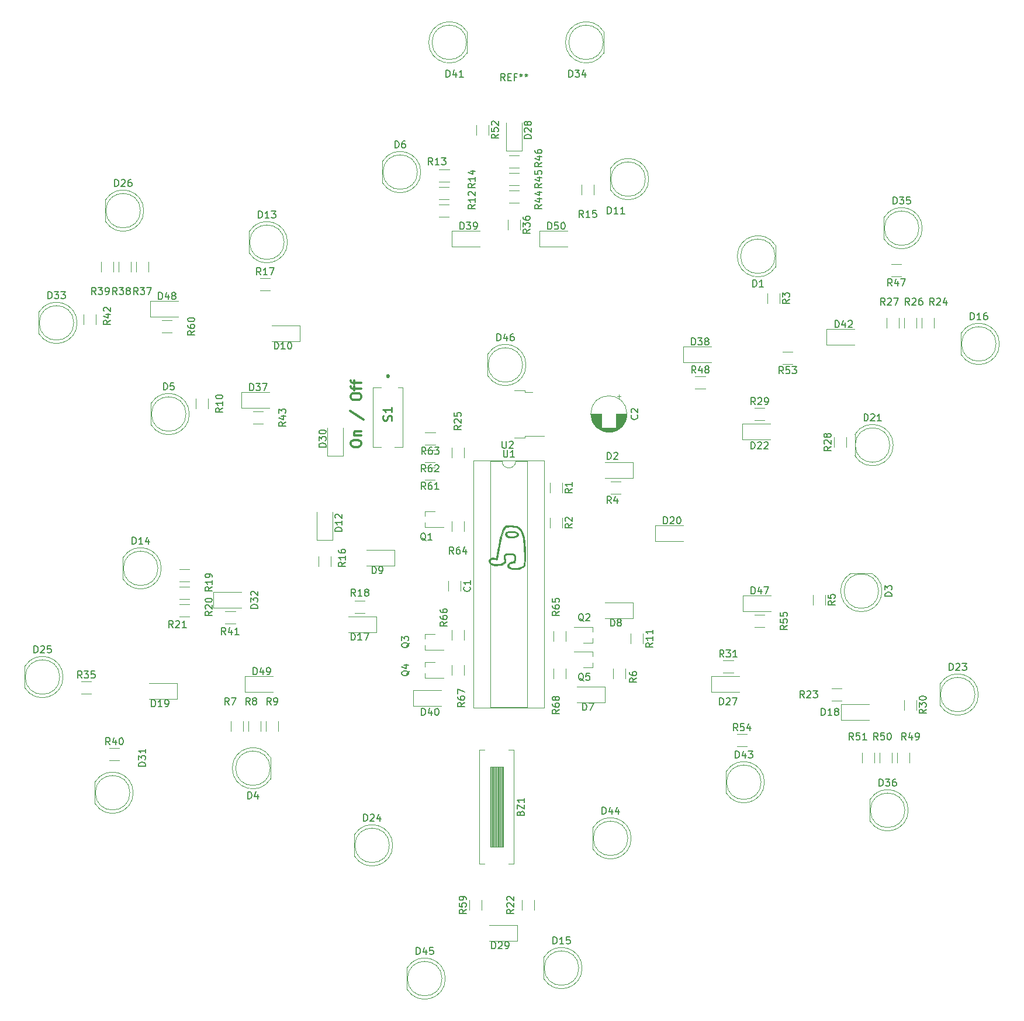
<source format=gbr>
%TF.GenerationSoftware,KiCad,Pcbnew,(5.1.9)-1*%
%TF.CreationDate,2021-12-13T22:42:44-05:00*%
%TF.ProjectId,Ornament,4f726e61-6d65-46e7-942e-6b696361645f,rev?*%
%TF.SameCoordinates,Original*%
%TF.FileFunction,Legend,Top*%
%TF.FilePolarity,Positive*%
%FSLAX46Y46*%
G04 Gerber Fmt 4.6, Leading zero omitted, Abs format (unit mm)*
G04 Created by KiCad (PCBNEW (5.1.9)-1) date 2021-12-13 22:42:44*
%MOMM*%
%LPD*%
G01*
G04 APERTURE LIST*
%ADD10C,0.300000*%
%ADD11C,0.010000*%
%ADD12C,0.120000*%
%ADD13C,0.500000*%
%ADD14C,0.100000*%
%ADD15C,0.150000*%
%ADD16C,0.254000*%
G04 APERTURE END LIST*
D10*
X120590571Y-88720857D02*
X120590571Y-88435142D01*
X120662000Y-88292285D01*
X120804857Y-88149428D01*
X121090571Y-88078000D01*
X121590571Y-88078000D01*
X121876285Y-88149428D01*
X122019142Y-88292285D01*
X122090571Y-88435142D01*
X122090571Y-88720857D01*
X122019142Y-88863714D01*
X121876285Y-89006571D01*
X121590571Y-89078000D01*
X121090571Y-89078000D01*
X120804857Y-89006571D01*
X120662000Y-88863714D01*
X120590571Y-88720857D01*
X121090571Y-87435142D02*
X122090571Y-87435142D01*
X121233428Y-87435142D02*
X121162000Y-87363714D01*
X121090571Y-87220857D01*
X121090571Y-87006571D01*
X121162000Y-86863714D01*
X121304857Y-86792285D01*
X122090571Y-86792285D01*
X120519142Y-83863714D02*
X122447714Y-85149428D01*
X120590571Y-81935142D02*
X120590571Y-81649428D01*
X120662000Y-81506571D01*
X120804857Y-81363714D01*
X121090571Y-81292285D01*
X121590571Y-81292285D01*
X121876285Y-81363714D01*
X122019142Y-81506571D01*
X122090571Y-81649428D01*
X122090571Y-81935142D01*
X122019142Y-82078000D01*
X121876285Y-82220857D01*
X121590571Y-82292285D01*
X121090571Y-82292285D01*
X120804857Y-82220857D01*
X120662000Y-82078000D01*
X120590571Y-81935142D01*
X121090571Y-80863714D02*
X121090571Y-80292285D01*
X122090571Y-80649428D02*
X120804857Y-80649428D01*
X120662000Y-80578000D01*
X120590571Y-80435142D01*
X120590571Y-80292285D01*
X121090571Y-80006571D02*
X121090571Y-79435142D01*
X122090571Y-79792285D02*
X120804857Y-79792285D01*
X120662000Y-79720857D01*
X120590571Y-79578000D01*
X120590571Y-79435142D01*
D11*
%TO.C,G\u002A\u002A\u002A*%
G36*
X144236600Y-101323008D02*
G01*
X144322485Y-101331245D01*
X144397330Y-101344882D01*
X144472474Y-101364708D01*
X144494287Y-101371225D01*
X144665996Y-101442593D01*
X144791551Y-101537010D01*
X144868114Y-101651582D01*
X144892889Y-101777990D01*
X144868795Y-101893863D01*
X144795094Y-101995181D01*
X144669657Y-102084035D01*
X144508187Y-102156035D01*
X144420845Y-102185731D01*
X144337090Y-102206743D01*
X144243088Y-102220958D01*
X144125003Y-102230265D01*
X143968997Y-102236553D01*
X143905111Y-102238331D01*
X143723609Y-102241358D01*
X143588480Y-102239257D01*
X143489835Y-102231439D01*
X143417784Y-102217315D01*
X143388050Y-102207476D01*
X143265293Y-102145012D01*
X143149835Y-102059853D01*
X143058223Y-101965901D01*
X143012478Y-101891991D01*
X142983629Y-101784611D01*
X142982250Y-101765318D01*
X143234944Y-101765318D01*
X143275464Y-101867684D01*
X143359423Y-101953138D01*
X143366183Y-101957688D01*
X143485062Y-102023546D01*
X143609050Y-102064415D01*
X143749383Y-102081419D01*
X143917298Y-102075678D01*
X144124032Y-102048315D01*
X144179371Y-102038884D01*
X144327418Y-102009493D01*
X144434271Y-101978460D01*
X144515014Y-101939801D01*
X144584729Y-101887533D01*
X144603123Y-101870774D01*
X144658359Y-101789462D01*
X144660567Y-101705230D01*
X144612259Y-101625232D01*
X144515946Y-101556623D01*
X144488308Y-101543657D01*
X144367353Y-101507145D01*
X144203747Y-101481082D01*
X144010503Y-101466541D01*
X143800632Y-101464600D01*
X143630367Y-101472775D01*
X143501162Y-101483980D01*
X143414898Y-101496783D01*
X143358109Y-101514869D01*
X143317331Y-101541922D01*
X143294262Y-101564727D01*
X143240373Y-101659759D01*
X143234944Y-101765318D01*
X142982250Y-101765318D01*
X142975072Y-101664899D01*
X142987334Y-101557778D01*
X143004414Y-101510823D01*
X143047278Y-101465974D01*
X143121799Y-101416346D01*
X143166691Y-101393429D01*
X143221588Y-101371113D01*
X143281054Y-101354559D01*
X143355137Y-101342643D01*
X143453890Y-101334244D01*
X143587362Y-101328240D01*
X143765603Y-101323508D01*
X143799301Y-101322787D01*
X143986348Y-101319569D01*
X144128334Y-101319379D01*
X144236600Y-101323008D01*
G37*
X144236600Y-101323008D02*
X144322485Y-101331245D01*
X144397330Y-101344882D01*
X144472474Y-101364708D01*
X144494287Y-101371225D01*
X144665996Y-101442593D01*
X144791551Y-101537010D01*
X144868114Y-101651582D01*
X144892889Y-101777990D01*
X144868795Y-101893863D01*
X144795094Y-101995181D01*
X144669657Y-102084035D01*
X144508187Y-102156035D01*
X144420845Y-102185731D01*
X144337090Y-102206743D01*
X144243088Y-102220958D01*
X144125003Y-102230265D01*
X143968997Y-102236553D01*
X143905111Y-102238331D01*
X143723609Y-102241358D01*
X143588480Y-102239257D01*
X143489835Y-102231439D01*
X143417784Y-102217315D01*
X143388050Y-102207476D01*
X143265293Y-102145012D01*
X143149835Y-102059853D01*
X143058223Y-101965901D01*
X143012478Y-101891991D01*
X142983629Y-101784611D01*
X142982250Y-101765318D01*
X143234944Y-101765318D01*
X143275464Y-101867684D01*
X143359423Y-101953138D01*
X143366183Y-101957688D01*
X143485062Y-102023546D01*
X143609050Y-102064415D01*
X143749383Y-102081419D01*
X143917298Y-102075678D01*
X144124032Y-102048315D01*
X144179371Y-102038884D01*
X144327418Y-102009493D01*
X144434271Y-101978460D01*
X144515014Y-101939801D01*
X144584729Y-101887533D01*
X144603123Y-101870774D01*
X144658359Y-101789462D01*
X144660567Y-101705230D01*
X144612259Y-101625232D01*
X144515946Y-101556623D01*
X144488308Y-101543657D01*
X144367353Y-101507145D01*
X144203747Y-101481082D01*
X144010503Y-101466541D01*
X143800632Y-101464600D01*
X143630367Y-101472775D01*
X143501162Y-101483980D01*
X143414898Y-101496783D01*
X143358109Y-101514869D01*
X143317331Y-101541922D01*
X143294262Y-101564727D01*
X143240373Y-101659759D01*
X143234944Y-101765318D01*
X142982250Y-101765318D01*
X142975072Y-101664899D01*
X142987334Y-101557778D01*
X143004414Y-101510823D01*
X143047278Y-101465974D01*
X143121799Y-101416346D01*
X143166691Y-101393429D01*
X143221588Y-101371113D01*
X143281054Y-101354559D01*
X143355137Y-101342643D01*
X143453890Y-101334244D01*
X143587362Y-101328240D01*
X143765603Y-101323508D01*
X143799301Y-101322787D01*
X143986348Y-101319569D01*
X144128334Y-101319379D01*
X144236600Y-101323008D01*
G36*
X143887167Y-100467607D02*
G01*
X143913188Y-100475434D01*
X143962097Y-100487719D01*
X144053812Y-100499097D01*
X144174696Y-100508217D01*
X144296063Y-100513350D01*
X144430252Y-100517113D01*
X144546280Y-100520584D01*
X144630978Y-100523354D01*
X144669636Y-100524918D01*
X144713626Y-100550249D01*
X144746497Y-100597792D01*
X144797461Y-100656652D01*
X144895899Y-100721300D01*
X144957298Y-100752507D01*
X145078184Y-100815322D01*
X145168224Y-100879987D01*
X145244231Y-100961989D01*
X145323018Y-101076811D01*
X145341224Y-101106111D01*
X145488882Y-101369266D01*
X145601128Y-101625885D01*
X145683682Y-101893022D01*
X145742268Y-102187734D01*
X145767303Y-102376111D01*
X145804490Y-102722870D01*
X145833918Y-103045956D01*
X145856326Y-103359246D01*
X145872452Y-103676617D01*
X145883034Y-104011946D01*
X145888811Y-104379111D01*
X145890446Y-104690333D01*
X145889489Y-105060085D01*
X145885061Y-105377075D01*
X145876846Y-105644899D01*
X145864531Y-105867154D01*
X145847801Y-106047433D01*
X145826343Y-106189332D01*
X145799840Y-106296446D01*
X145767980Y-106372371D01*
X145739948Y-106411471D01*
X145673950Y-106463482D01*
X145567539Y-106527243D01*
X145433833Y-106596606D01*
X145285949Y-106665424D01*
X145137007Y-106727550D01*
X145000125Y-106776836D01*
X144901429Y-106804404D01*
X144785389Y-106823121D01*
X144639622Y-106836713D01*
X144481635Y-106844605D01*
X144328936Y-106846226D01*
X144199032Y-106840999D01*
X144116778Y-106830124D01*
X143917572Y-106782047D01*
X143762398Y-106736358D01*
X143639180Y-106689294D01*
X143588685Y-106665535D01*
X143504234Y-106626383D01*
X143436790Y-106600900D01*
X143410919Y-106595333D01*
X143346599Y-106569917D01*
X143304208Y-106496983D01*
X143284922Y-106381509D01*
X143289920Y-106228469D01*
X143302337Y-106136716D01*
X143345510Y-106037208D01*
X143435623Y-105942608D01*
X143563178Y-105858661D01*
X143718675Y-105791109D01*
X143892617Y-105745697D01*
X143967001Y-105734817D01*
X144060195Y-105721628D01*
X144117505Y-105700229D01*
X144159333Y-105658162D01*
X144200742Y-105592096D01*
X144236330Y-105524201D01*
X144258699Y-105457075D01*
X144271168Y-105373895D01*
X144277052Y-105257836D01*
X144278301Y-105198659D01*
X144278753Y-105066589D01*
X144273431Y-104976826D01*
X144260222Y-104915352D01*
X144237019Y-104868147D01*
X144226184Y-104852455D01*
X144156215Y-104776456D01*
X144069290Y-104723965D01*
X143955076Y-104691687D01*
X143803245Y-104676326D01*
X143666438Y-104673885D01*
X143500380Y-104676425D01*
X143377007Y-104683834D01*
X143282631Y-104698161D01*
X143203563Y-104721453D01*
X143129000Y-104754325D01*
X143027994Y-104814143D01*
X142973047Y-104878912D01*
X142955058Y-104965522D01*
X142961561Y-105065159D01*
X142980393Y-105183479D01*
X143005957Y-105302821D01*
X143019621Y-105353556D01*
X143056386Y-105567980D01*
X143041403Y-105770375D01*
X143024888Y-105814957D01*
X142988351Y-105861185D01*
X142923519Y-105916693D01*
X142822120Y-105989115D01*
X142757138Y-106032719D01*
X142489914Y-106209855D01*
X142216790Y-106232421D01*
X141973040Y-106252126D01*
X141777673Y-106266537D01*
X141622875Y-106275652D01*
X141500835Y-106279475D01*
X141403739Y-106278005D01*
X141323775Y-106271244D01*
X141253131Y-106259193D01*
X141183992Y-106241852D01*
X141152038Y-106232547D01*
X140951512Y-106149945D01*
X140794963Y-106034072D01*
X140678674Y-105881842D01*
X140642324Y-105809459D01*
X140595287Y-105655280D01*
X140597511Y-105590358D01*
X140780992Y-105590358D01*
X140782202Y-105684380D01*
X140823674Y-105775099D01*
X140896615Y-105868900D01*
X140993596Y-105940965D01*
X141128599Y-106000812D01*
X141181667Y-106018794D01*
X141349427Y-106054695D01*
X141554024Y-106070471D01*
X141780014Y-106067281D01*
X142011955Y-106046280D01*
X142234402Y-106008626D01*
X142431914Y-105955476D01*
X142529303Y-105917850D01*
X142628411Y-105861641D01*
X142724606Y-105787420D01*
X142802121Y-105709113D01*
X142845190Y-105640646D01*
X142846051Y-105638067D01*
X142847009Y-105588057D01*
X142835391Y-105497637D01*
X142813376Y-105380879D01*
X142791310Y-105284327D01*
X142756144Y-105129882D01*
X142738480Y-105014040D01*
X142738341Y-104921735D01*
X142755747Y-104837902D01*
X142790719Y-104747473D01*
X142792078Y-104744416D01*
X142859481Y-104662078D01*
X142980484Y-104597171D01*
X143154990Y-104549721D01*
X143382908Y-104519749D01*
X143664142Y-104507281D01*
X143730463Y-104506889D01*
X143951975Y-104515100D01*
X144125070Y-104541629D01*
X144255612Y-104589317D01*
X144349465Y-104661007D01*
X144412493Y-104759540D01*
X144442926Y-104852196D01*
X144455970Y-104944462D01*
X144461009Y-105068961D01*
X144458991Y-105214375D01*
X144450864Y-105369387D01*
X144437578Y-105522678D01*
X144420082Y-105662931D01*
X144399322Y-105778827D01*
X144376249Y-105859049D01*
X144355899Y-105890510D01*
X144304895Y-105902584D01*
X144221935Y-105904109D01*
X144173222Y-105900221D01*
X144029277Y-105901783D01*
X143882086Y-105934113D01*
X143744432Y-105991022D01*
X143629100Y-106066321D01*
X143548872Y-106153821D01*
X143521196Y-106215899D01*
X143513061Y-106332663D01*
X143553557Y-106430863D01*
X143644604Y-106512610D01*
X143788118Y-106580015D01*
X143877789Y-106608339D01*
X144006257Y-106631451D01*
X144174540Y-106643202D01*
X144367279Y-106644125D01*
X144569110Y-106634753D01*
X144764674Y-106615619D01*
X144938609Y-106587255D01*
X145016106Y-106568845D01*
X145191954Y-106512998D01*
X145351806Y-106447579D01*
X145484792Y-106378015D01*
X145580044Y-106309730D01*
X145616043Y-106269416D01*
X145643307Y-106206177D01*
X145665648Y-106105240D01*
X145683335Y-105963256D01*
X145696638Y-105776878D01*
X145705827Y-105542758D01*
X145711171Y-105257549D01*
X145712598Y-105071333D01*
X145710760Y-104768079D01*
X145703092Y-104441551D01*
X145690208Y-104100801D01*
X145672723Y-103754879D01*
X145651250Y-103412835D01*
X145626402Y-103083722D01*
X145598793Y-102776590D01*
X145569037Y-102500489D01*
X145537748Y-102264471D01*
X145511778Y-102109305D01*
X145441831Y-101834639D01*
X145340813Y-101569678D01*
X145214449Y-101324801D01*
X145068464Y-101110386D01*
X144908582Y-100936810D01*
X144828841Y-100871238D01*
X144759582Y-100823219D01*
X144694459Y-100788072D01*
X144619295Y-100760934D01*
X144519912Y-100736940D01*
X144382133Y-100711225D01*
X144342555Y-100704390D01*
X144141168Y-100676968D01*
X143928914Y-100660378D01*
X143717371Y-100654437D01*
X143518122Y-100658964D01*
X143342745Y-100673776D01*
X143202821Y-100698692D01*
X143129000Y-100723485D01*
X143027421Y-100796004D01*
X142930132Y-100912190D01*
X142846585Y-101059505D01*
X142811542Y-101144708D01*
X142722478Y-101398410D01*
X142633154Y-101665134D01*
X142547246Y-101933013D01*
X142468431Y-102190181D01*
X142400386Y-102424772D01*
X142346787Y-102624920D01*
X142325081Y-102714778D01*
X142293510Y-102850865D01*
X142261092Y-102987394D01*
X142233627Y-103100021D01*
X142227603Y-103124000D01*
X142200629Y-103243764D01*
X142177370Y-103369558D01*
X142169829Y-103420333D01*
X142155188Y-103521940D01*
X142134762Y-103650529D01*
X142113869Y-103773111D01*
X142092354Y-103897274D01*
X142066341Y-104051762D01*
X142040091Y-104211137D01*
X142028784Y-104281111D01*
X141987332Y-104529786D01*
X141946043Y-104759043D01*
X141906296Y-104962339D01*
X141869469Y-105133131D01*
X141836941Y-105264875D01*
X141810091Y-105351030D01*
X141797757Y-105377387D01*
X141752354Y-105424479D01*
X141697155Y-105424678D01*
X141694325Y-105423788D01*
X141638472Y-105410137D01*
X141544649Y-105391511D01*
X141430695Y-105371391D01*
X141399925Y-105366337D01*
X141191731Y-105347898D01*
X141025276Y-105366779D01*
X140899804Y-105423147D01*
X140830339Y-105492631D01*
X140780992Y-105590358D01*
X140597511Y-105590358D01*
X140600012Y-105517387D01*
X140657898Y-105391267D01*
X140770343Y-105272408D01*
X140820998Y-105233033D01*
X140940688Y-105160834D01*
X141060277Y-105124904D01*
X141194875Y-105123354D01*
X141359593Y-105154297D01*
X141389364Y-105162033D01*
X141509446Y-105191170D01*
X141587115Y-105197013D01*
X141633688Y-105173556D01*
X141660483Y-105114794D01*
X141678818Y-105014720D01*
X141679803Y-105007919D01*
X141693899Y-104924898D01*
X141717447Y-104802072D01*
X141747409Y-104654680D01*
X141780749Y-104497962D01*
X141788057Y-104464556D01*
X141826637Y-104282822D01*
X141872372Y-104056996D01*
X141923076Y-103798650D01*
X141976560Y-103519359D01*
X142030639Y-103230694D01*
X142083126Y-102944231D01*
X142131834Y-102671542D01*
X142174576Y-102424200D01*
X142182665Y-102376111D01*
X142211476Y-102241981D01*
X142251830Y-102099327D01*
X142284422Y-102006698D01*
X142329820Y-101883143D01*
X142376429Y-101740653D01*
X142405884Y-101639809D01*
X142442525Y-101515219D01*
X142484388Y-101388727D01*
X142516146Y-101303667D01*
X142561708Y-101191075D01*
X142612158Y-101065246D01*
X142634560Y-101008948D01*
X142702844Y-100859048D01*
X142780392Y-100742698D01*
X142883401Y-100637431D01*
X142932363Y-100595848D01*
X143057514Y-100493296D01*
X143458270Y-100469872D01*
X143654783Y-100460944D01*
X143798093Y-100460193D01*
X143887167Y-100467607D01*
G37*
X143887167Y-100467607D02*
X143913188Y-100475434D01*
X143962097Y-100487719D01*
X144053812Y-100499097D01*
X144174696Y-100508217D01*
X144296063Y-100513350D01*
X144430252Y-100517113D01*
X144546280Y-100520584D01*
X144630978Y-100523354D01*
X144669636Y-100524918D01*
X144713626Y-100550249D01*
X144746497Y-100597792D01*
X144797461Y-100656652D01*
X144895899Y-100721300D01*
X144957298Y-100752507D01*
X145078184Y-100815322D01*
X145168224Y-100879987D01*
X145244231Y-100961989D01*
X145323018Y-101076811D01*
X145341224Y-101106111D01*
X145488882Y-101369266D01*
X145601128Y-101625885D01*
X145683682Y-101893022D01*
X145742268Y-102187734D01*
X145767303Y-102376111D01*
X145804490Y-102722870D01*
X145833918Y-103045956D01*
X145856326Y-103359246D01*
X145872452Y-103676617D01*
X145883034Y-104011946D01*
X145888811Y-104379111D01*
X145890446Y-104690333D01*
X145889489Y-105060085D01*
X145885061Y-105377075D01*
X145876846Y-105644899D01*
X145864531Y-105867154D01*
X145847801Y-106047433D01*
X145826343Y-106189332D01*
X145799840Y-106296446D01*
X145767980Y-106372371D01*
X145739948Y-106411471D01*
X145673950Y-106463482D01*
X145567539Y-106527243D01*
X145433833Y-106596606D01*
X145285949Y-106665424D01*
X145137007Y-106727550D01*
X145000125Y-106776836D01*
X144901429Y-106804404D01*
X144785389Y-106823121D01*
X144639622Y-106836713D01*
X144481635Y-106844605D01*
X144328936Y-106846226D01*
X144199032Y-106840999D01*
X144116778Y-106830124D01*
X143917572Y-106782047D01*
X143762398Y-106736358D01*
X143639180Y-106689294D01*
X143588685Y-106665535D01*
X143504234Y-106626383D01*
X143436790Y-106600900D01*
X143410919Y-106595333D01*
X143346599Y-106569917D01*
X143304208Y-106496983D01*
X143284922Y-106381509D01*
X143289920Y-106228469D01*
X143302337Y-106136716D01*
X143345510Y-106037208D01*
X143435623Y-105942608D01*
X143563178Y-105858661D01*
X143718675Y-105791109D01*
X143892617Y-105745697D01*
X143967001Y-105734817D01*
X144060195Y-105721628D01*
X144117505Y-105700229D01*
X144159333Y-105658162D01*
X144200742Y-105592096D01*
X144236330Y-105524201D01*
X144258699Y-105457075D01*
X144271168Y-105373895D01*
X144277052Y-105257836D01*
X144278301Y-105198659D01*
X144278753Y-105066589D01*
X144273431Y-104976826D01*
X144260222Y-104915352D01*
X144237019Y-104868147D01*
X144226184Y-104852455D01*
X144156215Y-104776456D01*
X144069290Y-104723965D01*
X143955076Y-104691687D01*
X143803245Y-104676326D01*
X143666438Y-104673885D01*
X143500380Y-104676425D01*
X143377007Y-104683834D01*
X143282631Y-104698161D01*
X143203563Y-104721453D01*
X143129000Y-104754325D01*
X143027994Y-104814143D01*
X142973047Y-104878912D01*
X142955058Y-104965522D01*
X142961561Y-105065159D01*
X142980393Y-105183479D01*
X143005957Y-105302821D01*
X143019621Y-105353556D01*
X143056386Y-105567980D01*
X143041403Y-105770375D01*
X143024888Y-105814957D01*
X142988351Y-105861185D01*
X142923519Y-105916693D01*
X142822120Y-105989115D01*
X142757138Y-106032719D01*
X142489914Y-106209855D01*
X142216790Y-106232421D01*
X141973040Y-106252126D01*
X141777673Y-106266537D01*
X141622875Y-106275652D01*
X141500835Y-106279475D01*
X141403739Y-106278005D01*
X141323775Y-106271244D01*
X141253131Y-106259193D01*
X141183992Y-106241852D01*
X141152038Y-106232547D01*
X140951512Y-106149945D01*
X140794963Y-106034072D01*
X140678674Y-105881842D01*
X140642324Y-105809459D01*
X140595287Y-105655280D01*
X140597511Y-105590358D01*
X140780992Y-105590358D01*
X140782202Y-105684380D01*
X140823674Y-105775099D01*
X140896615Y-105868900D01*
X140993596Y-105940965D01*
X141128599Y-106000812D01*
X141181667Y-106018794D01*
X141349427Y-106054695D01*
X141554024Y-106070471D01*
X141780014Y-106067281D01*
X142011955Y-106046280D01*
X142234402Y-106008626D01*
X142431914Y-105955476D01*
X142529303Y-105917850D01*
X142628411Y-105861641D01*
X142724606Y-105787420D01*
X142802121Y-105709113D01*
X142845190Y-105640646D01*
X142846051Y-105638067D01*
X142847009Y-105588057D01*
X142835391Y-105497637D01*
X142813376Y-105380879D01*
X142791310Y-105284327D01*
X142756144Y-105129882D01*
X142738480Y-105014040D01*
X142738341Y-104921735D01*
X142755747Y-104837902D01*
X142790719Y-104747473D01*
X142792078Y-104744416D01*
X142859481Y-104662078D01*
X142980484Y-104597171D01*
X143154990Y-104549721D01*
X143382908Y-104519749D01*
X143664142Y-104507281D01*
X143730463Y-104506889D01*
X143951975Y-104515100D01*
X144125070Y-104541629D01*
X144255612Y-104589317D01*
X144349465Y-104661007D01*
X144412493Y-104759540D01*
X144442926Y-104852196D01*
X144455970Y-104944462D01*
X144461009Y-105068961D01*
X144458991Y-105214375D01*
X144450864Y-105369387D01*
X144437578Y-105522678D01*
X144420082Y-105662931D01*
X144399322Y-105778827D01*
X144376249Y-105859049D01*
X144355899Y-105890510D01*
X144304895Y-105902584D01*
X144221935Y-105904109D01*
X144173222Y-105900221D01*
X144029277Y-105901783D01*
X143882086Y-105934113D01*
X143744432Y-105991022D01*
X143629100Y-106066321D01*
X143548872Y-106153821D01*
X143521196Y-106215899D01*
X143513061Y-106332663D01*
X143553557Y-106430863D01*
X143644604Y-106512610D01*
X143788118Y-106580015D01*
X143877789Y-106608339D01*
X144006257Y-106631451D01*
X144174540Y-106643202D01*
X144367279Y-106644125D01*
X144569110Y-106634753D01*
X144764674Y-106615619D01*
X144938609Y-106587255D01*
X145016106Y-106568845D01*
X145191954Y-106512998D01*
X145351806Y-106447579D01*
X145484792Y-106378015D01*
X145580044Y-106309730D01*
X145616043Y-106269416D01*
X145643307Y-106206177D01*
X145665648Y-106105240D01*
X145683335Y-105963256D01*
X145696638Y-105776878D01*
X145705827Y-105542758D01*
X145711171Y-105257549D01*
X145712598Y-105071333D01*
X145710760Y-104768079D01*
X145703092Y-104441551D01*
X145690208Y-104100801D01*
X145672723Y-103754879D01*
X145651250Y-103412835D01*
X145626402Y-103083722D01*
X145598793Y-102776590D01*
X145569037Y-102500489D01*
X145537748Y-102264471D01*
X145511778Y-102109305D01*
X145441831Y-101834639D01*
X145340813Y-101569678D01*
X145214449Y-101324801D01*
X145068464Y-101110386D01*
X144908582Y-100936810D01*
X144828841Y-100871238D01*
X144759582Y-100823219D01*
X144694459Y-100788072D01*
X144619295Y-100760934D01*
X144519912Y-100736940D01*
X144382133Y-100711225D01*
X144342555Y-100704390D01*
X144141168Y-100676968D01*
X143928914Y-100660378D01*
X143717371Y-100654437D01*
X143518122Y-100658964D01*
X143342745Y-100673776D01*
X143202821Y-100698692D01*
X143129000Y-100723485D01*
X143027421Y-100796004D01*
X142930132Y-100912190D01*
X142846585Y-101059505D01*
X142811542Y-101144708D01*
X142722478Y-101398410D01*
X142633154Y-101665134D01*
X142547246Y-101933013D01*
X142468431Y-102190181D01*
X142400386Y-102424772D01*
X142346787Y-102624920D01*
X142325081Y-102714778D01*
X142293510Y-102850865D01*
X142261092Y-102987394D01*
X142233627Y-103100021D01*
X142227603Y-103124000D01*
X142200629Y-103243764D01*
X142177370Y-103369558D01*
X142169829Y-103420333D01*
X142155188Y-103521940D01*
X142134762Y-103650529D01*
X142113869Y-103773111D01*
X142092354Y-103897274D01*
X142066341Y-104051762D01*
X142040091Y-104211137D01*
X142028784Y-104281111D01*
X141987332Y-104529786D01*
X141946043Y-104759043D01*
X141906296Y-104962339D01*
X141869469Y-105133131D01*
X141836941Y-105264875D01*
X141810091Y-105351030D01*
X141797757Y-105377387D01*
X141752354Y-105424479D01*
X141697155Y-105424678D01*
X141694325Y-105423788D01*
X141638472Y-105410137D01*
X141544649Y-105391511D01*
X141430695Y-105371391D01*
X141399925Y-105366337D01*
X141191731Y-105347898D01*
X141025276Y-105366779D01*
X140899804Y-105423147D01*
X140830339Y-105492631D01*
X140780992Y-105590358D01*
X140597511Y-105590358D01*
X140600012Y-105517387D01*
X140657898Y-105391267D01*
X140770343Y-105272408D01*
X140820998Y-105233033D01*
X140940688Y-105160834D01*
X141060277Y-105124904D01*
X141194875Y-105123354D01*
X141359593Y-105154297D01*
X141389364Y-105162033D01*
X141509446Y-105191170D01*
X141587115Y-105197013D01*
X141633688Y-105173556D01*
X141660483Y-105114794D01*
X141678818Y-105014720D01*
X141679803Y-105007919D01*
X141693899Y-104924898D01*
X141717447Y-104802072D01*
X141747409Y-104654680D01*
X141780749Y-104497962D01*
X141788057Y-104464556D01*
X141826637Y-104282822D01*
X141872372Y-104056996D01*
X141923076Y-103798650D01*
X141976560Y-103519359D01*
X142030639Y-103230694D01*
X142083126Y-102944231D01*
X142131834Y-102671542D01*
X142174576Y-102424200D01*
X142182665Y-102376111D01*
X142211476Y-102241981D01*
X142251830Y-102099327D01*
X142284422Y-102006698D01*
X142329820Y-101883143D01*
X142376429Y-101740653D01*
X142405884Y-101639809D01*
X142442525Y-101515219D01*
X142484388Y-101388727D01*
X142516146Y-101303667D01*
X142561708Y-101191075D01*
X142612158Y-101065246D01*
X142634560Y-101008948D01*
X142702844Y-100859048D01*
X142780392Y-100742698D01*
X142883401Y-100637431D01*
X142932363Y-100595848D01*
X143057514Y-100493296D01*
X143458270Y-100469872D01*
X143654783Y-100460944D01*
X143798093Y-100460193D01*
X143887167Y-100467607D01*
D12*
%TO.C,Q3*%
X132755000Y-116188000D02*
X131345000Y-116188000D01*
X131345000Y-118508000D02*
X134080000Y-118508000D01*
X131345000Y-118518000D02*
X131345000Y-117848000D01*
X131345000Y-116848000D02*
X131345000Y-116188000D01*
%TO.C,R45*%
X143544936Y-49382000D02*
X144999064Y-49382000D01*
X143544936Y-51202000D02*
X144999064Y-51202000D01*
%TO.C,R68*%
X151786000Y-121192936D02*
X151786000Y-122647064D01*
X149966000Y-121192936D02*
X149966000Y-122647064D01*
%TO.C,R67*%
X135234000Y-122139064D02*
X135234000Y-120684936D01*
X137054000Y-122139064D02*
X137054000Y-120684936D01*
%TO.C,R66*%
X135234000Y-117059064D02*
X135234000Y-115604936D01*
X137054000Y-117059064D02*
X137054000Y-115604936D01*
%TO.C,R65*%
X151786000Y-115780936D02*
X151786000Y-117235064D01*
X149966000Y-115780936D02*
X149966000Y-117235064D01*
%TO.C,R64*%
X135234000Y-101337064D02*
X135234000Y-99882936D01*
X137054000Y-101337064D02*
X137054000Y-99882936D01*
%TO.C,U2*%
X144294000Y-87778000D02*
X145794000Y-87778000D01*
X145794000Y-87778000D02*
X145794000Y-87508000D01*
X145794000Y-87508000D02*
X148624000Y-87508000D01*
X144294000Y-80878000D02*
X145794000Y-80878000D01*
X145794000Y-80878000D02*
X145794000Y-81148000D01*
X145794000Y-81148000D02*
X146894000Y-81148000D01*
%TO.C,U1*%
X144510000Y-91126000D02*
G75*
G02*
X142510000Y-91126000I-1000000J0D01*
G01*
X142510000Y-91126000D02*
X140860000Y-91126000D01*
X140860000Y-91126000D02*
X140860000Y-126806000D01*
X140860000Y-126806000D02*
X146160000Y-126806000D01*
X146160000Y-126806000D02*
X146160000Y-91126000D01*
X146160000Y-91126000D02*
X144510000Y-91126000D01*
X138370000Y-91066000D02*
X138370000Y-126866000D01*
X138370000Y-126866000D02*
X148650000Y-126866000D01*
X148650000Y-126866000D02*
X148650000Y-91066000D01*
X148650000Y-91066000D02*
X138370000Y-91066000D01*
D13*
%TO.C,S1*%
X125984000Y-78804000D02*
G75*
G02*
X125984000Y-78904000I0J-50000D01*
G01*
X125984000Y-78904000D02*
G75*
G02*
X125984000Y-78804000I0J50000D01*
G01*
X125984000Y-78904000D02*
X125984000Y-78904000D01*
X125984000Y-78804000D02*
X125984000Y-78804000D01*
D14*
X123834000Y-89104000D02*
X124984000Y-89104000D01*
X123834000Y-80504000D02*
X123834000Y-89104000D01*
X123984000Y-80504000D02*
X123834000Y-80504000D01*
X124984000Y-80504000D02*
X123984000Y-80504000D01*
X128134000Y-89104000D02*
X126984000Y-89104000D01*
X128134000Y-80504000D02*
X128134000Y-89104000D01*
X127484000Y-80504000D02*
X128134000Y-80504000D01*
D12*
%TO.C,R63*%
X132833064Y-88794000D02*
X131378936Y-88794000D01*
X132833064Y-86974000D02*
X131378936Y-86974000D01*
%TO.C,R62*%
X132807064Y-91334000D02*
X131352936Y-91334000D01*
X132807064Y-89514000D02*
X131352936Y-89514000D01*
%TO.C,R61*%
X132807064Y-93874000D02*
X131352936Y-93874000D01*
X132807064Y-92054000D02*
X131352936Y-92054000D01*
%TO.C,R60*%
X93252936Y-70718000D02*
X94707064Y-70718000D01*
X93252936Y-72538000D02*
X94707064Y-72538000D01*
%TO.C,R59*%
X137774000Y-156175064D02*
X137774000Y-154720936D01*
X139594000Y-156175064D02*
X139594000Y-154720936D01*
%TO.C,R55*%
X179104936Y-113390000D02*
X180559064Y-113390000D01*
X179104936Y-115210000D02*
X180559064Y-115210000D01*
%TO.C,R54*%
X176564936Y-130662000D02*
X178019064Y-130662000D01*
X176564936Y-132482000D02*
X178019064Y-132482000D01*
%TO.C,R53*%
X184623064Y-77110000D02*
X183168936Y-77110000D01*
X184623064Y-75290000D02*
X183168936Y-75290000D01*
%TO.C,R52*%
X140610000Y-42426936D02*
X140610000Y-43881064D01*
X138790000Y-42426936D02*
X138790000Y-43881064D01*
%TO.C,R51*%
X194670000Y-134839064D02*
X194670000Y-133384936D01*
X196490000Y-134839064D02*
X196490000Y-133384936D01*
%TO.C,R50*%
X197210000Y-134839064D02*
X197210000Y-133384936D01*
X199030000Y-134839064D02*
X199030000Y-133384936D01*
%TO.C,R49*%
X199750000Y-134839064D02*
X199750000Y-133384936D01*
X201570000Y-134839064D02*
X201570000Y-133384936D01*
%TO.C,R48*%
X170494936Y-78846000D02*
X171949064Y-78846000D01*
X170494936Y-80666000D02*
X171949064Y-80666000D01*
%TO.C,R47*%
X200371064Y-64410000D02*
X198916936Y-64410000D01*
X200371064Y-62590000D02*
X198916936Y-62590000D01*
%TO.C,R46*%
X143544936Y-46842000D02*
X144999064Y-46842000D01*
X143544936Y-48662000D02*
X144999064Y-48662000D01*
%TO.C,R44*%
X143518936Y-51922000D02*
X144973064Y-51922000D01*
X143518936Y-53742000D02*
X144973064Y-53742000D01*
%TO.C,R43*%
X106460936Y-83926000D02*
X107915064Y-83926000D01*
X106460936Y-85746000D02*
X107915064Y-85746000D01*
%TO.C,R42*%
X81894000Y-71339064D02*
X81894000Y-69884936D01*
X83714000Y-71339064D02*
X83714000Y-69884936D01*
%TO.C,R41*%
X102422936Y-112882000D02*
X103877064Y-112882000D01*
X102422936Y-114702000D02*
X103877064Y-114702000D01*
%TO.C,R40*%
X85632936Y-132694000D02*
X87087064Y-132694000D01*
X85632936Y-134514000D02*
X87087064Y-134514000D01*
%TO.C,R39*%
X84434000Y-63719064D02*
X84434000Y-62264936D01*
X86254000Y-63719064D02*
X86254000Y-62264936D01*
%TO.C,R38*%
X86974000Y-63719064D02*
X86974000Y-62264936D01*
X88794000Y-63719064D02*
X88794000Y-62264936D01*
%TO.C,R37*%
X89514000Y-63719064D02*
X89514000Y-62264936D01*
X91334000Y-63719064D02*
X91334000Y-62264936D01*
%TO.C,R36*%
X145182000Y-56194936D02*
X145182000Y-57649064D01*
X143362000Y-56194936D02*
X143362000Y-57649064D01*
%TO.C,R35*%
X81568936Y-123042000D02*
X83023064Y-123042000D01*
X81568936Y-124862000D02*
X83023064Y-124862000D01*
%TO.C,R31*%
X174558936Y-119994000D02*
X176013064Y-119994000D01*
X174558936Y-121814000D02*
X176013064Y-121814000D01*
%TO.C,R30*%
X202586000Y-125738936D02*
X202586000Y-127193064D01*
X200766000Y-125738936D02*
X200766000Y-127193064D01*
%TO.C,R29*%
X179104936Y-83418000D02*
X180559064Y-83418000D01*
X179104936Y-85238000D02*
X180559064Y-85238000D01*
%TO.C,R28*%
X190606000Y-89119064D02*
X190606000Y-87664936D01*
X192426000Y-89119064D02*
X192426000Y-87664936D01*
%TO.C,R27*%
X198226000Y-71847064D02*
X198226000Y-70392936D01*
X200046000Y-71847064D02*
X200046000Y-70392936D01*
%TO.C,R26*%
X200766000Y-71847064D02*
X200766000Y-70392936D01*
X202586000Y-71847064D02*
X202586000Y-70392936D01*
%TO.C,R25*%
X137054000Y-89188936D02*
X137054000Y-90643064D01*
X135234000Y-89188936D02*
X135234000Y-90643064D01*
%TO.C,R24*%
X203306000Y-71847064D02*
X203306000Y-70392936D01*
X205126000Y-71847064D02*
X205126000Y-70392936D01*
%TO.C,R23*%
X191735064Y-125878000D02*
X190280936Y-125878000D01*
X191735064Y-124058000D02*
X190280936Y-124058000D01*
%TO.C,R22*%
X145394000Y-156175064D02*
X145394000Y-154720936D01*
X147214000Y-156175064D02*
X147214000Y-154720936D01*
%TO.C,R21*%
X97221064Y-113686000D02*
X95766936Y-113686000D01*
X97221064Y-111866000D02*
X95766936Y-111866000D01*
%TO.C,R20*%
X97221064Y-111146000D02*
X95766936Y-111146000D01*
X97221064Y-109326000D02*
X95766936Y-109326000D01*
%TO.C,R19*%
X97247064Y-108606000D02*
X95792936Y-108606000D01*
X97247064Y-106786000D02*
X95792936Y-106786000D01*
%TO.C,R18*%
X122647064Y-113178000D02*
X121192936Y-113178000D01*
X122647064Y-111358000D02*
X121192936Y-111358000D01*
%TO.C,R17*%
X107476936Y-64622000D02*
X108931064Y-64622000D01*
X107476936Y-66442000D02*
X108931064Y-66442000D01*
%TO.C,R16*%
X117750000Y-104936936D02*
X117750000Y-106391064D01*
X115930000Y-104936936D02*
X115930000Y-106391064D01*
%TO.C,R15*%
X155850000Y-51088936D02*
X155850000Y-52543064D01*
X154030000Y-51088936D02*
X154030000Y-52543064D01*
%TO.C,R14*%
X133410936Y-48874000D02*
X134865064Y-48874000D01*
X133410936Y-50694000D02*
X134865064Y-50694000D01*
%TO.C,R13*%
X133384936Y-51414000D02*
X134839064Y-51414000D01*
X133384936Y-53234000D02*
X134839064Y-53234000D01*
%TO.C,R12*%
X133384936Y-53954000D02*
X134839064Y-53954000D01*
X133384936Y-55774000D02*
X134839064Y-55774000D01*
%TO.C,R11*%
X162962000Y-116112936D02*
X162962000Y-117567064D01*
X161142000Y-116112936D02*
X161142000Y-117567064D01*
%TO.C,R10*%
X98150000Y-83531064D02*
X98150000Y-82076936D01*
X99970000Y-83531064D02*
X99970000Y-82076936D01*
%TO.C,R9*%
X110130000Y-128812936D02*
X110130000Y-130267064D01*
X108310000Y-128812936D02*
X108310000Y-130267064D01*
%TO.C,R8*%
X107590000Y-128812936D02*
X107590000Y-130267064D01*
X105770000Y-128812936D02*
X105770000Y-130267064D01*
%TO.C,R7*%
X105050000Y-128812936D02*
X105050000Y-130267064D01*
X103230000Y-128812936D02*
X103230000Y-130267064D01*
%TO.C,R6*%
X158602000Y-122621064D02*
X158602000Y-121166936D01*
X160422000Y-122621064D02*
X160422000Y-121166936D01*
%TO.C,R5*%
X189378000Y-110524936D02*
X189378000Y-111979064D01*
X187558000Y-110524936D02*
X187558000Y-111979064D01*
%TO.C,R4*%
X159731064Y-95906000D02*
X158276936Y-95906000D01*
X159731064Y-94086000D02*
X158276936Y-94086000D01*
%TO.C,R3*%
X182774000Y-66836936D02*
X182774000Y-68291064D01*
X180954000Y-66836936D02*
X180954000Y-68291064D01*
%TO.C,R2*%
X151278000Y-99348936D02*
X151278000Y-100803064D01*
X149458000Y-99348936D02*
X149458000Y-100803064D01*
%TO.C,R1*%
X151278000Y-94268936D02*
X151278000Y-95723064D01*
X149458000Y-94268936D02*
X149458000Y-95723064D01*
%TO.C,Q5*%
X155675000Y-120388000D02*
X155675000Y-121048000D01*
X155675000Y-118718000D02*
X155675000Y-119388000D01*
X155675000Y-118728000D02*
X152940000Y-118728000D01*
X154265000Y-121048000D02*
X155675000Y-121048000D01*
%TO.C,Q4*%
X131345000Y-120912000D02*
X131345000Y-120252000D01*
X131345000Y-122582000D02*
X131345000Y-121912000D01*
X131345000Y-122572000D02*
X134080000Y-122572000D01*
X132755000Y-120252000D02*
X131345000Y-120252000D01*
%TO.C,Q2*%
X155675000Y-116832000D02*
X155675000Y-117492000D01*
X155675000Y-115162000D02*
X155675000Y-115832000D01*
X155675000Y-115172000D02*
X152940000Y-115172000D01*
X154265000Y-117492000D02*
X155675000Y-117492000D01*
%TO.C,Q1*%
X131345000Y-99068000D02*
X131345000Y-98408000D01*
X131345000Y-100738000D02*
X131345000Y-100068000D01*
X131345000Y-100728000D02*
X134080000Y-100728000D01*
X132755000Y-98408000D02*
X131345000Y-98408000D01*
%TO.C,D50*%
X151968000Y-57793000D02*
X147908000Y-57793000D01*
X147908000Y-57793000D02*
X147908000Y-60063000D01*
X147908000Y-60063000D02*
X151968000Y-60063000D01*
%TO.C,D49*%
X109296000Y-122309000D02*
X105236000Y-122309000D01*
X105236000Y-122309000D02*
X105236000Y-124579000D01*
X105236000Y-124579000D02*
X109296000Y-124579000D01*
%TO.C,D48*%
X95580000Y-67953000D02*
X91520000Y-67953000D01*
X91520000Y-67953000D02*
X91520000Y-70223000D01*
X91520000Y-70223000D02*
X95580000Y-70223000D01*
%TO.C,D47*%
X181432000Y-110625000D02*
X177372000Y-110625000D01*
X177372000Y-110625000D02*
X177372000Y-112895000D01*
X177372000Y-112895000D02*
X181432000Y-112895000D01*
%TO.C,D46*%
X145992000Y-77215538D02*
G75*
G02*
X140442000Y-78760830I-2990000J-462D01*
G01*
X145992000Y-77216462D02*
G75*
G03*
X140442000Y-75671170I-2990000J462D01*
G01*
X145502000Y-77216000D02*
G75*
G03*
X145502000Y-77216000I-2500000J0D01*
G01*
X140442000Y-75671000D02*
X140442000Y-78761000D01*
%TO.C,D45*%
X134308000Y-166115538D02*
G75*
G02*
X128758000Y-167660830I-2990000J-462D01*
G01*
X134308000Y-166116462D02*
G75*
G03*
X128758000Y-164571170I-2990000J462D01*
G01*
X133818000Y-166116000D02*
G75*
G03*
X133818000Y-166116000I-2500000J0D01*
G01*
X128758000Y-164571000D02*
X128758000Y-167661000D01*
%TO.C,D44*%
X161232000Y-145795538D02*
G75*
G02*
X155682000Y-147340830I-2990000J-462D01*
G01*
X161232000Y-145796462D02*
G75*
G03*
X155682000Y-144251170I-2990000J462D01*
G01*
X160742000Y-145796000D02*
G75*
G03*
X160742000Y-145796000I-2500000J0D01*
G01*
X155682000Y-144251000D02*
X155682000Y-147341000D01*
%TO.C,D43*%
X180536000Y-137667538D02*
G75*
G02*
X174986000Y-139212830I-2990000J-462D01*
G01*
X180536000Y-137668462D02*
G75*
G03*
X174986000Y-136123170I-2990000J462D01*
G01*
X180046000Y-137668000D02*
G75*
G03*
X180046000Y-137668000I-2500000J0D01*
G01*
X174986000Y-136123000D02*
X174986000Y-139213000D01*
%TO.C,D42*%
X193587500Y-72017000D02*
X189527500Y-72017000D01*
X189527500Y-72017000D02*
X189527500Y-74287000D01*
X189527500Y-74287000D02*
X193587500Y-74287000D01*
%TO.C,D41*%
X131884000Y-30480462D02*
G75*
G02*
X137434000Y-28935170I2990000J462D01*
G01*
X131884000Y-30479538D02*
G75*
G03*
X137434000Y-32024830I2990000J-462D01*
G01*
X137374000Y-30480000D02*
G75*
G03*
X137374000Y-30480000I-2500000J0D01*
G01*
X137434000Y-32025000D02*
X137434000Y-28935000D01*
%TO.C,D40*%
X133680000Y-124341000D02*
X129620000Y-124341000D01*
X129620000Y-124341000D02*
X129620000Y-126611000D01*
X129620000Y-126611000D02*
X133680000Y-126611000D01*
%TO.C,D39*%
X139268000Y-57793000D02*
X135208000Y-57793000D01*
X135208000Y-57793000D02*
X135208000Y-60063000D01*
X135208000Y-60063000D02*
X139268000Y-60063000D01*
%TO.C,D38*%
X172796000Y-74557000D02*
X168736000Y-74557000D01*
X168736000Y-74557000D02*
X168736000Y-76827000D01*
X168736000Y-76827000D02*
X172796000Y-76827000D01*
%TO.C,D37*%
X108788000Y-81161000D02*
X104728000Y-81161000D01*
X104728000Y-81161000D02*
X104728000Y-83431000D01*
X104728000Y-83431000D02*
X108788000Y-83431000D01*
%TO.C,D36*%
X201364000Y-141731538D02*
G75*
G02*
X195814000Y-143276830I-2990000J-462D01*
G01*
X201364000Y-141732462D02*
G75*
G03*
X195814000Y-140187170I-2990000J462D01*
G01*
X200874000Y-141732000D02*
G75*
G03*
X200874000Y-141732000I-2500000J0D01*
G01*
X195814000Y-140187000D02*
X195814000Y-143277000D01*
%TO.C,D35*%
X203396000Y-57403538D02*
G75*
G02*
X197846000Y-58948830I-2990000J-462D01*
G01*
X203396000Y-57404462D02*
G75*
G03*
X197846000Y-55859170I-2990000J462D01*
G01*
X202906000Y-57404000D02*
G75*
G03*
X202906000Y-57404000I-2500000J0D01*
G01*
X197846000Y-55859000D02*
X197846000Y-58949000D01*
%TO.C,D34*%
X151696000Y-30480462D02*
G75*
G02*
X157246000Y-28935170I2990000J462D01*
G01*
X151696000Y-30479538D02*
G75*
G03*
X157246000Y-32024830I2990000J-462D01*
G01*
X157186000Y-30480000D02*
G75*
G03*
X157186000Y-30480000I-2500000J0D01*
G01*
X157246000Y-32025000D02*
X157246000Y-28935000D01*
%TO.C,D33*%
X80968000Y-71119538D02*
G75*
G02*
X75418000Y-72664830I-2990000J-462D01*
G01*
X80968000Y-71120462D02*
G75*
G03*
X75418000Y-69575170I-2990000J462D01*
G01*
X80478000Y-71120000D02*
G75*
G03*
X80478000Y-71120000I-2500000J0D01*
G01*
X75418000Y-69575000D02*
X75418000Y-72665000D01*
%TO.C,D32*%
X104724000Y-110117000D02*
X100664000Y-110117000D01*
X100664000Y-110117000D02*
X100664000Y-112387000D01*
X100664000Y-112387000D02*
X104724000Y-112387000D01*
%TO.C,D31*%
X89096000Y-139191538D02*
G75*
G02*
X83546000Y-140736830I-2990000J-462D01*
G01*
X89096000Y-139192462D02*
G75*
G03*
X83546000Y-137647170I-2990000J462D01*
G01*
X88606000Y-139192000D02*
G75*
G03*
X88606000Y-139192000I-2500000J0D01*
G01*
X83546000Y-137647000D02*
X83546000Y-140737000D01*
%TO.C,D30*%
X117229000Y-86284000D02*
X117229000Y-90344000D01*
X117229000Y-90344000D02*
X119499000Y-90344000D01*
X119499000Y-90344000D02*
X119499000Y-86284000D01*
%TO.C,D29*%
X140640000Y-160647000D02*
X144700000Y-160647000D01*
X144700000Y-160647000D02*
X144700000Y-158377000D01*
X144700000Y-158377000D02*
X140640000Y-158377000D01*
%TO.C,D28*%
X143137000Y-42088000D02*
X143137000Y-46148000D01*
X143137000Y-46148000D02*
X145407000Y-46148000D01*
X145407000Y-46148000D02*
X145407000Y-42088000D01*
%TO.C,D27*%
X176860000Y-122309000D02*
X172800000Y-122309000D01*
X172800000Y-122309000D02*
X172800000Y-124579000D01*
X172800000Y-124579000D02*
X176860000Y-124579000D01*
%TO.C,D26*%
X90620000Y-54863538D02*
G75*
G02*
X85070000Y-56408830I-2990000J-462D01*
G01*
X90620000Y-54864462D02*
G75*
G03*
X85070000Y-53319170I-2990000J462D01*
G01*
X90130000Y-54864000D02*
G75*
G03*
X90130000Y-54864000I-2500000J0D01*
G01*
X85070000Y-53319000D02*
X85070000Y-56409000D01*
%TO.C,D25*%
X78936000Y-122427538D02*
G75*
G02*
X73386000Y-123972830I-2990000J-462D01*
G01*
X78936000Y-122428462D02*
G75*
G03*
X73386000Y-120883170I-2990000J462D01*
G01*
X78446000Y-122428000D02*
G75*
G03*
X78446000Y-122428000I-2500000J0D01*
G01*
X73386000Y-120883000D02*
X73386000Y-123973000D01*
%TO.C,D24*%
X126688000Y-146811538D02*
G75*
G02*
X121138000Y-148356830I-2990000J-462D01*
G01*
X126688000Y-146812462D02*
G75*
G03*
X121138000Y-145267170I-2990000J462D01*
G01*
X126198000Y-146812000D02*
G75*
G03*
X126198000Y-146812000I-2500000J0D01*
G01*
X121138000Y-145267000D02*
X121138000Y-148357000D01*
%TO.C,D23*%
X211524000Y-124967538D02*
G75*
G02*
X205974000Y-126512830I-2990000J-462D01*
G01*
X211524000Y-124968462D02*
G75*
G03*
X205974000Y-123423170I-2990000J462D01*
G01*
X211034000Y-124968000D02*
G75*
G03*
X211034000Y-124968000I-2500000J0D01*
G01*
X205974000Y-123423000D02*
X205974000Y-126513000D01*
%TO.C,D22*%
X181395500Y-85733000D02*
X177335500Y-85733000D01*
X177335500Y-85733000D02*
X177335500Y-88003000D01*
X177335500Y-88003000D02*
X181395500Y-88003000D01*
%TO.C,D21*%
X199179600Y-88823338D02*
G75*
G02*
X193629600Y-90368630I-2990000J-462D01*
G01*
X199179600Y-88824262D02*
G75*
G03*
X193629600Y-87278970I-2990000J462D01*
G01*
X198689600Y-88823800D02*
G75*
G03*
X198689600Y-88823800I-2500000J0D01*
G01*
X193629600Y-87278800D02*
X193629600Y-90368800D01*
%TO.C,D20*%
X168732000Y-100465000D02*
X164672000Y-100465000D01*
X164672000Y-100465000D02*
X164672000Y-102735000D01*
X164672000Y-102735000D02*
X168732000Y-102735000D01*
%TO.C,D19*%
X91364000Y-125595000D02*
X95424000Y-125595000D01*
X95424000Y-125595000D02*
X95424000Y-123325000D01*
X95424000Y-123325000D02*
X91364000Y-123325000D01*
%TO.C,D18*%
X195692500Y-126373000D02*
X191632500Y-126373000D01*
X191632500Y-126373000D02*
X191632500Y-128643000D01*
X191632500Y-128643000D02*
X195692500Y-128643000D01*
%TO.C,D17*%
X120283500Y-115943000D02*
X124343500Y-115943000D01*
X124343500Y-115943000D02*
X124343500Y-113673000D01*
X124343500Y-113673000D02*
X120283500Y-113673000D01*
%TO.C,D16*%
X214572000Y-74167538D02*
G75*
G02*
X209022000Y-75712830I-2990000J-462D01*
G01*
X214572000Y-74168462D02*
G75*
G03*
X209022000Y-72623170I-2990000J462D01*
G01*
X214082000Y-74168000D02*
G75*
G03*
X214082000Y-74168000I-2500000J0D01*
G01*
X209022000Y-72623000D02*
X209022000Y-75713000D01*
%TO.C,D15*%
X148570000Y-163047000D02*
X148570000Y-166137000D01*
X153630000Y-164592000D02*
G75*
G03*
X153630000Y-164592000I-2500000J0D01*
G01*
X154120000Y-164592462D02*
G75*
G03*
X148570000Y-163047170I-2990000J462D01*
G01*
X154120000Y-164591538D02*
G75*
G02*
X148570000Y-166136830I-2990000J-462D01*
G01*
%TO.C,D14*%
X93160000Y-106679538D02*
G75*
G02*
X87610000Y-108224830I-2990000J-462D01*
G01*
X93160000Y-106680462D02*
G75*
G03*
X87610000Y-105135170I-2990000J462D01*
G01*
X92670000Y-106680000D02*
G75*
G03*
X92670000Y-106680000I-2500000J0D01*
G01*
X87610000Y-105135000D02*
X87610000Y-108225000D01*
%TO.C,D13*%
X111448000Y-59435538D02*
G75*
G02*
X105898000Y-60980830I-2990000J-462D01*
G01*
X111448000Y-59436462D02*
G75*
G03*
X105898000Y-57891170I-2990000J462D01*
G01*
X110958000Y-59436000D02*
G75*
G03*
X110958000Y-59436000I-2500000J0D01*
G01*
X105898000Y-57891000D02*
X105898000Y-60981000D01*
%TO.C,D12*%
X115705000Y-98512500D02*
X115705000Y-102572500D01*
X115705000Y-102572500D02*
X117975000Y-102572500D01*
X117975000Y-102572500D02*
X117975000Y-98512500D01*
%TO.C,D11*%
X163772000Y-50291538D02*
G75*
G02*
X158222000Y-51836830I-2990000J-462D01*
G01*
X163772000Y-50292462D02*
G75*
G03*
X158222000Y-48747170I-2990000J462D01*
G01*
X163282000Y-50292000D02*
G75*
G03*
X163282000Y-50292000I-2500000J0D01*
G01*
X158222000Y-48747000D02*
X158222000Y-51837000D01*
%TO.C,D10*%
X109180500Y-73779000D02*
X113240500Y-73779000D01*
X113240500Y-73779000D02*
X113240500Y-71509000D01*
X113240500Y-71509000D02*
X109180500Y-71509000D01*
%TO.C,D9*%
X122860000Y-106291000D02*
X126920000Y-106291000D01*
X126920000Y-106291000D02*
X126920000Y-104021000D01*
X126920000Y-104021000D02*
X122860000Y-104021000D01*
%TO.C,D8*%
X157404000Y-113911000D02*
X161464000Y-113911000D01*
X161464000Y-113911000D02*
X161464000Y-111641000D01*
X161464000Y-111641000D02*
X157404000Y-111641000D01*
%TO.C,D7*%
X153340000Y-126103000D02*
X157400000Y-126103000D01*
X157400000Y-126103000D02*
X157400000Y-123833000D01*
X157400000Y-123833000D02*
X153340000Y-123833000D01*
%TO.C,D6*%
X130752000Y-49275538D02*
G75*
G02*
X125202000Y-50820830I-2990000J-462D01*
G01*
X130752000Y-49276462D02*
G75*
G03*
X125202000Y-47731170I-2990000J462D01*
G01*
X130262000Y-49276000D02*
G75*
G03*
X130262000Y-49276000I-2500000J0D01*
G01*
X125202000Y-47731000D02*
X125202000Y-50821000D01*
%TO.C,D5*%
X97224000Y-84327538D02*
G75*
G02*
X91674000Y-85872830I-2990000J-462D01*
G01*
X97224000Y-84328462D02*
G75*
G03*
X91674000Y-82783170I-2990000J462D01*
G01*
X96734000Y-84328000D02*
G75*
G03*
X96734000Y-84328000I-2500000J0D01*
G01*
X91674000Y-82783000D02*
X91674000Y-85873000D01*
%TO.C,D4*%
X103436000Y-135636462D02*
G75*
G02*
X108986000Y-134091170I2990000J462D01*
G01*
X103436000Y-135635538D02*
G75*
G03*
X108986000Y-137180830I2990000J-462D01*
G01*
X108926000Y-135636000D02*
G75*
G03*
X108926000Y-135636000I-2500000J0D01*
G01*
X108986000Y-137181000D02*
X108986000Y-134091000D01*
%TO.C,D3*%
X194564462Y-112972000D02*
G75*
G02*
X193019170Y-107422000I-462J2990000D01*
G01*
X194563538Y-112972000D02*
G75*
G03*
X196108830Y-107422000I462J2990000D01*
G01*
X197064000Y-109982000D02*
G75*
G03*
X197064000Y-109982000I-2500000J0D01*
G01*
X196109000Y-107422000D02*
X193019000Y-107422000D01*
%TO.C,D2*%
X157440500Y-93591000D02*
X161500500Y-93591000D01*
X161500500Y-93591000D02*
X161500500Y-91321000D01*
X161500500Y-91321000D02*
X157440500Y-91321000D01*
%TO.C,D1*%
X176588000Y-61468462D02*
G75*
G02*
X182138000Y-59923170I2990000J462D01*
G01*
X176588000Y-61467538D02*
G75*
G03*
X182138000Y-63012830I2990000J-462D01*
G01*
X182078000Y-61468000D02*
G75*
G03*
X182078000Y-61468000I-2500000J0D01*
G01*
X182138000Y-63013000D02*
X182138000Y-59923000D01*
%TO.C,C2*%
X160608000Y-84312000D02*
G75*
G03*
X160608000Y-84312000I-2620000J0D01*
G01*
X156948000Y-84312000D02*
X155408000Y-84312000D01*
X160568000Y-84312000D02*
X159028000Y-84312000D01*
X156948000Y-84352000D02*
X155408000Y-84352000D01*
X160568000Y-84352000D02*
X159028000Y-84352000D01*
X160567000Y-84392000D02*
X159028000Y-84392000D01*
X156948000Y-84392000D02*
X155409000Y-84392000D01*
X160566000Y-84432000D02*
X159028000Y-84432000D01*
X156948000Y-84432000D02*
X155410000Y-84432000D01*
X160564000Y-84472000D02*
X159028000Y-84472000D01*
X156948000Y-84472000D02*
X155412000Y-84472000D01*
X160561000Y-84512000D02*
X159028000Y-84512000D01*
X156948000Y-84512000D02*
X155415000Y-84512000D01*
X160557000Y-84552000D02*
X159028000Y-84552000D01*
X156948000Y-84552000D02*
X155419000Y-84552000D01*
X160553000Y-84592000D02*
X159028000Y-84592000D01*
X156948000Y-84592000D02*
X155423000Y-84592000D01*
X160549000Y-84632000D02*
X159028000Y-84632000D01*
X156948000Y-84632000D02*
X155427000Y-84632000D01*
X160544000Y-84672000D02*
X159028000Y-84672000D01*
X156948000Y-84672000D02*
X155432000Y-84672000D01*
X160538000Y-84712000D02*
X159028000Y-84712000D01*
X156948000Y-84712000D02*
X155438000Y-84712000D01*
X160531000Y-84752000D02*
X159028000Y-84752000D01*
X156948000Y-84752000D02*
X155445000Y-84752000D01*
X160524000Y-84792000D02*
X159028000Y-84792000D01*
X156948000Y-84792000D02*
X155452000Y-84792000D01*
X160516000Y-84832000D02*
X159028000Y-84832000D01*
X156948000Y-84832000D02*
X155460000Y-84832000D01*
X160508000Y-84872000D02*
X159028000Y-84872000D01*
X156948000Y-84872000D02*
X155468000Y-84872000D01*
X160499000Y-84912000D02*
X159028000Y-84912000D01*
X156948000Y-84912000D02*
X155477000Y-84912000D01*
X160489000Y-84952000D02*
X159028000Y-84952000D01*
X156948000Y-84952000D02*
X155487000Y-84952000D01*
X160479000Y-84992000D02*
X159028000Y-84992000D01*
X156948000Y-84992000D02*
X155497000Y-84992000D01*
X160468000Y-85033000D02*
X159028000Y-85033000D01*
X156948000Y-85033000D02*
X155508000Y-85033000D01*
X160456000Y-85073000D02*
X159028000Y-85073000D01*
X156948000Y-85073000D02*
X155520000Y-85073000D01*
X160443000Y-85113000D02*
X159028000Y-85113000D01*
X156948000Y-85113000D02*
X155533000Y-85113000D01*
X160430000Y-85153000D02*
X159028000Y-85153000D01*
X156948000Y-85153000D02*
X155546000Y-85153000D01*
X160416000Y-85193000D02*
X159028000Y-85193000D01*
X156948000Y-85193000D02*
X155560000Y-85193000D01*
X160402000Y-85233000D02*
X159028000Y-85233000D01*
X156948000Y-85233000D02*
X155574000Y-85233000D01*
X160386000Y-85273000D02*
X159028000Y-85273000D01*
X156948000Y-85273000D02*
X155590000Y-85273000D01*
X160370000Y-85313000D02*
X159028000Y-85313000D01*
X156948000Y-85313000D02*
X155606000Y-85313000D01*
X160353000Y-85353000D02*
X159028000Y-85353000D01*
X156948000Y-85353000D02*
X155623000Y-85353000D01*
X160336000Y-85393000D02*
X159028000Y-85393000D01*
X156948000Y-85393000D02*
X155640000Y-85393000D01*
X160317000Y-85433000D02*
X159028000Y-85433000D01*
X156948000Y-85433000D02*
X155659000Y-85433000D01*
X160298000Y-85473000D02*
X159028000Y-85473000D01*
X156948000Y-85473000D02*
X155678000Y-85473000D01*
X160278000Y-85513000D02*
X159028000Y-85513000D01*
X156948000Y-85513000D02*
X155698000Y-85513000D01*
X160256000Y-85553000D02*
X159028000Y-85553000D01*
X156948000Y-85553000D02*
X155720000Y-85553000D01*
X160235000Y-85593000D02*
X159028000Y-85593000D01*
X156948000Y-85593000D02*
X155741000Y-85593000D01*
X160212000Y-85633000D02*
X159028000Y-85633000D01*
X156948000Y-85633000D02*
X155764000Y-85633000D01*
X160188000Y-85673000D02*
X159028000Y-85673000D01*
X156948000Y-85673000D02*
X155788000Y-85673000D01*
X160163000Y-85713000D02*
X159028000Y-85713000D01*
X156948000Y-85713000D02*
X155813000Y-85713000D01*
X160137000Y-85753000D02*
X159028000Y-85753000D01*
X156948000Y-85753000D02*
X155839000Y-85753000D01*
X160110000Y-85793000D02*
X159028000Y-85793000D01*
X156948000Y-85793000D02*
X155866000Y-85793000D01*
X160083000Y-85833000D02*
X159028000Y-85833000D01*
X156948000Y-85833000D02*
X155893000Y-85833000D01*
X160053000Y-85873000D02*
X159028000Y-85873000D01*
X156948000Y-85873000D02*
X155923000Y-85873000D01*
X160023000Y-85913000D02*
X159028000Y-85913000D01*
X156948000Y-85913000D02*
X155953000Y-85913000D01*
X159992000Y-85953000D02*
X159028000Y-85953000D01*
X156948000Y-85953000D02*
X155984000Y-85953000D01*
X159959000Y-85993000D02*
X159028000Y-85993000D01*
X156948000Y-85993000D02*
X156017000Y-85993000D01*
X159925000Y-86033000D02*
X159028000Y-86033000D01*
X156948000Y-86033000D02*
X156051000Y-86033000D01*
X159889000Y-86073000D02*
X159028000Y-86073000D01*
X156948000Y-86073000D02*
X156087000Y-86073000D01*
X159852000Y-86113000D02*
X159028000Y-86113000D01*
X156948000Y-86113000D02*
X156124000Y-86113000D01*
X159814000Y-86153000D02*
X159028000Y-86153000D01*
X156948000Y-86153000D02*
X156162000Y-86153000D01*
X159773000Y-86193000D02*
X159028000Y-86193000D01*
X156948000Y-86193000D02*
X156203000Y-86193000D01*
X159731000Y-86233000D02*
X159028000Y-86233000D01*
X156948000Y-86233000D02*
X156245000Y-86233000D01*
X159687000Y-86273000D02*
X159028000Y-86273000D01*
X156948000Y-86273000D02*
X156289000Y-86273000D01*
X159641000Y-86313000D02*
X159028000Y-86313000D01*
X156948000Y-86313000D02*
X156335000Y-86313000D01*
X159593000Y-86353000D02*
X156383000Y-86353000D01*
X159542000Y-86393000D02*
X156434000Y-86393000D01*
X159488000Y-86433000D02*
X156488000Y-86433000D01*
X159431000Y-86473000D02*
X156545000Y-86473000D01*
X159371000Y-86513000D02*
X156605000Y-86513000D01*
X159307000Y-86553000D02*
X156669000Y-86553000D01*
X159239000Y-86593000D02*
X156737000Y-86593000D01*
X159166000Y-86633000D02*
X156810000Y-86633000D01*
X159086000Y-86673000D02*
X156890000Y-86673000D01*
X158999000Y-86713000D02*
X156977000Y-86713000D01*
X158903000Y-86753000D02*
X157073000Y-86753000D01*
X158793000Y-86793000D02*
X157183000Y-86793000D01*
X158665000Y-86833000D02*
X157311000Y-86833000D01*
X158506000Y-86873000D02*
X157470000Y-86873000D01*
X158272000Y-86913000D02*
X157704000Y-86913000D01*
X159463000Y-81507225D02*
X159463000Y-82007225D01*
X159713000Y-81757225D02*
X159213000Y-81757225D01*
%TO.C,C1*%
X136546000Y-108508748D02*
X136546000Y-109931252D01*
X134726000Y-108508748D02*
X134726000Y-109931252D01*
%TO.C,BZ1*%
X143472000Y-132984000D02*
X144252000Y-132984000D01*
X144252000Y-132984000D02*
X144252000Y-149524000D01*
X144252000Y-149524000D02*
X143472000Y-149524000D01*
X139992000Y-132984000D02*
X139212000Y-132984000D01*
X139212000Y-132984000D02*
X139212000Y-149524000D01*
X139212000Y-149524000D02*
X139992000Y-149524000D01*
X142732000Y-135464000D02*
X142732000Y-147044000D01*
X142612000Y-135464000D02*
X142612000Y-147044000D01*
X142492000Y-135464000D02*
X142492000Y-147044000D01*
X142372000Y-135464000D02*
X142372000Y-147044000D01*
X142252000Y-135464000D02*
X142252000Y-147044000D01*
X142132000Y-135464000D02*
X142132000Y-147044000D01*
X142012000Y-135464000D02*
X142012000Y-147044000D01*
X141892000Y-135464000D02*
X141892000Y-147044000D01*
X141772000Y-135464000D02*
X141772000Y-147044000D01*
X141652000Y-135464000D02*
X141652000Y-147044000D01*
X141532000Y-135464000D02*
X141532000Y-147044000D01*
X141412000Y-135464000D02*
X141412000Y-147044000D01*
X141292000Y-135464000D02*
X141292000Y-147044000D01*
X141172000Y-135464000D02*
X141172000Y-147044000D01*
X141052000Y-135464000D02*
X141052000Y-147044000D01*
X140932000Y-135464000D02*
X140932000Y-147044000D01*
X140812000Y-135464000D02*
X140812000Y-147044000D01*
X142732000Y-135464000D02*
X140812000Y-135464000D01*
X142732000Y-147044000D02*
X140812000Y-147044000D01*
%TO.C,Q3*%
D15*
X129071619Y-117443238D02*
X129024000Y-117538476D01*
X128928761Y-117633714D01*
X128785904Y-117776571D01*
X128738285Y-117871809D01*
X128738285Y-117967047D01*
X128976380Y-117919428D02*
X128928761Y-118014666D01*
X128833523Y-118109904D01*
X128643047Y-118157523D01*
X128309714Y-118157523D01*
X128119238Y-118109904D01*
X128024000Y-118014666D01*
X127976380Y-117919428D01*
X127976380Y-117728952D01*
X128024000Y-117633714D01*
X128119238Y-117538476D01*
X128309714Y-117490857D01*
X128643047Y-117490857D01*
X128833523Y-117538476D01*
X128928761Y-117633714D01*
X128976380Y-117728952D01*
X128976380Y-117919428D01*
X127976380Y-117157523D02*
X127976380Y-116538476D01*
X128357333Y-116871809D01*
X128357333Y-116728952D01*
X128404952Y-116633714D01*
X128452571Y-116586095D01*
X128547809Y-116538476D01*
X128785904Y-116538476D01*
X128881142Y-116586095D01*
X128928761Y-116633714D01*
X128976380Y-116728952D01*
X128976380Y-117014666D01*
X128928761Y-117109904D01*
X128881142Y-117157523D01*
%TO.C,REF\u002A\u002A*%
X142938666Y-36012380D02*
X142605333Y-35536190D01*
X142367238Y-36012380D02*
X142367238Y-35012380D01*
X142748190Y-35012380D01*
X142843428Y-35060000D01*
X142891047Y-35107619D01*
X142938666Y-35202857D01*
X142938666Y-35345714D01*
X142891047Y-35440952D01*
X142843428Y-35488571D01*
X142748190Y-35536190D01*
X142367238Y-35536190D01*
X143367238Y-35488571D02*
X143700571Y-35488571D01*
X143843428Y-36012380D02*
X143367238Y-36012380D01*
X143367238Y-35012380D01*
X143843428Y-35012380D01*
X144605333Y-35488571D02*
X144272000Y-35488571D01*
X144272000Y-36012380D02*
X144272000Y-35012380D01*
X144748190Y-35012380D01*
X145272000Y-35012380D02*
X145272000Y-35250476D01*
X145033904Y-35155238D02*
X145272000Y-35250476D01*
X145510095Y-35155238D01*
X145129142Y-35440952D02*
X145272000Y-35250476D01*
X145414857Y-35440952D01*
X146033904Y-35012380D02*
X146033904Y-35250476D01*
X145795809Y-35155238D02*
X146033904Y-35250476D01*
X146272000Y-35155238D01*
X145891047Y-35440952D02*
X146033904Y-35250476D01*
X146176761Y-35440952D01*
%TO.C,R45*%
X148280380Y-50934857D02*
X147804190Y-51268190D01*
X148280380Y-51506285D02*
X147280380Y-51506285D01*
X147280380Y-51125333D01*
X147328000Y-51030095D01*
X147375619Y-50982476D01*
X147470857Y-50934857D01*
X147613714Y-50934857D01*
X147708952Y-50982476D01*
X147756571Y-51030095D01*
X147804190Y-51125333D01*
X147804190Y-51506285D01*
X147613714Y-50077714D02*
X148280380Y-50077714D01*
X147232761Y-50315809D02*
X147947047Y-50553904D01*
X147947047Y-49934857D01*
X147280380Y-49077714D02*
X147280380Y-49553904D01*
X147756571Y-49601523D01*
X147708952Y-49553904D01*
X147661333Y-49458666D01*
X147661333Y-49220571D01*
X147708952Y-49125333D01*
X147756571Y-49077714D01*
X147851809Y-49030095D01*
X148089904Y-49030095D01*
X148185142Y-49077714D01*
X148232761Y-49125333D01*
X148280380Y-49220571D01*
X148280380Y-49458666D01*
X148232761Y-49553904D01*
X148185142Y-49601523D01*
%TO.C,R68*%
X150820380Y-127134857D02*
X150344190Y-127468190D01*
X150820380Y-127706285D02*
X149820380Y-127706285D01*
X149820380Y-127325333D01*
X149868000Y-127230095D01*
X149915619Y-127182476D01*
X150010857Y-127134857D01*
X150153714Y-127134857D01*
X150248952Y-127182476D01*
X150296571Y-127230095D01*
X150344190Y-127325333D01*
X150344190Y-127706285D01*
X149820380Y-126277714D02*
X149820380Y-126468190D01*
X149868000Y-126563428D01*
X149915619Y-126611047D01*
X150058476Y-126706285D01*
X150248952Y-126753904D01*
X150629904Y-126753904D01*
X150725142Y-126706285D01*
X150772761Y-126658666D01*
X150820380Y-126563428D01*
X150820380Y-126372952D01*
X150772761Y-126277714D01*
X150725142Y-126230095D01*
X150629904Y-126182476D01*
X150391809Y-126182476D01*
X150296571Y-126230095D01*
X150248952Y-126277714D01*
X150201333Y-126372952D01*
X150201333Y-126563428D01*
X150248952Y-126658666D01*
X150296571Y-126706285D01*
X150391809Y-126753904D01*
X150248952Y-125611047D02*
X150201333Y-125706285D01*
X150153714Y-125753904D01*
X150058476Y-125801523D01*
X150010857Y-125801523D01*
X149915619Y-125753904D01*
X149868000Y-125706285D01*
X149820380Y-125611047D01*
X149820380Y-125420571D01*
X149868000Y-125325333D01*
X149915619Y-125277714D01*
X150010857Y-125230095D01*
X150058476Y-125230095D01*
X150153714Y-125277714D01*
X150201333Y-125325333D01*
X150248952Y-125420571D01*
X150248952Y-125611047D01*
X150296571Y-125706285D01*
X150344190Y-125753904D01*
X150439428Y-125801523D01*
X150629904Y-125801523D01*
X150725142Y-125753904D01*
X150772761Y-125706285D01*
X150820380Y-125611047D01*
X150820380Y-125420571D01*
X150772761Y-125325333D01*
X150725142Y-125277714D01*
X150629904Y-125230095D01*
X150439428Y-125230095D01*
X150344190Y-125277714D01*
X150296571Y-125325333D01*
X150248952Y-125420571D01*
%TO.C,R67*%
X137104380Y-126118857D02*
X136628190Y-126452190D01*
X137104380Y-126690285D02*
X136104380Y-126690285D01*
X136104380Y-126309333D01*
X136152000Y-126214095D01*
X136199619Y-126166476D01*
X136294857Y-126118857D01*
X136437714Y-126118857D01*
X136532952Y-126166476D01*
X136580571Y-126214095D01*
X136628190Y-126309333D01*
X136628190Y-126690285D01*
X136104380Y-125261714D02*
X136104380Y-125452190D01*
X136152000Y-125547428D01*
X136199619Y-125595047D01*
X136342476Y-125690285D01*
X136532952Y-125737904D01*
X136913904Y-125737904D01*
X137009142Y-125690285D01*
X137056761Y-125642666D01*
X137104380Y-125547428D01*
X137104380Y-125356952D01*
X137056761Y-125261714D01*
X137009142Y-125214095D01*
X136913904Y-125166476D01*
X136675809Y-125166476D01*
X136580571Y-125214095D01*
X136532952Y-125261714D01*
X136485333Y-125356952D01*
X136485333Y-125547428D01*
X136532952Y-125642666D01*
X136580571Y-125690285D01*
X136675809Y-125737904D01*
X136104380Y-124833142D02*
X136104380Y-124166476D01*
X137104380Y-124595047D01*
%TO.C,R66*%
X134564380Y-114434857D02*
X134088190Y-114768190D01*
X134564380Y-115006285D02*
X133564380Y-115006285D01*
X133564380Y-114625333D01*
X133612000Y-114530095D01*
X133659619Y-114482476D01*
X133754857Y-114434857D01*
X133897714Y-114434857D01*
X133992952Y-114482476D01*
X134040571Y-114530095D01*
X134088190Y-114625333D01*
X134088190Y-115006285D01*
X133564380Y-113577714D02*
X133564380Y-113768190D01*
X133612000Y-113863428D01*
X133659619Y-113911047D01*
X133802476Y-114006285D01*
X133992952Y-114053904D01*
X134373904Y-114053904D01*
X134469142Y-114006285D01*
X134516761Y-113958666D01*
X134564380Y-113863428D01*
X134564380Y-113672952D01*
X134516761Y-113577714D01*
X134469142Y-113530095D01*
X134373904Y-113482476D01*
X134135809Y-113482476D01*
X134040571Y-113530095D01*
X133992952Y-113577714D01*
X133945333Y-113672952D01*
X133945333Y-113863428D01*
X133992952Y-113958666D01*
X134040571Y-114006285D01*
X134135809Y-114053904D01*
X133564380Y-112625333D02*
X133564380Y-112815809D01*
X133612000Y-112911047D01*
X133659619Y-112958666D01*
X133802476Y-113053904D01*
X133992952Y-113101523D01*
X134373904Y-113101523D01*
X134469142Y-113053904D01*
X134516761Y-113006285D01*
X134564380Y-112911047D01*
X134564380Y-112720571D01*
X134516761Y-112625333D01*
X134469142Y-112577714D01*
X134373904Y-112530095D01*
X134135809Y-112530095D01*
X134040571Y-112577714D01*
X133992952Y-112625333D01*
X133945333Y-112720571D01*
X133945333Y-112911047D01*
X133992952Y-113006285D01*
X134040571Y-113053904D01*
X134135809Y-113101523D01*
%TO.C,R65*%
X150820380Y-112910857D02*
X150344190Y-113244190D01*
X150820380Y-113482285D02*
X149820380Y-113482285D01*
X149820380Y-113101333D01*
X149868000Y-113006095D01*
X149915619Y-112958476D01*
X150010857Y-112910857D01*
X150153714Y-112910857D01*
X150248952Y-112958476D01*
X150296571Y-113006095D01*
X150344190Y-113101333D01*
X150344190Y-113482285D01*
X149820380Y-112053714D02*
X149820380Y-112244190D01*
X149868000Y-112339428D01*
X149915619Y-112387047D01*
X150058476Y-112482285D01*
X150248952Y-112529904D01*
X150629904Y-112529904D01*
X150725142Y-112482285D01*
X150772761Y-112434666D01*
X150820380Y-112339428D01*
X150820380Y-112148952D01*
X150772761Y-112053714D01*
X150725142Y-112006095D01*
X150629904Y-111958476D01*
X150391809Y-111958476D01*
X150296571Y-112006095D01*
X150248952Y-112053714D01*
X150201333Y-112148952D01*
X150201333Y-112339428D01*
X150248952Y-112434666D01*
X150296571Y-112482285D01*
X150391809Y-112529904D01*
X149820380Y-111053714D02*
X149820380Y-111529904D01*
X150296571Y-111577523D01*
X150248952Y-111529904D01*
X150201333Y-111434666D01*
X150201333Y-111196571D01*
X150248952Y-111101333D01*
X150296571Y-111053714D01*
X150391809Y-111006095D01*
X150629904Y-111006095D01*
X150725142Y-111053714D01*
X150772761Y-111101333D01*
X150820380Y-111196571D01*
X150820380Y-111434666D01*
X150772761Y-111529904D01*
X150725142Y-111577523D01*
%TO.C,R64*%
X135501142Y-104592380D02*
X135167809Y-104116190D01*
X134929714Y-104592380D02*
X134929714Y-103592380D01*
X135310666Y-103592380D01*
X135405904Y-103640000D01*
X135453523Y-103687619D01*
X135501142Y-103782857D01*
X135501142Y-103925714D01*
X135453523Y-104020952D01*
X135405904Y-104068571D01*
X135310666Y-104116190D01*
X134929714Y-104116190D01*
X136358285Y-103592380D02*
X136167809Y-103592380D01*
X136072571Y-103640000D01*
X136024952Y-103687619D01*
X135929714Y-103830476D01*
X135882095Y-104020952D01*
X135882095Y-104401904D01*
X135929714Y-104497142D01*
X135977333Y-104544761D01*
X136072571Y-104592380D01*
X136263047Y-104592380D01*
X136358285Y-104544761D01*
X136405904Y-104497142D01*
X136453523Y-104401904D01*
X136453523Y-104163809D01*
X136405904Y-104068571D01*
X136358285Y-104020952D01*
X136263047Y-103973333D01*
X136072571Y-103973333D01*
X135977333Y-104020952D01*
X135929714Y-104068571D01*
X135882095Y-104163809D01*
X137310666Y-103925714D02*
X137310666Y-104592380D01*
X137072571Y-103544761D02*
X136834476Y-104259047D01*
X137453523Y-104259047D01*
%TO.C,U2*%
X142562095Y-88280380D02*
X142562095Y-89089904D01*
X142609714Y-89185142D01*
X142657333Y-89232761D01*
X142752571Y-89280380D01*
X142943047Y-89280380D01*
X143038285Y-89232761D01*
X143085904Y-89185142D01*
X143133523Y-89089904D01*
X143133523Y-88280380D01*
X143562095Y-88375619D02*
X143609714Y-88328000D01*
X143704952Y-88280380D01*
X143943047Y-88280380D01*
X144038285Y-88328000D01*
X144085904Y-88375619D01*
X144133523Y-88470857D01*
X144133523Y-88566095D01*
X144085904Y-88708952D01*
X143514476Y-89280380D01*
X144133523Y-89280380D01*
%TO.C,U1*%
X142748095Y-89578380D02*
X142748095Y-90387904D01*
X142795714Y-90483142D01*
X142843333Y-90530761D01*
X142938571Y-90578380D01*
X143129047Y-90578380D01*
X143224285Y-90530761D01*
X143271904Y-90483142D01*
X143319523Y-90387904D01*
X143319523Y-89578380D01*
X144319523Y-90578380D02*
X143748095Y-90578380D01*
X144033809Y-90578380D02*
X144033809Y-89578380D01*
X143938571Y-89721238D01*
X143843333Y-89816476D01*
X143748095Y-89864095D01*
%TO.C,S1*%
D16*
X126498047Y-85271619D02*
X126558523Y-85090190D01*
X126558523Y-84787809D01*
X126498047Y-84666857D01*
X126437571Y-84606380D01*
X126316619Y-84545904D01*
X126195666Y-84545904D01*
X126074714Y-84606380D01*
X126014238Y-84666857D01*
X125953761Y-84787809D01*
X125893285Y-85029714D01*
X125832809Y-85150666D01*
X125772333Y-85211142D01*
X125651380Y-85271619D01*
X125530428Y-85271619D01*
X125409476Y-85211142D01*
X125349000Y-85150666D01*
X125288523Y-85029714D01*
X125288523Y-84727333D01*
X125349000Y-84545904D01*
X126558523Y-83336380D02*
X126558523Y-84062095D01*
X126558523Y-83699238D02*
X125288523Y-83699238D01*
X125469952Y-83820190D01*
X125590904Y-83941142D01*
X125651380Y-84062095D01*
%TO.C,R63*%
D15*
X131463142Y-90156380D02*
X131129809Y-89680190D01*
X130891714Y-90156380D02*
X130891714Y-89156380D01*
X131272666Y-89156380D01*
X131367904Y-89204000D01*
X131415523Y-89251619D01*
X131463142Y-89346857D01*
X131463142Y-89489714D01*
X131415523Y-89584952D01*
X131367904Y-89632571D01*
X131272666Y-89680190D01*
X130891714Y-89680190D01*
X132320285Y-89156380D02*
X132129809Y-89156380D01*
X132034571Y-89204000D01*
X131986952Y-89251619D01*
X131891714Y-89394476D01*
X131844095Y-89584952D01*
X131844095Y-89965904D01*
X131891714Y-90061142D01*
X131939333Y-90108761D01*
X132034571Y-90156380D01*
X132225047Y-90156380D01*
X132320285Y-90108761D01*
X132367904Y-90061142D01*
X132415523Y-89965904D01*
X132415523Y-89727809D01*
X132367904Y-89632571D01*
X132320285Y-89584952D01*
X132225047Y-89537333D01*
X132034571Y-89537333D01*
X131939333Y-89584952D01*
X131891714Y-89632571D01*
X131844095Y-89727809D01*
X132748857Y-89156380D02*
X133367904Y-89156380D01*
X133034571Y-89537333D01*
X133177428Y-89537333D01*
X133272666Y-89584952D01*
X133320285Y-89632571D01*
X133367904Y-89727809D01*
X133367904Y-89965904D01*
X133320285Y-90061142D01*
X133272666Y-90108761D01*
X133177428Y-90156380D01*
X132891714Y-90156380D01*
X132796476Y-90108761D01*
X132748857Y-90061142D01*
%TO.C,R62*%
X131437142Y-92696380D02*
X131103809Y-92220190D01*
X130865714Y-92696380D02*
X130865714Y-91696380D01*
X131246666Y-91696380D01*
X131341904Y-91744000D01*
X131389523Y-91791619D01*
X131437142Y-91886857D01*
X131437142Y-92029714D01*
X131389523Y-92124952D01*
X131341904Y-92172571D01*
X131246666Y-92220190D01*
X130865714Y-92220190D01*
X132294285Y-91696380D02*
X132103809Y-91696380D01*
X132008571Y-91744000D01*
X131960952Y-91791619D01*
X131865714Y-91934476D01*
X131818095Y-92124952D01*
X131818095Y-92505904D01*
X131865714Y-92601142D01*
X131913333Y-92648761D01*
X132008571Y-92696380D01*
X132199047Y-92696380D01*
X132294285Y-92648761D01*
X132341904Y-92601142D01*
X132389523Y-92505904D01*
X132389523Y-92267809D01*
X132341904Y-92172571D01*
X132294285Y-92124952D01*
X132199047Y-92077333D01*
X132008571Y-92077333D01*
X131913333Y-92124952D01*
X131865714Y-92172571D01*
X131818095Y-92267809D01*
X132770476Y-91791619D02*
X132818095Y-91744000D01*
X132913333Y-91696380D01*
X133151428Y-91696380D01*
X133246666Y-91744000D01*
X133294285Y-91791619D01*
X133341904Y-91886857D01*
X133341904Y-91982095D01*
X133294285Y-92124952D01*
X132722857Y-92696380D01*
X133341904Y-92696380D01*
%TO.C,R61*%
X131437142Y-95236380D02*
X131103809Y-94760190D01*
X130865714Y-95236380D02*
X130865714Y-94236380D01*
X131246666Y-94236380D01*
X131341904Y-94284000D01*
X131389523Y-94331619D01*
X131437142Y-94426857D01*
X131437142Y-94569714D01*
X131389523Y-94664952D01*
X131341904Y-94712571D01*
X131246666Y-94760190D01*
X130865714Y-94760190D01*
X132294285Y-94236380D02*
X132103809Y-94236380D01*
X132008571Y-94284000D01*
X131960952Y-94331619D01*
X131865714Y-94474476D01*
X131818095Y-94664952D01*
X131818095Y-95045904D01*
X131865714Y-95141142D01*
X131913333Y-95188761D01*
X132008571Y-95236380D01*
X132199047Y-95236380D01*
X132294285Y-95188761D01*
X132341904Y-95141142D01*
X132389523Y-95045904D01*
X132389523Y-94807809D01*
X132341904Y-94712571D01*
X132294285Y-94664952D01*
X132199047Y-94617333D01*
X132008571Y-94617333D01*
X131913333Y-94664952D01*
X131865714Y-94712571D01*
X131818095Y-94807809D01*
X133341904Y-95236380D02*
X132770476Y-95236380D01*
X133056190Y-95236380D02*
X133056190Y-94236380D01*
X132960952Y-94379238D01*
X132865714Y-94474476D01*
X132770476Y-94522095D01*
%TO.C,R60*%
X97988380Y-72270857D02*
X97512190Y-72604190D01*
X97988380Y-72842285D02*
X96988380Y-72842285D01*
X96988380Y-72461333D01*
X97036000Y-72366095D01*
X97083619Y-72318476D01*
X97178857Y-72270857D01*
X97321714Y-72270857D01*
X97416952Y-72318476D01*
X97464571Y-72366095D01*
X97512190Y-72461333D01*
X97512190Y-72842285D01*
X96988380Y-71413714D02*
X96988380Y-71604190D01*
X97036000Y-71699428D01*
X97083619Y-71747047D01*
X97226476Y-71842285D01*
X97416952Y-71889904D01*
X97797904Y-71889904D01*
X97893142Y-71842285D01*
X97940761Y-71794666D01*
X97988380Y-71699428D01*
X97988380Y-71508952D01*
X97940761Y-71413714D01*
X97893142Y-71366095D01*
X97797904Y-71318476D01*
X97559809Y-71318476D01*
X97464571Y-71366095D01*
X97416952Y-71413714D01*
X97369333Y-71508952D01*
X97369333Y-71699428D01*
X97416952Y-71794666D01*
X97464571Y-71842285D01*
X97559809Y-71889904D01*
X96988380Y-70699428D02*
X96988380Y-70604190D01*
X97036000Y-70508952D01*
X97083619Y-70461333D01*
X97178857Y-70413714D01*
X97369333Y-70366095D01*
X97607428Y-70366095D01*
X97797904Y-70413714D01*
X97893142Y-70461333D01*
X97940761Y-70508952D01*
X97988380Y-70604190D01*
X97988380Y-70699428D01*
X97940761Y-70794666D01*
X97893142Y-70842285D01*
X97797904Y-70889904D01*
X97607428Y-70937523D01*
X97369333Y-70937523D01*
X97178857Y-70889904D01*
X97083619Y-70842285D01*
X97036000Y-70794666D01*
X96988380Y-70699428D01*
%TO.C,R59*%
X137316380Y-156090857D02*
X136840190Y-156424190D01*
X137316380Y-156662285D02*
X136316380Y-156662285D01*
X136316380Y-156281333D01*
X136364000Y-156186095D01*
X136411619Y-156138476D01*
X136506857Y-156090857D01*
X136649714Y-156090857D01*
X136744952Y-156138476D01*
X136792571Y-156186095D01*
X136840190Y-156281333D01*
X136840190Y-156662285D01*
X136316380Y-155186095D02*
X136316380Y-155662285D01*
X136792571Y-155709904D01*
X136744952Y-155662285D01*
X136697333Y-155567047D01*
X136697333Y-155328952D01*
X136744952Y-155233714D01*
X136792571Y-155186095D01*
X136887809Y-155138476D01*
X137125904Y-155138476D01*
X137221142Y-155186095D01*
X137268761Y-155233714D01*
X137316380Y-155328952D01*
X137316380Y-155567047D01*
X137268761Y-155662285D01*
X137221142Y-155709904D01*
X137316380Y-154662285D02*
X137316380Y-154471809D01*
X137268761Y-154376571D01*
X137221142Y-154328952D01*
X137078285Y-154233714D01*
X136887809Y-154186095D01*
X136506857Y-154186095D01*
X136411619Y-154233714D01*
X136364000Y-154281333D01*
X136316380Y-154376571D01*
X136316380Y-154567047D01*
X136364000Y-154662285D01*
X136411619Y-154709904D01*
X136506857Y-154757523D01*
X136744952Y-154757523D01*
X136840190Y-154709904D01*
X136887809Y-154662285D01*
X136935428Y-154567047D01*
X136935428Y-154376571D01*
X136887809Y-154281333D01*
X136840190Y-154233714D01*
X136744952Y-154186095D01*
%TO.C,R55*%
X183840380Y-114942857D02*
X183364190Y-115276190D01*
X183840380Y-115514285D02*
X182840380Y-115514285D01*
X182840380Y-115133333D01*
X182888000Y-115038095D01*
X182935619Y-114990476D01*
X183030857Y-114942857D01*
X183173714Y-114942857D01*
X183268952Y-114990476D01*
X183316571Y-115038095D01*
X183364190Y-115133333D01*
X183364190Y-115514285D01*
X182840380Y-114038095D02*
X182840380Y-114514285D01*
X183316571Y-114561904D01*
X183268952Y-114514285D01*
X183221333Y-114419047D01*
X183221333Y-114180952D01*
X183268952Y-114085714D01*
X183316571Y-114038095D01*
X183411809Y-113990476D01*
X183649904Y-113990476D01*
X183745142Y-114038095D01*
X183792761Y-114085714D01*
X183840380Y-114180952D01*
X183840380Y-114419047D01*
X183792761Y-114514285D01*
X183745142Y-114561904D01*
X182840380Y-113085714D02*
X182840380Y-113561904D01*
X183316571Y-113609523D01*
X183268952Y-113561904D01*
X183221333Y-113466666D01*
X183221333Y-113228571D01*
X183268952Y-113133333D01*
X183316571Y-113085714D01*
X183411809Y-113038095D01*
X183649904Y-113038095D01*
X183745142Y-113085714D01*
X183792761Y-113133333D01*
X183840380Y-113228571D01*
X183840380Y-113466666D01*
X183792761Y-113561904D01*
X183745142Y-113609523D01*
%TO.C,R54*%
X176649142Y-130204380D02*
X176315809Y-129728190D01*
X176077714Y-130204380D02*
X176077714Y-129204380D01*
X176458666Y-129204380D01*
X176553904Y-129252000D01*
X176601523Y-129299619D01*
X176649142Y-129394857D01*
X176649142Y-129537714D01*
X176601523Y-129632952D01*
X176553904Y-129680571D01*
X176458666Y-129728190D01*
X176077714Y-129728190D01*
X177553904Y-129204380D02*
X177077714Y-129204380D01*
X177030095Y-129680571D01*
X177077714Y-129632952D01*
X177172952Y-129585333D01*
X177411047Y-129585333D01*
X177506285Y-129632952D01*
X177553904Y-129680571D01*
X177601523Y-129775809D01*
X177601523Y-130013904D01*
X177553904Y-130109142D01*
X177506285Y-130156761D01*
X177411047Y-130204380D01*
X177172952Y-130204380D01*
X177077714Y-130156761D01*
X177030095Y-130109142D01*
X178458666Y-129537714D02*
X178458666Y-130204380D01*
X178220571Y-129156761D02*
X177982476Y-129871047D01*
X178601523Y-129871047D01*
%TO.C,R53*%
X183253142Y-78472380D02*
X182919809Y-77996190D01*
X182681714Y-78472380D02*
X182681714Y-77472380D01*
X183062666Y-77472380D01*
X183157904Y-77520000D01*
X183205523Y-77567619D01*
X183253142Y-77662857D01*
X183253142Y-77805714D01*
X183205523Y-77900952D01*
X183157904Y-77948571D01*
X183062666Y-77996190D01*
X182681714Y-77996190D01*
X184157904Y-77472380D02*
X183681714Y-77472380D01*
X183634095Y-77948571D01*
X183681714Y-77900952D01*
X183776952Y-77853333D01*
X184015047Y-77853333D01*
X184110285Y-77900952D01*
X184157904Y-77948571D01*
X184205523Y-78043809D01*
X184205523Y-78281904D01*
X184157904Y-78377142D01*
X184110285Y-78424761D01*
X184015047Y-78472380D01*
X183776952Y-78472380D01*
X183681714Y-78424761D01*
X183634095Y-78377142D01*
X184538857Y-77472380D02*
X185157904Y-77472380D01*
X184824571Y-77853333D01*
X184967428Y-77853333D01*
X185062666Y-77900952D01*
X185110285Y-77948571D01*
X185157904Y-78043809D01*
X185157904Y-78281904D01*
X185110285Y-78377142D01*
X185062666Y-78424761D01*
X184967428Y-78472380D01*
X184681714Y-78472380D01*
X184586476Y-78424761D01*
X184538857Y-78377142D01*
%TO.C,R52*%
X141972380Y-43796857D02*
X141496190Y-44130190D01*
X141972380Y-44368285D02*
X140972380Y-44368285D01*
X140972380Y-43987333D01*
X141020000Y-43892095D01*
X141067619Y-43844476D01*
X141162857Y-43796857D01*
X141305714Y-43796857D01*
X141400952Y-43844476D01*
X141448571Y-43892095D01*
X141496190Y-43987333D01*
X141496190Y-44368285D01*
X140972380Y-42892095D02*
X140972380Y-43368285D01*
X141448571Y-43415904D01*
X141400952Y-43368285D01*
X141353333Y-43273047D01*
X141353333Y-43034952D01*
X141400952Y-42939714D01*
X141448571Y-42892095D01*
X141543809Y-42844476D01*
X141781904Y-42844476D01*
X141877142Y-42892095D01*
X141924761Y-42939714D01*
X141972380Y-43034952D01*
X141972380Y-43273047D01*
X141924761Y-43368285D01*
X141877142Y-43415904D01*
X141067619Y-42463523D02*
X141020000Y-42415904D01*
X140972380Y-42320666D01*
X140972380Y-42082571D01*
X141020000Y-41987333D01*
X141067619Y-41939714D01*
X141162857Y-41892095D01*
X141258095Y-41892095D01*
X141400952Y-41939714D01*
X141972380Y-42511142D01*
X141972380Y-41892095D01*
%TO.C,R51*%
X193413142Y-131516380D02*
X193079809Y-131040190D01*
X192841714Y-131516380D02*
X192841714Y-130516380D01*
X193222666Y-130516380D01*
X193317904Y-130564000D01*
X193365523Y-130611619D01*
X193413142Y-130706857D01*
X193413142Y-130849714D01*
X193365523Y-130944952D01*
X193317904Y-130992571D01*
X193222666Y-131040190D01*
X192841714Y-131040190D01*
X194317904Y-130516380D02*
X193841714Y-130516380D01*
X193794095Y-130992571D01*
X193841714Y-130944952D01*
X193936952Y-130897333D01*
X194175047Y-130897333D01*
X194270285Y-130944952D01*
X194317904Y-130992571D01*
X194365523Y-131087809D01*
X194365523Y-131325904D01*
X194317904Y-131421142D01*
X194270285Y-131468761D01*
X194175047Y-131516380D01*
X193936952Y-131516380D01*
X193841714Y-131468761D01*
X193794095Y-131421142D01*
X195317904Y-131516380D02*
X194746476Y-131516380D01*
X195032190Y-131516380D02*
X195032190Y-130516380D01*
X194936952Y-130659238D01*
X194841714Y-130754476D01*
X194746476Y-130802095D01*
%TO.C,R50*%
X196969142Y-131516380D02*
X196635809Y-131040190D01*
X196397714Y-131516380D02*
X196397714Y-130516380D01*
X196778666Y-130516380D01*
X196873904Y-130564000D01*
X196921523Y-130611619D01*
X196969142Y-130706857D01*
X196969142Y-130849714D01*
X196921523Y-130944952D01*
X196873904Y-130992571D01*
X196778666Y-131040190D01*
X196397714Y-131040190D01*
X197873904Y-130516380D02*
X197397714Y-130516380D01*
X197350095Y-130992571D01*
X197397714Y-130944952D01*
X197492952Y-130897333D01*
X197731047Y-130897333D01*
X197826285Y-130944952D01*
X197873904Y-130992571D01*
X197921523Y-131087809D01*
X197921523Y-131325904D01*
X197873904Y-131421142D01*
X197826285Y-131468761D01*
X197731047Y-131516380D01*
X197492952Y-131516380D01*
X197397714Y-131468761D01*
X197350095Y-131421142D01*
X198540571Y-130516380D02*
X198635809Y-130516380D01*
X198731047Y-130564000D01*
X198778666Y-130611619D01*
X198826285Y-130706857D01*
X198873904Y-130897333D01*
X198873904Y-131135428D01*
X198826285Y-131325904D01*
X198778666Y-131421142D01*
X198731047Y-131468761D01*
X198635809Y-131516380D01*
X198540571Y-131516380D01*
X198445333Y-131468761D01*
X198397714Y-131421142D01*
X198350095Y-131325904D01*
X198302476Y-131135428D01*
X198302476Y-130897333D01*
X198350095Y-130706857D01*
X198397714Y-130611619D01*
X198445333Y-130564000D01*
X198540571Y-130516380D01*
%TO.C,R49*%
X201033142Y-131516380D02*
X200699809Y-131040190D01*
X200461714Y-131516380D02*
X200461714Y-130516380D01*
X200842666Y-130516380D01*
X200937904Y-130564000D01*
X200985523Y-130611619D01*
X201033142Y-130706857D01*
X201033142Y-130849714D01*
X200985523Y-130944952D01*
X200937904Y-130992571D01*
X200842666Y-131040190D01*
X200461714Y-131040190D01*
X201890285Y-130849714D02*
X201890285Y-131516380D01*
X201652190Y-130468761D02*
X201414095Y-131183047D01*
X202033142Y-131183047D01*
X202461714Y-131516380D02*
X202652190Y-131516380D01*
X202747428Y-131468761D01*
X202795047Y-131421142D01*
X202890285Y-131278285D01*
X202937904Y-131087809D01*
X202937904Y-130706857D01*
X202890285Y-130611619D01*
X202842666Y-130564000D01*
X202747428Y-130516380D01*
X202556952Y-130516380D01*
X202461714Y-130564000D01*
X202414095Y-130611619D01*
X202366476Y-130706857D01*
X202366476Y-130944952D01*
X202414095Y-131040190D01*
X202461714Y-131087809D01*
X202556952Y-131135428D01*
X202747428Y-131135428D01*
X202842666Y-131087809D01*
X202890285Y-131040190D01*
X202937904Y-130944952D01*
%TO.C,R48*%
X170579142Y-78388380D02*
X170245809Y-77912190D01*
X170007714Y-78388380D02*
X170007714Y-77388380D01*
X170388666Y-77388380D01*
X170483904Y-77436000D01*
X170531523Y-77483619D01*
X170579142Y-77578857D01*
X170579142Y-77721714D01*
X170531523Y-77816952D01*
X170483904Y-77864571D01*
X170388666Y-77912190D01*
X170007714Y-77912190D01*
X171436285Y-77721714D02*
X171436285Y-78388380D01*
X171198190Y-77340761D02*
X170960095Y-78055047D01*
X171579142Y-78055047D01*
X172102952Y-77816952D02*
X172007714Y-77769333D01*
X171960095Y-77721714D01*
X171912476Y-77626476D01*
X171912476Y-77578857D01*
X171960095Y-77483619D01*
X172007714Y-77436000D01*
X172102952Y-77388380D01*
X172293428Y-77388380D01*
X172388666Y-77436000D01*
X172436285Y-77483619D01*
X172483904Y-77578857D01*
X172483904Y-77626476D01*
X172436285Y-77721714D01*
X172388666Y-77769333D01*
X172293428Y-77816952D01*
X172102952Y-77816952D01*
X172007714Y-77864571D01*
X171960095Y-77912190D01*
X171912476Y-78007428D01*
X171912476Y-78197904D01*
X171960095Y-78293142D01*
X172007714Y-78340761D01*
X172102952Y-78388380D01*
X172293428Y-78388380D01*
X172388666Y-78340761D01*
X172436285Y-78293142D01*
X172483904Y-78197904D01*
X172483904Y-78007428D01*
X172436285Y-77912190D01*
X172388666Y-77864571D01*
X172293428Y-77816952D01*
%TO.C,R47*%
X199001142Y-65772380D02*
X198667809Y-65296190D01*
X198429714Y-65772380D02*
X198429714Y-64772380D01*
X198810666Y-64772380D01*
X198905904Y-64820000D01*
X198953523Y-64867619D01*
X199001142Y-64962857D01*
X199001142Y-65105714D01*
X198953523Y-65200952D01*
X198905904Y-65248571D01*
X198810666Y-65296190D01*
X198429714Y-65296190D01*
X199858285Y-65105714D02*
X199858285Y-65772380D01*
X199620190Y-64724761D02*
X199382095Y-65439047D01*
X200001142Y-65439047D01*
X200286857Y-64772380D02*
X200953523Y-64772380D01*
X200524952Y-65772380D01*
%TO.C,R46*%
X148280380Y-47886857D02*
X147804190Y-48220190D01*
X148280380Y-48458285D02*
X147280380Y-48458285D01*
X147280380Y-48077333D01*
X147328000Y-47982095D01*
X147375619Y-47934476D01*
X147470857Y-47886857D01*
X147613714Y-47886857D01*
X147708952Y-47934476D01*
X147756571Y-47982095D01*
X147804190Y-48077333D01*
X147804190Y-48458285D01*
X147613714Y-47029714D02*
X148280380Y-47029714D01*
X147232761Y-47267809D02*
X147947047Y-47505904D01*
X147947047Y-46886857D01*
X147280380Y-46077333D02*
X147280380Y-46267809D01*
X147328000Y-46363047D01*
X147375619Y-46410666D01*
X147518476Y-46505904D01*
X147708952Y-46553523D01*
X148089904Y-46553523D01*
X148185142Y-46505904D01*
X148232761Y-46458285D01*
X148280380Y-46363047D01*
X148280380Y-46172571D01*
X148232761Y-46077333D01*
X148185142Y-46029714D01*
X148089904Y-45982095D01*
X147851809Y-45982095D01*
X147756571Y-46029714D01*
X147708952Y-46077333D01*
X147661333Y-46172571D01*
X147661333Y-46363047D01*
X147708952Y-46458285D01*
X147756571Y-46505904D01*
X147851809Y-46553523D01*
%TO.C,R44*%
X148280380Y-53982857D02*
X147804190Y-54316190D01*
X148280380Y-54554285D02*
X147280380Y-54554285D01*
X147280380Y-54173333D01*
X147328000Y-54078095D01*
X147375619Y-54030476D01*
X147470857Y-53982857D01*
X147613714Y-53982857D01*
X147708952Y-54030476D01*
X147756571Y-54078095D01*
X147804190Y-54173333D01*
X147804190Y-54554285D01*
X147613714Y-53125714D02*
X148280380Y-53125714D01*
X147232761Y-53363809D02*
X147947047Y-53601904D01*
X147947047Y-52982857D01*
X147613714Y-52173333D02*
X148280380Y-52173333D01*
X147232761Y-52411428D02*
X147947047Y-52649523D01*
X147947047Y-52030476D01*
%TO.C,R43*%
X111196380Y-85478857D02*
X110720190Y-85812190D01*
X111196380Y-86050285D02*
X110196380Y-86050285D01*
X110196380Y-85669333D01*
X110244000Y-85574095D01*
X110291619Y-85526476D01*
X110386857Y-85478857D01*
X110529714Y-85478857D01*
X110624952Y-85526476D01*
X110672571Y-85574095D01*
X110720190Y-85669333D01*
X110720190Y-86050285D01*
X110529714Y-84621714D02*
X111196380Y-84621714D01*
X110148761Y-84859809D02*
X110863047Y-85097904D01*
X110863047Y-84478857D01*
X110196380Y-84193142D02*
X110196380Y-83574095D01*
X110577333Y-83907428D01*
X110577333Y-83764571D01*
X110624952Y-83669333D01*
X110672571Y-83621714D01*
X110767809Y-83574095D01*
X111005904Y-83574095D01*
X111101142Y-83621714D01*
X111148761Y-83669333D01*
X111196380Y-83764571D01*
X111196380Y-84050285D01*
X111148761Y-84145523D01*
X111101142Y-84193142D01*
%TO.C,R42*%
X85796380Y-70746857D02*
X85320190Y-71080190D01*
X85796380Y-71318285D02*
X84796380Y-71318285D01*
X84796380Y-70937333D01*
X84844000Y-70842095D01*
X84891619Y-70794476D01*
X84986857Y-70746857D01*
X85129714Y-70746857D01*
X85224952Y-70794476D01*
X85272571Y-70842095D01*
X85320190Y-70937333D01*
X85320190Y-71318285D01*
X85129714Y-69889714D02*
X85796380Y-69889714D01*
X84748761Y-70127809D02*
X85463047Y-70365904D01*
X85463047Y-69746857D01*
X84891619Y-69413523D02*
X84844000Y-69365904D01*
X84796380Y-69270666D01*
X84796380Y-69032571D01*
X84844000Y-68937333D01*
X84891619Y-68889714D01*
X84986857Y-68842095D01*
X85082095Y-68842095D01*
X85224952Y-68889714D01*
X85796380Y-69461142D01*
X85796380Y-68842095D01*
%TO.C,R41*%
X102481142Y-116276380D02*
X102147809Y-115800190D01*
X101909714Y-116276380D02*
X101909714Y-115276380D01*
X102290666Y-115276380D01*
X102385904Y-115324000D01*
X102433523Y-115371619D01*
X102481142Y-115466857D01*
X102481142Y-115609714D01*
X102433523Y-115704952D01*
X102385904Y-115752571D01*
X102290666Y-115800190D01*
X101909714Y-115800190D01*
X103338285Y-115609714D02*
X103338285Y-116276380D01*
X103100190Y-115228761D02*
X102862095Y-115943047D01*
X103481142Y-115943047D01*
X104385904Y-116276380D02*
X103814476Y-116276380D01*
X104100190Y-116276380D02*
X104100190Y-115276380D01*
X104004952Y-115419238D01*
X103909714Y-115514476D01*
X103814476Y-115562095D01*
%TO.C,R40*%
X85717142Y-132236380D02*
X85383809Y-131760190D01*
X85145714Y-132236380D02*
X85145714Y-131236380D01*
X85526666Y-131236380D01*
X85621904Y-131284000D01*
X85669523Y-131331619D01*
X85717142Y-131426857D01*
X85717142Y-131569714D01*
X85669523Y-131664952D01*
X85621904Y-131712571D01*
X85526666Y-131760190D01*
X85145714Y-131760190D01*
X86574285Y-131569714D02*
X86574285Y-132236380D01*
X86336190Y-131188761D02*
X86098095Y-131903047D01*
X86717142Y-131903047D01*
X87288571Y-131236380D02*
X87383809Y-131236380D01*
X87479047Y-131284000D01*
X87526666Y-131331619D01*
X87574285Y-131426857D01*
X87621904Y-131617333D01*
X87621904Y-131855428D01*
X87574285Y-132045904D01*
X87526666Y-132141142D01*
X87479047Y-132188761D01*
X87383809Y-132236380D01*
X87288571Y-132236380D01*
X87193333Y-132188761D01*
X87145714Y-132141142D01*
X87098095Y-132045904D01*
X87050476Y-131855428D01*
X87050476Y-131617333D01*
X87098095Y-131426857D01*
X87145714Y-131331619D01*
X87193333Y-131284000D01*
X87288571Y-131236380D01*
%TO.C,R39*%
X83685142Y-67000380D02*
X83351809Y-66524190D01*
X83113714Y-67000380D02*
X83113714Y-66000380D01*
X83494666Y-66000380D01*
X83589904Y-66048000D01*
X83637523Y-66095619D01*
X83685142Y-66190857D01*
X83685142Y-66333714D01*
X83637523Y-66428952D01*
X83589904Y-66476571D01*
X83494666Y-66524190D01*
X83113714Y-66524190D01*
X84018476Y-66000380D02*
X84637523Y-66000380D01*
X84304190Y-66381333D01*
X84447047Y-66381333D01*
X84542285Y-66428952D01*
X84589904Y-66476571D01*
X84637523Y-66571809D01*
X84637523Y-66809904D01*
X84589904Y-66905142D01*
X84542285Y-66952761D01*
X84447047Y-67000380D01*
X84161333Y-67000380D01*
X84066095Y-66952761D01*
X84018476Y-66905142D01*
X85113714Y-67000380D02*
X85304190Y-67000380D01*
X85399428Y-66952761D01*
X85447047Y-66905142D01*
X85542285Y-66762285D01*
X85589904Y-66571809D01*
X85589904Y-66190857D01*
X85542285Y-66095619D01*
X85494666Y-66048000D01*
X85399428Y-66000380D01*
X85208952Y-66000380D01*
X85113714Y-66048000D01*
X85066095Y-66095619D01*
X85018476Y-66190857D01*
X85018476Y-66428952D01*
X85066095Y-66524190D01*
X85113714Y-66571809D01*
X85208952Y-66619428D01*
X85399428Y-66619428D01*
X85494666Y-66571809D01*
X85542285Y-66524190D01*
X85589904Y-66428952D01*
%TO.C,R38*%
X86733142Y-67000380D02*
X86399809Y-66524190D01*
X86161714Y-67000380D02*
X86161714Y-66000380D01*
X86542666Y-66000380D01*
X86637904Y-66048000D01*
X86685523Y-66095619D01*
X86733142Y-66190857D01*
X86733142Y-66333714D01*
X86685523Y-66428952D01*
X86637904Y-66476571D01*
X86542666Y-66524190D01*
X86161714Y-66524190D01*
X87066476Y-66000380D02*
X87685523Y-66000380D01*
X87352190Y-66381333D01*
X87495047Y-66381333D01*
X87590285Y-66428952D01*
X87637904Y-66476571D01*
X87685523Y-66571809D01*
X87685523Y-66809904D01*
X87637904Y-66905142D01*
X87590285Y-66952761D01*
X87495047Y-67000380D01*
X87209333Y-67000380D01*
X87114095Y-66952761D01*
X87066476Y-66905142D01*
X88256952Y-66428952D02*
X88161714Y-66381333D01*
X88114095Y-66333714D01*
X88066476Y-66238476D01*
X88066476Y-66190857D01*
X88114095Y-66095619D01*
X88161714Y-66048000D01*
X88256952Y-66000380D01*
X88447428Y-66000380D01*
X88542666Y-66048000D01*
X88590285Y-66095619D01*
X88637904Y-66190857D01*
X88637904Y-66238476D01*
X88590285Y-66333714D01*
X88542666Y-66381333D01*
X88447428Y-66428952D01*
X88256952Y-66428952D01*
X88161714Y-66476571D01*
X88114095Y-66524190D01*
X88066476Y-66619428D01*
X88066476Y-66809904D01*
X88114095Y-66905142D01*
X88161714Y-66952761D01*
X88256952Y-67000380D01*
X88447428Y-67000380D01*
X88542666Y-66952761D01*
X88590285Y-66905142D01*
X88637904Y-66809904D01*
X88637904Y-66619428D01*
X88590285Y-66524190D01*
X88542666Y-66476571D01*
X88447428Y-66428952D01*
%TO.C,R37*%
X89781142Y-67000380D02*
X89447809Y-66524190D01*
X89209714Y-67000380D02*
X89209714Y-66000380D01*
X89590666Y-66000380D01*
X89685904Y-66048000D01*
X89733523Y-66095619D01*
X89781142Y-66190857D01*
X89781142Y-66333714D01*
X89733523Y-66428952D01*
X89685904Y-66476571D01*
X89590666Y-66524190D01*
X89209714Y-66524190D01*
X90114476Y-66000380D02*
X90733523Y-66000380D01*
X90400190Y-66381333D01*
X90543047Y-66381333D01*
X90638285Y-66428952D01*
X90685904Y-66476571D01*
X90733523Y-66571809D01*
X90733523Y-66809904D01*
X90685904Y-66905142D01*
X90638285Y-66952761D01*
X90543047Y-67000380D01*
X90257333Y-67000380D01*
X90162095Y-66952761D01*
X90114476Y-66905142D01*
X91066857Y-66000380D02*
X91733523Y-66000380D01*
X91304952Y-67000380D01*
%TO.C,R36*%
X146544380Y-57564857D02*
X146068190Y-57898190D01*
X146544380Y-58136285D02*
X145544380Y-58136285D01*
X145544380Y-57755333D01*
X145592000Y-57660095D01*
X145639619Y-57612476D01*
X145734857Y-57564857D01*
X145877714Y-57564857D01*
X145972952Y-57612476D01*
X146020571Y-57660095D01*
X146068190Y-57755333D01*
X146068190Y-58136285D01*
X145544380Y-57231523D02*
X145544380Y-56612476D01*
X145925333Y-56945809D01*
X145925333Y-56802952D01*
X145972952Y-56707714D01*
X146020571Y-56660095D01*
X146115809Y-56612476D01*
X146353904Y-56612476D01*
X146449142Y-56660095D01*
X146496761Y-56707714D01*
X146544380Y-56802952D01*
X146544380Y-57088666D01*
X146496761Y-57183904D01*
X146449142Y-57231523D01*
X145544380Y-55755333D02*
X145544380Y-55945809D01*
X145592000Y-56041047D01*
X145639619Y-56088666D01*
X145782476Y-56183904D01*
X145972952Y-56231523D01*
X146353904Y-56231523D01*
X146449142Y-56183904D01*
X146496761Y-56136285D01*
X146544380Y-56041047D01*
X146544380Y-55850571D01*
X146496761Y-55755333D01*
X146449142Y-55707714D01*
X146353904Y-55660095D01*
X146115809Y-55660095D01*
X146020571Y-55707714D01*
X145972952Y-55755333D01*
X145925333Y-55850571D01*
X145925333Y-56041047D01*
X145972952Y-56136285D01*
X146020571Y-56183904D01*
X146115809Y-56231523D01*
%TO.C,R35*%
X81653142Y-122584380D02*
X81319809Y-122108190D01*
X81081714Y-122584380D02*
X81081714Y-121584380D01*
X81462666Y-121584380D01*
X81557904Y-121632000D01*
X81605523Y-121679619D01*
X81653142Y-121774857D01*
X81653142Y-121917714D01*
X81605523Y-122012952D01*
X81557904Y-122060571D01*
X81462666Y-122108190D01*
X81081714Y-122108190D01*
X81986476Y-121584380D02*
X82605523Y-121584380D01*
X82272190Y-121965333D01*
X82415047Y-121965333D01*
X82510285Y-122012952D01*
X82557904Y-122060571D01*
X82605523Y-122155809D01*
X82605523Y-122393904D01*
X82557904Y-122489142D01*
X82510285Y-122536761D01*
X82415047Y-122584380D01*
X82129333Y-122584380D01*
X82034095Y-122536761D01*
X81986476Y-122489142D01*
X83510285Y-121584380D02*
X83034095Y-121584380D01*
X82986476Y-122060571D01*
X83034095Y-122012952D01*
X83129333Y-121965333D01*
X83367428Y-121965333D01*
X83462666Y-122012952D01*
X83510285Y-122060571D01*
X83557904Y-122155809D01*
X83557904Y-122393904D01*
X83510285Y-122489142D01*
X83462666Y-122536761D01*
X83367428Y-122584380D01*
X83129333Y-122584380D01*
X83034095Y-122536761D01*
X82986476Y-122489142D01*
%TO.C,R31*%
X174643142Y-119536380D02*
X174309809Y-119060190D01*
X174071714Y-119536380D02*
X174071714Y-118536380D01*
X174452666Y-118536380D01*
X174547904Y-118584000D01*
X174595523Y-118631619D01*
X174643142Y-118726857D01*
X174643142Y-118869714D01*
X174595523Y-118964952D01*
X174547904Y-119012571D01*
X174452666Y-119060190D01*
X174071714Y-119060190D01*
X174976476Y-118536380D02*
X175595523Y-118536380D01*
X175262190Y-118917333D01*
X175405047Y-118917333D01*
X175500285Y-118964952D01*
X175547904Y-119012571D01*
X175595523Y-119107809D01*
X175595523Y-119345904D01*
X175547904Y-119441142D01*
X175500285Y-119488761D01*
X175405047Y-119536380D01*
X175119333Y-119536380D01*
X175024095Y-119488761D01*
X174976476Y-119441142D01*
X176547904Y-119536380D02*
X175976476Y-119536380D01*
X176262190Y-119536380D02*
X176262190Y-118536380D01*
X176166952Y-118679238D01*
X176071714Y-118774476D01*
X175976476Y-118822095D01*
%TO.C,R30*%
X203948380Y-127108857D02*
X203472190Y-127442190D01*
X203948380Y-127680285D02*
X202948380Y-127680285D01*
X202948380Y-127299333D01*
X202996000Y-127204095D01*
X203043619Y-127156476D01*
X203138857Y-127108857D01*
X203281714Y-127108857D01*
X203376952Y-127156476D01*
X203424571Y-127204095D01*
X203472190Y-127299333D01*
X203472190Y-127680285D01*
X202948380Y-126775523D02*
X202948380Y-126156476D01*
X203329333Y-126489809D01*
X203329333Y-126346952D01*
X203376952Y-126251714D01*
X203424571Y-126204095D01*
X203519809Y-126156476D01*
X203757904Y-126156476D01*
X203853142Y-126204095D01*
X203900761Y-126251714D01*
X203948380Y-126346952D01*
X203948380Y-126632666D01*
X203900761Y-126727904D01*
X203853142Y-126775523D01*
X202948380Y-125537428D02*
X202948380Y-125442190D01*
X202996000Y-125346952D01*
X203043619Y-125299333D01*
X203138857Y-125251714D01*
X203329333Y-125204095D01*
X203567428Y-125204095D01*
X203757904Y-125251714D01*
X203853142Y-125299333D01*
X203900761Y-125346952D01*
X203948380Y-125442190D01*
X203948380Y-125537428D01*
X203900761Y-125632666D01*
X203853142Y-125680285D01*
X203757904Y-125727904D01*
X203567428Y-125775523D01*
X203329333Y-125775523D01*
X203138857Y-125727904D01*
X203043619Y-125680285D01*
X202996000Y-125632666D01*
X202948380Y-125537428D01*
%TO.C,R29*%
X179189142Y-82960380D02*
X178855809Y-82484190D01*
X178617714Y-82960380D02*
X178617714Y-81960380D01*
X178998666Y-81960380D01*
X179093904Y-82008000D01*
X179141523Y-82055619D01*
X179189142Y-82150857D01*
X179189142Y-82293714D01*
X179141523Y-82388952D01*
X179093904Y-82436571D01*
X178998666Y-82484190D01*
X178617714Y-82484190D01*
X179570095Y-82055619D02*
X179617714Y-82008000D01*
X179712952Y-81960380D01*
X179951047Y-81960380D01*
X180046285Y-82008000D01*
X180093904Y-82055619D01*
X180141523Y-82150857D01*
X180141523Y-82246095D01*
X180093904Y-82388952D01*
X179522476Y-82960380D01*
X180141523Y-82960380D01*
X180617714Y-82960380D02*
X180808190Y-82960380D01*
X180903428Y-82912761D01*
X180951047Y-82865142D01*
X181046285Y-82722285D01*
X181093904Y-82531809D01*
X181093904Y-82150857D01*
X181046285Y-82055619D01*
X180998666Y-82008000D01*
X180903428Y-81960380D01*
X180712952Y-81960380D01*
X180617714Y-82008000D01*
X180570095Y-82055619D01*
X180522476Y-82150857D01*
X180522476Y-82388952D01*
X180570095Y-82484190D01*
X180617714Y-82531809D01*
X180712952Y-82579428D01*
X180903428Y-82579428D01*
X180998666Y-82531809D01*
X181046285Y-82484190D01*
X181093904Y-82388952D01*
%TO.C,R28*%
X190148380Y-89034857D02*
X189672190Y-89368190D01*
X190148380Y-89606285D02*
X189148380Y-89606285D01*
X189148380Y-89225333D01*
X189196000Y-89130095D01*
X189243619Y-89082476D01*
X189338857Y-89034857D01*
X189481714Y-89034857D01*
X189576952Y-89082476D01*
X189624571Y-89130095D01*
X189672190Y-89225333D01*
X189672190Y-89606285D01*
X189243619Y-88653904D02*
X189196000Y-88606285D01*
X189148380Y-88511047D01*
X189148380Y-88272952D01*
X189196000Y-88177714D01*
X189243619Y-88130095D01*
X189338857Y-88082476D01*
X189434095Y-88082476D01*
X189576952Y-88130095D01*
X190148380Y-88701523D01*
X190148380Y-88082476D01*
X189576952Y-87511047D02*
X189529333Y-87606285D01*
X189481714Y-87653904D01*
X189386476Y-87701523D01*
X189338857Y-87701523D01*
X189243619Y-87653904D01*
X189196000Y-87606285D01*
X189148380Y-87511047D01*
X189148380Y-87320571D01*
X189196000Y-87225333D01*
X189243619Y-87177714D01*
X189338857Y-87130095D01*
X189386476Y-87130095D01*
X189481714Y-87177714D01*
X189529333Y-87225333D01*
X189576952Y-87320571D01*
X189576952Y-87511047D01*
X189624571Y-87606285D01*
X189672190Y-87653904D01*
X189767428Y-87701523D01*
X189957904Y-87701523D01*
X190053142Y-87653904D01*
X190100761Y-87606285D01*
X190148380Y-87511047D01*
X190148380Y-87320571D01*
X190100761Y-87225333D01*
X190053142Y-87177714D01*
X189957904Y-87130095D01*
X189767428Y-87130095D01*
X189672190Y-87177714D01*
X189624571Y-87225333D01*
X189576952Y-87320571D01*
%TO.C,R27*%
X197985142Y-68524380D02*
X197651809Y-68048190D01*
X197413714Y-68524380D02*
X197413714Y-67524380D01*
X197794666Y-67524380D01*
X197889904Y-67572000D01*
X197937523Y-67619619D01*
X197985142Y-67714857D01*
X197985142Y-67857714D01*
X197937523Y-67952952D01*
X197889904Y-68000571D01*
X197794666Y-68048190D01*
X197413714Y-68048190D01*
X198366095Y-67619619D02*
X198413714Y-67572000D01*
X198508952Y-67524380D01*
X198747047Y-67524380D01*
X198842285Y-67572000D01*
X198889904Y-67619619D01*
X198937523Y-67714857D01*
X198937523Y-67810095D01*
X198889904Y-67952952D01*
X198318476Y-68524380D01*
X198937523Y-68524380D01*
X199270857Y-67524380D02*
X199937523Y-67524380D01*
X199508952Y-68524380D01*
%TO.C,R26*%
X201541142Y-68524380D02*
X201207809Y-68048190D01*
X200969714Y-68524380D02*
X200969714Y-67524380D01*
X201350666Y-67524380D01*
X201445904Y-67572000D01*
X201493523Y-67619619D01*
X201541142Y-67714857D01*
X201541142Y-67857714D01*
X201493523Y-67952952D01*
X201445904Y-68000571D01*
X201350666Y-68048190D01*
X200969714Y-68048190D01*
X201922095Y-67619619D02*
X201969714Y-67572000D01*
X202064952Y-67524380D01*
X202303047Y-67524380D01*
X202398285Y-67572000D01*
X202445904Y-67619619D01*
X202493523Y-67714857D01*
X202493523Y-67810095D01*
X202445904Y-67952952D01*
X201874476Y-68524380D01*
X202493523Y-68524380D01*
X203350666Y-67524380D02*
X203160190Y-67524380D01*
X203064952Y-67572000D01*
X203017333Y-67619619D01*
X202922095Y-67762476D01*
X202874476Y-67952952D01*
X202874476Y-68333904D01*
X202922095Y-68429142D01*
X202969714Y-68476761D01*
X203064952Y-68524380D01*
X203255428Y-68524380D01*
X203350666Y-68476761D01*
X203398285Y-68429142D01*
X203445904Y-68333904D01*
X203445904Y-68095809D01*
X203398285Y-68000571D01*
X203350666Y-67952952D01*
X203255428Y-67905333D01*
X203064952Y-67905333D01*
X202969714Y-67952952D01*
X202922095Y-68000571D01*
X202874476Y-68095809D01*
%TO.C,R25*%
X136596380Y-85986857D02*
X136120190Y-86320190D01*
X136596380Y-86558285D02*
X135596380Y-86558285D01*
X135596380Y-86177333D01*
X135644000Y-86082095D01*
X135691619Y-86034476D01*
X135786857Y-85986857D01*
X135929714Y-85986857D01*
X136024952Y-86034476D01*
X136072571Y-86082095D01*
X136120190Y-86177333D01*
X136120190Y-86558285D01*
X135691619Y-85605904D02*
X135644000Y-85558285D01*
X135596380Y-85463047D01*
X135596380Y-85224952D01*
X135644000Y-85129714D01*
X135691619Y-85082095D01*
X135786857Y-85034476D01*
X135882095Y-85034476D01*
X136024952Y-85082095D01*
X136596380Y-85653523D01*
X136596380Y-85034476D01*
X135596380Y-84129714D02*
X135596380Y-84605904D01*
X136072571Y-84653523D01*
X136024952Y-84605904D01*
X135977333Y-84510666D01*
X135977333Y-84272571D01*
X136024952Y-84177333D01*
X136072571Y-84129714D01*
X136167809Y-84082095D01*
X136405904Y-84082095D01*
X136501142Y-84129714D01*
X136548761Y-84177333D01*
X136596380Y-84272571D01*
X136596380Y-84510666D01*
X136548761Y-84605904D01*
X136501142Y-84653523D01*
%TO.C,R24*%
X205097142Y-68524380D02*
X204763809Y-68048190D01*
X204525714Y-68524380D02*
X204525714Y-67524380D01*
X204906666Y-67524380D01*
X205001904Y-67572000D01*
X205049523Y-67619619D01*
X205097142Y-67714857D01*
X205097142Y-67857714D01*
X205049523Y-67952952D01*
X205001904Y-68000571D01*
X204906666Y-68048190D01*
X204525714Y-68048190D01*
X205478095Y-67619619D02*
X205525714Y-67572000D01*
X205620952Y-67524380D01*
X205859047Y-67524380D01*
X205954285Y-67572000D01*
X206001904Y-67619619D01*
X206049523Y-67714857D01*
X206049523Y-67810095D01*
X206001904Y-67952952D01*
X205430476Y-68524380D01*
X206049523Y-68524380D01*
X206906666Y-67857714D02*
X206906666Y-68524380D01*
X206668571Y-67476761D02*
X206430476Y-68191047D01*
X207049523Y-68191047D01*
%TO.C,R23*%
X186301142Y-125420380D02*
X185967809Y-124944190D01*
X185729714Y-125420380D02*
X185729714Y-124420380D01*
X186110666Y-124420380D01*
X186205904Y-124468000D01*
X186253523Y-124515619D01*
X186301142Y-124610857D01*
X186301142Y-124753714D01*
X186253523Y-124848952D01*
X186205904Y-124896571D01*
X186110666Y-124944190D01*
X185729714Y-124944190D01*
X186682095Y-124515619D02*
X186729714Y-124468000D01*
X186824952Y-124420380D01*
X187063047Y-124420380D01*
X187158285Y-124468000D01*
X187205904Y-124515619D01*
X187253523Y-124610857D01*
X187253523Y-124706095D01*
X187205904Y-124848952D01*
X186634476Y-125420380D01*
X187253523Y-125420380D01*
X187586857Y-124420380D02*
X188205904Y-124420380D01*
X187872571Y-124801333D01*
X188015428Y-124801333D01*
X188110666Y-124848952D01*
X188158285Y-124896571D01*
X188205904Y-124991809D01*
X188205904Y-125229904D01*
X188158285Y-125325142D01*
X188110666Y-125372761D01*
X188015428Y-125420380D01*
X187729714Y-125420380D01*
X187634476Y-125372761D01*
X187586857Y-125325142D01*
%TO.C,R22*%
X144216380Y-156090857D02*
X143740190Y-156424190D01*
X144216380Y-156662285D02*
X143216380Y-156662285D01*
X143216380Y-156281333D01*
X143264000Y-156186095D01*
X143311619Y-156138476D01*
X143406857Y-156090857D01*
X143549714Y-156090857D01*
X143644952Y-156138476D01*
X143692571Y-156186095D01*
X143740190Y-156281333D01*
X143740190Y-156662285D01*
X143311619Y-155709904D02*
X143264000Y-155662285D01*
X143216380Y-155567047D01*
X143216380Y-155328952D01*
X143264000Y-155233714D01*
X143311619Y-155186095D01*
X143406857Y-155138476D01*
X143502095Y-155138476D01*
X143644952Y-155186095D01*
X144216380Y-155757523D01*
X144216380Y-155138476D01*
X143311619Y-154757523D02*
X143264000Y-154709904D01*
X143216380Y-154614666D01*
X143216380Y-154376571D01*
X143264000Y-154281333D01*
X143311619Y-154233714D01*
X143406857Y-154186095D01*
X143502095Y-154186095D01*
X143644952Y-154233714D01*
X144216380Y-154805142D01*
X144216380Y-154186095D01*
%TO.C,R21*%
X94861142Y-115260380D02*
X94527809Y-114784190D01*
X94289714Y-115260380D02*
X94289714Y-114260380D01*
X94670666Y-114260380D01*
X94765904Y-114308000D01*
X94813523Y-114355619D01*
X94861142Y-114450857D01*
X94861142Y-114593714D01*
X94813523Y-114688952D01*
X94765904Y-114736571D01*
X94670666Y-114784190D01*
X94289714Y-114784190D01*
X95242095Y-114355619D02*
X95289714Y-114308000D01*
X95384952Y-114260380D01*
X95623047Y-114260380D01*
X95718285Y-114308000D01*
X95765904Y-114355619D01*
X95813523Y-114450857D01*
X95813523Y-114546095D01*
X95765904Y-114688952D01*
X95194476Y-115260380D01*
X95813523Y-115260380D01*
X96765904Y-115260380D02*
X96194476Y-115260380D01*
X96480190Y-115260380D02*
X96480190Y-114260380D01*
X96384952Y-114403238D01*
X96289714Y-114498476D01*
X96194476Y-114546095D01*
%TO.C,R20*%
X100528380Y-112910857D02*
X100052190Y-113244190D01*
X100528380Y-113482285D02*
X99528380Y-113482285D01*
X99528380Y-113101333D01*
X99576000Y-113006095D01*
X99623619Y-112958476D01*
X99718857Y-112910857D01*
X99861714Y-112910857D01*
X99956952Y-112958476D01*
X100004571Y-113006095D01*
X100052190Y-113101333D01*
X100052190Y-113482285D01*
X99623619Y-112529904D02*
X99576000Y-112482285D01*
X99528380Y-112387047D01*
X99528380Y-112148952D01*
X99576000Y-112053714D01*
X99623619Y-112006095D01*
X99718857Y-111958476D01*
X99814095Y-111958476D01*
X99956952Y-112006095D01*
X100528380Y-112577523D01*
X100528380Y-111958476D01*
X99528380Y-111339428D02*
X99528380Y-111244190D01*
X99576000Y-111148952D01*
X99623619Y-111101333D01*
X99718857Y-111053714D01*
X99909333Y-111006095D01*
X100147428Y-111006095D01*
X100337904Y-111053714D01*
X100433142Y-111101333D01*
X100480761Y-111148952D01*
X100528380Y-111244190D01*
X100528380Y-111339428D01*
X100480761Y-111434666D01*
X100433142Y-111482285D01*
X100337904Y-111529904D01*
X100147428Y-111577523D01*
X99909333Y-111577523D01*
X99718857Y-111529904D01*
X99623619Y-111482285D01*
X99576000Y-111434666D01*
X99528380Y-111339428D01*
%TO.C,R19*%
X100528380Y-109354857D02*
X100052190Y-109688190D01*
X100528380Y-109926285D02*
X99528380Y-109926285D01*
X99528380Y-109545333D01*
X99576000Y-109450095D01*
X99623619Y-109402476D01*
X99718857Y-109354857D01*
X99861714Y-109354857D01*
X99956952Y-109402476D01*
X100004571Y-109450095D01*
X100052190Y-109545333D01*
X100052190Y-109926285D01*
X100528380Y-108402476D02*
X100528380Y-108973904D01*
X100528380Y-108688190D02*
X99528380Y-108688190D01*
X99671238Y-108783428D01*
X99766476Y-108878666D01*
X99814095Y-108973904D01*
X100528380Y-107926285D02*
X100528380Y-107735809D01*
X100480761Y-107640571D01*
X100433142Y-107592952D01*
X100290285Y-107497714D01*
X100099809Y-107450095D01*
X99718857Y-107450095D01*
X99623619Y-107497714D01*
X99576000Y-107545333D01*
X99528380Y-107640571D01*
X99528380Y-107831047D01*
X99576000Y-107926285D01*
X99623619Y-107973904D01*
X99718857Y-108021523D01*
X99956952Y-108021523D01*
X100052190Y-107973904D01*
X100099809Y-107926285D01*
X100147428Y-107831047D01*
X100147428Y-107640571D01*
X100099809Y-107545333D01*
X100052190Y-107497714D01*
X99956952Y-107450095D01*
%TO.C,R18*%
X121277142Y-110688380D02*
X120943809Y-110212190D01*
X120705714Y-110688380D02*
X120705714Y-109688380D01*
X121086666Y-109688380D01*
X121181904Y-109736000D01*
X121229523Y-109783619D01*
X121277142Y-109878857D01*
X121277142Y-110021714D01*
X121229523Y-110116952D01*
X121181904Y-110164571D01*
X121086666Y-110212190D01*
X120705714Y-110212190D01*
X122229523Y-110688380D02*
X121658095Y-110688380D01*
X121943809Y-110688380D02*
X121943809Y-109688380D01*
X121848571Y-109831238D01*
X121753333Y-109926476D01*
X121658095Y-109974095D01*
X122800952Y-110116952D02*
X122705714Y-110069333D01*
X122658095Y-110021714D01*
X122610476Y-109926476D01*
X122610476Y-109878857D01*
X122658095Y-109783619D01*
X122705714Y-109736000D01*
X122800952Y-109688380D01*
X122991428Y-109688380D01*
X123086666Y-109736000D01*
X123134285Y-109783619D01*
X123181904Y-109878857D01*
X123181904Y-109926476D01*
X123134285Y-110021714D01*
X123086666Y-110069333D01*
X122991428Y-110116952D01*
X122800952Y-110116952D01*
X122705714Y-110164571D01*
X122658095Y-110212190D01*
X122610476Y-110307428D01*
X122610476Y-110497904D01*
X122658095Y-110593142D01*
X122705714Y-110640761D01*
X122800952Y-110688380D01*
X122991428Y-110688380D01*
X123086666Y-110640761D01*
X123134285Y-110593142D01*
X123181904Y-110497904D01*
X123181904Y-110307428D01*
X123134285Y-110212190D01*
X123086666Y-110164571D01*
X122991428Y-110116952D01*
%TO.C,R17*%
X107561142Y-64164380D02*
X107227809Y-63688190D01*
X106989714Y-64164380D02*
X106989714Y-63164380D01*
X107370666Y-63164380D01*
X107465904Y-63212000D01*
X107513523Y-63259619D01*
X107561142Y-63354857D01*
X107561142Y-63497714D01*
X107513523Y-63592952D01*
X107465904Y-63640571D01*
X107370666Y-63688190D01*
X106989714Y-63688190D01*
X108513523Y-64164380D02*
X107942095Y-64164380D01*
X108227809Y-64164380D02*
X108227809Y-63164380D01*
X108132571Y-63307238D01*
X108037333Y-63402476D01*
X107942095Y-63450095D01*
X108846857Y-63164380D02*
X109513523Y-63164380D01*
X109084952Y-64164380D01*
%TO.C,R16*%
X119832380Y-105798857D02*
X119356190Y-106132190D01*
X119832380Y-106370285D02*
X118832380Y-106370285D01*
X118832380Y-105989333D01*
X118880000Y-105894095D01*
X118927619Y-105846476D01*
X119022857Y-105798857D01*
X119165714Y-105798857D01*
X119260952Y-105846476D01*
X119308571Y-105894095D01*
X119356190Y-105989333D01*
X119356190Y-106370285D01*
X119832380Y-104846476D02*
X119832380Y-105417904D01*
X119832380Y-105132190D02*
X118832380Y-105132190D01*
X118975238Y-105227428D01*
X119070476Y-105322666D01*
X119118095Y-105417904D01*
X118832380Y-103989333D02*
X118832380Y-104179809D01*
X118880000Y-104275047D01*
X118927619Y-104322666D01*
X119070476Y-104417904D01*
X119260952Y-104465523D01*
X119641904Y-104465523D01*
X119737142Y-104417904D01*
X119784761Y-104370285D01*
X119832380Y-104275047D01*
X119832380Y-104084571D01*
X119784761Y-103989333D01*
X119737142Y-103941714D01*
X119641904Y-103894095D01*
X119403809Y-103894095D01*
X119308571Y-103941714D01*
X119260952Y-103989333D01*
X119213333Y-104084571D01*
X119213333Y-104275047D01*
X119260952Y-104370285D01*
X119308571Y-104417904D01*
X119403809Y-104465523D01*
%TO.C,R15*%
X154297142Y-55824380D02*
X153963809Y-55348190D01*
X153725714Y-55824380D02*
X153725714Y-54824380D01*
X154106666Y-54824380D01*
X154201904Y-54872000D01*
X154249523Y-54919619D01*
X154297142Y-55014857D01*
X154297142Y-55157714D01*
X154249523Y-55252952D01*
X154201904Y-55300571D01*
X154106666Y-55348190D01*
X153725714Y-55348190D01*
X155249523Y-55824380D02*
X154678095Y-55824380D01*
X154963809Y-55824380D02*
X154963809Y-54824380D01*
X154868571Y-54967238D01*
X154773333Y-55062476D01*
X154678095Y-55110095D01*
X156154285Y-54824380D02*
X155678095Y-54824380D01*
X155630476Y-55300571D01*
X155678095Y-55252952D01*
X155773333Y-55205333D01*
X156011428Y-55205333D01*
X156106666Y-55252952D01*
X156154285Y-55300571D01*
X156201904Y-55395809D01*
X156201904Y-55633904D01*
X156154285Y-55729142D01*
X156106666Y-55776761D01*
X156011428Y-55824380D01*
X155773333Y-55824380D01*
X155678095Y-55776761D01*
X155630476Y-55729142D01*
%TO.C,R14*%
X138628380Y-50934857D02*
X138152190Y-51268190D01*
X138628380Y-51506285D02*
X137628380Y-51506285D01*
X137628380Y-51125333D01*
X137676000Y-51030095D01*
X137723619Y-50982476D01*
X137818857Y-50934857D01*
X137961714Y-50934857D01*
X138056952Y-50982476D01*
X138104571Y-51030095D01*
X138152190Y-51125333D01*
X138152190Y-51506285D01*
X138628380Y-49982476D02*
X138628380Y-50553904D01*
X138628380Y-50268190D02*
X137628380Y-50268190D01*
X137771238Y-50363428D01*
X137866476Y-50458666D01*
X137914095Y-50553904D01*
X137961714Y-49125333D02*
X138628380Y-49125333D01*
X137580761Y-49363428D02*
X138295047Y-49601523D01*
X138295047Y-48982476D01*
%TO.C,R13*%
X132453142Y-48204380D02*
X132119809Y-47728190D01*
X131881714Y-48204380D02*
X131881714Y-47204380D01*
X132262666Y-47204380D01*
X132357904Y-47252000D01*
X132405523Y-47299619D01*
X132453142Y-47394857D01*
X132453142Y-47537714D01*
X132405523Y-47632952D01*
X132357904Y-47680571D01*
X132262666Y-47728190D01*
X131881714Y-47728190D01*
X133405523Y-48204380D02*
X132834095Y-48204380D01*
X133119809Y-48204380D02*
X133119809Y-47204380D01*
X133024571Y-47347238D01*
X132929333Y-47442476D01*
X132834095Y-47490095D01*
X133738857Y-47204380D02*
X134357904Y-47204380D01*
X134024571Y-47585333D01*
X134167428Y-47585333D01*
X134262666Y-47632952D01*
X134310285Y-47680571D01*
X134357904Y-47775809D01*
X134357904Y-48013904D01*
X134310285Y-48109142D01*
X134262666Y-48156761D01*
X134167428Y-48204380D01*
X133881714Y-48204380D01*
X133786476Y-48156761D01*
X133738857Y-48109142D01*
%TO.C,R12*%
X138628380Y-53982857D02*
X138152190Y-54316190D01*
X138628380Y-54554285D02*
X137628380Y-54554285D01*
X137628380Y-54173333D01*
X137676000Y-54078095D01*
X137723619Y-54030476D01*
X137818857Y-53982857D01*
X137961714Y-53982857D01*
X138056952Y-54030476D01*
X138104571Y-54078095D01*
X138152190Y-54173333D01*
X138152190Y-54554285D01*
X138628380Y-53030476D02*
X138628380Y-53601904D01*
X138628380Y-53316190D02*
X137628380Y-53316190D01*
X137771238Y-53411428D01*
X137866476Y-53506666D01*
X137914095Y-53601904D01*
X137723619Y-52649523D02*
X137676000Y-52601904D01*
X137628380Y-52506666D01*
X137628380Y-52268571D01*
X137676000Y-52173333D01*
X137723619Y-52125714D01*
X137818857Y-52078095D01*
X137914095Y-52078095D01*
X138056952Y-52125714D01*
X138628380Y-52697142D01*
X138628380Y-52078095D01*
%TO.C,R11*%
X164324380Y-117482857D02*
X163848190Y-117816190D01*
X164324380Y-118054285D02*
X163324380Y-118054285D01*
X163324380Y-117673333D01*
X163372000Y-117578095D01*
X163419619Y-117530476D01*
X163514857Y-117482857D01*
X163657714Y-117482857D01*
X163752952Y-117530476D01*
X163800571Y-117578095D01*
X163848190Y-117673333D01*
X163848190Y-118054285D01*
X164324380Y-116530476D02*
X164324380Y-117101904D01*
X164324380Y-116816190D02*
X163324380Y-116816190D01*
X163467238Y-116911428D01*
X163562476Y-117006666D01*
X163610095Y-117101904D01*
X164324380Y-115578095D02*
X164324380Y-116149523D01*
X164324380Y-115863809D02*
X163324380Y-115863809D01*
X163467238Y-115959047D01*
X163562476Y-116054285D01*
X163610095Y-116149523D01*
%TO.C,R10*%
X102052380Y-83446857D02*
X101576190Y-83780190D01*
X102052380Y-84018285D02*
X101052380Y-84018285D01*
X101052380Y-83637333D01*
X101100000Y-83542095D01*
X101147619Y-83494476D01*
X101242857Y-83446857D01*
X101385714Y-83446857D01*
X101480952Y-83494476D01*
X101528571Y-83542095D01*
X101576190Y-83637333D01*
X101576190Y-84018285D01*
X102052380Y-82494476D02*
X102052380Y-83065904D01*
X102052380Y-82780190D02*
X101052380Y-82780190D01*
X101195238Y-82875428D01*
X101290476Y-82970666D01*
X101338095Y-83065904D01*
X101052380Y-81875428D02*
X101052380Y-81780190D01*
X101100000Y-81684952D01*
X101147619Y-81637333D01*
X101242857Y-81589714D01*
X101433333Y-81542095D01*
X101671428Y-81542095D01*
X101861904Y-81589714D01*
X101957142Y-81637333D01*
X102004761Y-81684952D01*
X102052380Y-81780190D01*
X102052380Y-81875428D01*
X102004761Y-81970666D01*
X101957142Y-82018285D01*
X101861904Y-82065904D01*
X101671428Y-82113523D01*
X101433333Y-82113523D01*
X101242857Y-82065904D01*
X101147619Y-82018285D01*
X101100000Y-81970666D01*
X101052380Y-81875428D01*
%TO.C,R9*%
X109053333Y-126436380D02*
X108720000Y-125960190D01*
X108481904Y-126436380D02*
X108481904Y-125436380D01*
X108862857Y-125436380D01*
X108958095Y-125484000D01*
X109005714Y-125531619D01*
X109053333Y-125626857D01*
X109053333Y-125769714D01*
X109005714Y-125864952D01*
X108958095Y-125912571D01*
X108862857Y-125960190D01*
X108481904Y-125960190D01*
X109529523Y-126436380D02*
X109720000Y-126436380D01*
X109815238Y-126388761D01*
X109862857Y-126341142D01*
X109958095Y-126198285D01*
X110005714Y-126007809D01*
X110005714Y-125626857D01*
X109958095Y-125531619D01*
X109910476Y-125484000D01*
X109815238Y-125436380D01*
X109624761Y-125436380D01*
X109529523Y-125484000D01*
X109481904Y-125531619D01*
X109434285Y-125626857D01*
X109434285Y-125864952D01*
X109481904Y-125960190D01*
X109529523Y-126007809D01*
X109624761Y-126055428D01*
X109815238Y-126055428D01*
X109910476Y-126007809D01*
X109958095Y-125960190D01*
X110005714Y-125864952D01*
%TO.C,R8*%
X106005333Y-126436380D02*
X105672000Y-125960190D01*
X105433904Y-126436380D02*
X105433904Y-125436380D01*
X105814857Y-125436380D01*
X105910095Y-125484000D01*
X105957714Y-125531619D01*
X106005333Y-125626857D01*
X106005333Y-125769714D01*
X105957714Y-125864952D01*
X105910095Y-125912571D01*
X105814857Y-125960190D01*
X105433904Y-125960190D01*
X106576761Y-125864952D02*
X106481523Y-125817333D01*
X106433904Y-125769714D01*
X106386285Y-125674476D01*
X106386285Y-125626857D01*
X106433904Y-125531619D01*
X106481523Y-125484000D01*
X106576761Y-125436380D01*
X106767238Y-125436380D01*
X106862476Y-125484000D01*
X106910095Y-125531619D01*
X106957714Y-125626857D01*
X106957714Y-125674476D01*
X106910095Y-125769714D01*
X106862476Y-125817333D01*
X106767238Y-125864952D01*
X106576761Y-125864952D01*
X106481523Y-125912571D01*
X106433904Y-125960190D01*
X106386285Y-126055428D01*
X106386285Y-126245904D01*
X106433904Y-126341142D01*
X106481523Y-126388761D01*
X106576761Y-126436380D01*
X106767238Y-126436380D01*
X106862476Y-126388761D01*
X106910095Y-126341142D01*
X106957714Y-126245904D01*
X106957714Y-126055428D01*
X106910095Y-125960190D01*
X106862476Y-125912571D01*
X106767238Y-125864952D01*
%TO.C,R7*%
X102957333Y-126436380D02*
X102624000Y-125960190D01*
X102385904Y-126436380D02*
X102385904Y-125436380D01*
X102766857Y-125436380D01*
X102862095Y-125484000D01*
X102909714Y-125531619D01*
X102957333Y-125626857D01*
X102957333Y-125769714D01*
X102909714Y-125864952D01*
X102862095Y-125912571D01*
X102766857Y-125960190D01*
X102385904Y-125960190D01*
X103290666Y-125436380D02*
X103957333Y-125436380D01*
X103528761Y-126436380D01*
%TO.C,R6*%
X161996380Y-122594666D02*
X161520190Y-122928000D01*
X161996380Y-123166095D02*
X160996380Y-123166095D01*
X160996380Y-122785142D01*
X161044000Y-122689904D01*
X161091619Y-122642285D01*
X161186857Y-122594666D01*
X161329714Y-122594666D01*
X161424952Y-122642285D01*
X161472571Y-122689904D01*
X161520190Y-122785142D01*
X161520190Y-123166095D01*
X160996380Y-121737523D02*
X160996380Y-121928000D01*
X161044000Y-122023238D01*
X161091619Y-122070857D01*
X161234476Y-122166095D01*
X161424952Y-122213714D01*
X161805904Y-122213714D01*
X161901142Y-122166095D01*
X161948761Y-122118476D01*
X161996380Y-122023238D01*
X161996380Y-121832761D01*
X161948761Y-121737523D01*
X161901142Y-121689904D01*
X161805904Y-121642285D01*
X161567809Y-121642285D01*
X161472571Y-121689904D01*
X161424952Y-121737523D01*
X161377333Y-121832761D01*
X161377333Y-122023238D01*
X161424952Y-122118476D01*
X161472571Y-122166095D01*
X161567809Y-122213714D01*
%TO.C,R5*%
X190740380Y-111418666D02*
X190264190Y-111752000D01*
X190740380Y-111990095D02*
X189740380Y-111990095D01*
X189740380Y-111609142D01*
X189788000Y-111513904D01*
X189835619Y-111466285D01*
X189930857Y-111418666D01*
X190073714Y-111418666D01*
X190168952Y-111466285D01*
X190216571Y-111513904D01*
X190264190Y-111609142D01*
X190264190Y-111990095D01*
X189740380Y-110513904D02*
X189740380Y-110990095D01*
X190216571Y-111037714D01*
X190168952Y-110990095D01*
X190121333Y-110894857D01*
X190121333Y-110656761D01*
X190168952Y-110561523D01*
X190216571Y-110513904D01*
X190311809Y-110466285D01*
X190549904Y-110466285D01*
X190645142Y-110513904D01*
X190692761Y-110561523D01*
X190740380Y-110656761D01*
X190740380Y-110894857D01*
X190692761Y-110990095D01*
X190645142Y-111037714D01*
%TO.C,R4*%
X158329333Y-97268380D02*
X157996000Y-96792190D01*
X157757904Y-97268380D02*
X157757904Y-96268380D01*
X158138857Y-96268380D01*
X158234095Y-96316000D01*
X158281714Y-96363619D01*
X158329333Y-96458857D01*
X158329333Y-96601714D01*
X158281714Y-96696952D01*
X158234095Y-96744571D01*
X158138857Y-96792190D01*
X157757904Y-96792190D01*
X159186476Y-96601714D02*
X159186476Y-97268380D01*
X158948380Y-96220761D02*
X158710285Y-96935047D01*
X159329333Y-96935047D01*
%TO.C,R3*%
X184136380Y-67730666D02*
X183660190Y-68064000D01*
X184136380Y-68302095D02*
X183136380Y-68302095D01*
X183136380Y-67921142D01*
X183184000Y-67825904D01*
X183231619Y-67778285D01*
X183326857Y-67730666D01*
X183469714Y-67730666D01*
X183564952Y-67778285D01*
X183612571Y-67825904D01*
X183660190Y-67921142D01*
X183660190Y-68302095D01*
X183136380Y-67397333D02*
X183136380Y-66778285D01*
X183517333Y-67111619D01*
X183517333Y-66968761D01*
X183564952Y-66873523D01*
X183612571Y-66825904D01*
X183707809Y-66778285D01*
X183945904Y-66778285D01*
X184041142Y-66825904D01*
X184088761Y-66873523D01*
X184136380Y-66968761D01*
X184136380Y-67254476D01*
X184088761Y-67349714D01*
X184041142Y-67397333D01*
%TO.C,R2*%
X152640380Y-100242666D02*
X152164190Y-100576000D01*
X152640380Y-100814095D02*
X151640380Y-100814095D01*
X151640380Y-100433142D01*
X151688000Y-100337904D01*
X151735619Y-100290285D01*
X151830857Y-100242666D01*
X151973714Y-100242666D01*
X152068952Y-100290285D01*
X152116571Y-100337904D01*
X152164190Y-100433142D01*
X152164190Y-100814095D01*
X151735619Y-99861714D02*
X151688000Y-99814095D01*
X151640380Y-99718857D01*
X151640380Y-99480761D01*
X151688000Y-99385523D01*
X151735619Y-99337904D01*
X151830857Y-99290285D01*
X151926095Y-99290285D01*
X152068952Y-99337904D01*
X152640380Y-99909333D01*
X152640380Y-99290285D01*
%TO.C,R1*%
X152640380Y-95162666D02*
X152164190Y-95496000D01*
X152640380Y-95734095D02*
X151640380Y-95734095D01*
X151640380Y-95353142D01*
X151688000Y-95257904D01*
X151735619Y-95210285D01*
X151830857Y-95162666D01*
X151973714Y-95162666D01*
X152068952Y-95210285D01*
X152116571Y-95257904D01*
X152164190Y-95353142D01*
X152164190Y-95734095D01*
X152640380Y-94210285D02*
X152640380Y-94781714D01*
X152640380Y-94496000D02*
X151640380Y-94496000D01*
X151783238Y-94591238D01*
X151878476Y-94686476D01*
X151926095Y-94781714D01*
%TO.C,Q5*%
X154336761Y-122975619D02*
X154241523Y-122928000D01*
X154146285Y-122832761D01*
X154003428Y-122689904D01*
X153908190Y-122642285D01*
X153812952Y-122642285D01*
X153860571Y-122880380D02*
X153765333Y-122832761D01*
X153670095Y-122737523D01*
X153622476Y-122547047D01*
X153622476Y-122213714D01*
X153670095Y-122023238D01*
X153765333Y-121928000D01*
X153860571Y-121880380D01*
X154051047Y-121880380D01*
X154146285Y-121928000D01*
X154241523Y-122023238D01*
X154289142Y-122213714D01*
X154289142Y-122547047D01*
X154241523Y-122737523D01*
X154146285Y-122832761D01*
X154051047Y-122880380D01*
X153860571Y-122880380D01*
X155193904Y-121880380D02*
X154717714Y-121880380D01*
X154670095Y-122356571D01*
X154717714Y-122308952D01*
X154812952Y-122261333D01*
X155051047Y-122261333D01*
X155146285Y-122308952D01*
X155193904Y-122356571D01*
X155241523Y-122451809D01*
X155241523Y-122689904D01*
X155193904Y-122785142D01*
X155146285Y-122832761D01*
X155051047Y-122880380D01*
X154812952Y-122880380D01*
X154717714Y-122832761D01*
X154670095Y-122785142D01*
%TO.C,Q4*%
X129071619Y-121507238D02*
X129024000Y-121602476D01*
X128928761Y-121697714D01*
X128785904Y-121840571D01*
X128738285Y-121935809D01*
X128738285Y-122031047D01*
X128976380Y-121983428D02*
X128928761Y-122078666D01*
X128833523Y-122173904D01*
X128643047Y-122221523D01*
X128309714Y-122221523D01*
X128119238Y-122173904D01*
X128024000Y-122078666D01*
X127976380Y-121983428D01*
X127976380Y-121792952D01*
X128024000Y-121697714D01*
X128119238Y-121602476D01*
X128309714Y-121554857D01*
X128643047Y-121554857D01*
X128833523Y-121602476D01*
X128928761Y-121697714D01*
X128976380Y-121792952D01*
X128976380Y-121983428D01*
X128309714Y-120697714D02*
X128976380Y-120697714D01*
X127928761Y-120935809D02*
X128643047Y-121173904D01*
X128643047Y-120554857D01*
%TO.C,Q2*%
X154336761Y-114339619D02*
X154241523Y-114292000D01*
X154146285Y-114196761D01*
X154003428Y-114053904D01*
X153908190Y-114006285D01*
X153812952Y-114006285D01*
X153860571Y-114244380D02*
X153765333Y-114196761D01*
X153670095Y-114101523D01*
X153622476Y-113911047D01*
X153622476Y-113577714D01*
X153670095Y-113387238D01*
X153765333Y-113292000D01*
X153860571Y-113244380D01*
X154051047Y-113244380D01*
X154146285Y-113292000D01*
X154241523Y-113387238D01*
X154289142Y-113577714D01*
X154289142Y-113911047D01*
X154241523Y-114101523D01*
X154146285Y-114196761D01*
X154051047Y-114244380D01*
X153860571Y-114244380D01*
X154670095Y-113339619D02*
X154717714Y-113292000D01*
X154812952Y-113244380D01*
X155051047Y-113244380D01*
X155146285Y-113292000D01*
X155193904Y-113339619D01*
X155241523Y-113434857D01*
X155241523Y-113530095D01*
X155193904Y-113672952D01*
X154622476Y-114244380D01*
X155241523Y-114244380D01*
%TO.C,Q1*%
X131476761Y-102655619D02*
X131381523Y-102608000D01*
X131286285Y-102512761D01*
X131143428Y-102369904D01*
X131048190Y-102322285D01*
X130952952Y-102322285D01*
X131000571Y-102560380D02*
X130905333Y-102512761D01*
X130810095Y-102417523D01*
X130762476Y-102227047D01*
X130762476Y-101893714D01*
X130810095Y-101703238D01*
X130905333Y-101608000D01*
X131000571Y-101560380D01*
X131191047Y-101560380D01*
X131286285Y-101608000D01*
X131381523Y-101703238D01*
X131429142Y-101893714D01*
X131429142Y-102227047D01*
X131381523Y-102417523D01*
X131286285Y-102512761D01*
X131191047Y-102560380D01*
X131000571Y-102560380D01*
X132381523Y-102560380D02*
X131810095Y-102560380D01*
X132095809Y-102560380D02*
X132095809Y-101560380D01*
X132000571Y-101703238D01*
X131905333Y-101798476D01*
X131810095Y-101846095D01*
%TO.C,D50*%
X149153714Y-57560380D02*
X149153714Y-56560380D01*
X149391809Y-56560380D01*
X149534666Y-56608000D01*
X149629904Y-56703238D01*
X149677523Y-56798476D01*
X149725142Y-56988952D01*
X149725142Y-57131809D01*
X149677523Y-57322285D01*
X149629904Y-57417523D01*
X149534666Y-57512761D01*
X149391809Y-57560380D01*
X149153714Y-57560380D01*
X150629904Y-56560380D02*
X150153714Y-56560380D01*
X150106095Y-57036571D01*
X150153714Y-56988952D01*
X150248952Y-56941333D01*
X150487047Y-56941333D01*
X150582285Y-56988952D01*
X150629904Y-57036571D01*
X150677523Y-57131809D01*
X150677523Y-57369904D01*
X150629904Y-57465142D01*
X150582285Y-57512761D01*
X150487047Y-57560380D01*
X150248952Y-57560380D01*
X150153714Y-57512761D01*
X150106095Y-57465142D01*
X151296571Y-56560380D02*
X151391809Y-56560380D01*
X151487047Y-56608000D01*
X151534666Y-56655619D01*
X151582285Y-56750857D01*
X151629904Y-56941333D01*
X151629904Y-57179428D01*
X151582285Y-57369904D01*
X151534666Y-57465142D01*
X151487047Y-57512761D01*
X151391809Y-57560380D01*
X151296571Y-57560380D01*
X151201333Y-57512761D01*
X151153714Y-57465142D01*
X151106095Y-57369904D01*
X151058476Y-57179428D01*
X151058476Y-56941333D01*
X151106095Y-56750857D01*
X151153714Y-56655619D01*
X151201333Y-56608000D01*
X151296571Y-56560380D01*
%TO.C,D49*%
X106481714Y-122076380D02*
X106481714Y-121076380D01*
X106719809Y-121076380D01*
X106862666Y-121124000D01*
X106957904Y-121219238D01*
X107005523Y-121314476D01*
X107053142Y-121504952D01*
X107053142Y-121647809D01*
X107005523Y-121838285D01*
X106957904Y-121933523D01*
X106862666Y-122028761D01*
X106719809Y-122076380D01*
X106481714Y-122076380D01*
X107910285Y-121409714D02*
X107910285Y-122076380D01*
X107672190Y-121028761D02*
X107434095Y-121743047D01*
X108053142Y-121743047D01*
X108481714Y-122076380D02*
X108672190Y-122076380D01*
X108767428Y-122028761D01*
X108815047Y-121981142D01*
X108910285Y-121838285D01*
X108957904Y-121647809D01*
X108957904Y-121266857D01*
X108910285Y-121171619D01*
X108862666Y-121124000D01*
X108767428Y-121076380D01*
X108576952Y-121076380D01*
X108481714Y-121124000D01*
X108434095Y-121171619D01*
X108386476Y-121266857D01*
X108386476Y-121504952D01*
X108434095Y-121600190D01*
X108481714Y-121647809D01*
X108576952Y-121695428D01*
X108767428Y-121695428D01*
X108862666Y-121647809D01*
X108910285Y-121600190D01*
X108957904Y-121504952D01*
%TO.C,D48*%
X92765714Y-67720380D02*
X92765714Y-66720380D01*
X93003809Y-66720380D01*
X93146666Y-66768000D01*
X93241904Y-66863238D01*
X93289523Y-66958476D01*
X93337142Y-67148952D01*
X93337142Y-67291809D01*
X93289523Y-67482285D01*
X93241904Y-67577523D01*
X93146666Y-67672761D01*
X93003809Y-67720380D01*
X92765714Y-67720380D01*
X94194285Y-67053714D02*
X94194285Y-67720380D01*
X93956190Y-66672761D02*
X93718095Y-67387047D01*
X94337142Y-67387047D01*
X94860952Y-67148952D02*
X94765714Y-67101333D01*
X94718095Y-67053714D01*
X94670476Y-66958476D01*
X94670476Y-66910857D01*
X94718095Y-66815619D01*
X94765714Y-66768000D01*
X94860952Y-66720380D01*
X95051428Y-66720380D01*
X95146666Y-66768000D01*
X95194285Y-66815619D01*
X95241904Y-66910857D01*
X95241904Y-66958476D01*
X95194285Y-67053714D01*
X95146666Y-67101333D01*
X95051428Y-67148952D01*
X94860952Y-67148952D01*
X94765714Y-67196571D01*
X94718095Y-67244190D01*
X94670476Y-67339428D01*
X94670476Y-67529904D01*
X94718095Y-67625142D01*
X94765714Y-67672761D01*
X94860952Y-67720380D01*
X95051428Y-67720380D01*
X95146666Y-67672761D01*
X95194285Y-67625142D01*
X95241904Y-67529904D01*
X95241904Y-67339428D01*
X95194285Y-67244190D01*
X95146666Y-67196571D01*
X95051428Y-67148952D01*
%TO.C,D47*%
X178617714Y-110392380D02*
X178617714Y-109392380D01*
X178855809Y-109392380D01*
X178998666Y-109440000D01*
X179093904Y-109535238D01*
X179141523Y-109630476D01*
X179189142Y-109820952D01*
X179189142Y-109963809D01*
X179141523Y-110154285D01*
X179093904Y-110249523D01*
X178998666Y-110344761D01*
X178855809Y-110392380D01*
X178617714Y-110392380D01*
X180046285Y-109725714D02*
X180046285Y-110392380D01*
X179808190Y-109344761D02*
X179570095Y-110059047D01*
X180189142Y-110059047D01*
X180474857Y-109392380D02*
X181141523Y-109392380D01*
X180712952Y-110392380D01*
%TO.C,D46*%
X141787714Y-73708380D02*
X141787714Y-72708380D01*
X142025809Y-72708380D01*
X142168666Y-72756000D01*
X142263904Y-72851238D01*
X142311523Y-72946476D01*
X142359142Y-73136952D01*
X142359142Y-73279809D01*
X142311523Y-73470285D01*
X142263904Y-73565523D01*
X142168666Y-73660761D01*
X142025809Y-73708380D01*
X141787714Y-73708380D01*
X143216285Y-73041714D02*
X143216285Y-73708380D01*
X142978190Y-72660761D02*
X142740095Y-73375047D01*
X143359142Y-73375047D01*
X144168666Y-72708380D02*
X143978190Y-72708380D01*
X143882952Y-72756000D01*
X143835333Y-72803619D01*
X143740095Y-72946476D01*
X143692476Y-73136952D01*
X143692476Y-73517904D01*
X143740095Y-73613142D01*
X143787714Y-73660761D01*
X143882952Y-73708380D01*
X144073428Y-73708380D01*
X144168666Y-73660761D01*
X144216285Y-73613142D01*
X144263904Y-73517904D01*
X144263904Y-73279809D01*
X144216285Y-73184571D01*
X144168666Y-73136952D01*
X144073428Y-73089333D01*
X143882952Y-73089333D01*
X143787714Y-73136952D01*
X143740095Y-73184571D01*
X143692476Y-73279809D01*
%TO.C,D45*%
X130103714Y-162608380D02*
X130103714Y-161608380D01*
X130341809Y-161608380D01*
X130484666Y-161656000D01*
X130579904Y-161751238D01*
X130627523Y-161846476D01*
X130675142Y-162036952D01*
X130675142Y-162179809D01*
X130627523Y-162370285D01*
X130579904Y-162465523D01*
X130484666Y-162560761D01*
X130341809Y-162608380D01*
X130103714Y-162608380D01*
X131532285Y-161941714D02*
X131532285Y-162608380D01*
X131294190Y-161560761D02*
X131056095Y-162275047D01*
X131675142Y-162275047D01*
X132532285Y-161608380D02*
X132056095Y-161608380D01*
X132008476Y-162084571D01*
X132056095Y-162036952D01*
X132151333Y-161989333D01*
X132389428Y-161989333D01*
X132484666Y-162036952D01*
X132532285Y-162084571D01*
X132579904Y-162179809D01*
X132579904Y-162417904D01*
X132532285Y-162513142D01*
X132484666Y-162560761D01*
X132389428Y-162608380D01*
X132151333Y-162608380D01*
X132056095Y-162560761D01*
X132008476Y-162513142D01*
%TO.C,D44*%
X157027714Y-142288380D02*
X157027714Y-141288380D01*
X157265809Y-141288380D01*
X157408666Y-141336000D01*
X157503904Y-141431238D01*
X157551523Y-141526476D01*
X157599142Y-141716952D01*
X157599142Y-141859809D01*
X157551523Y-142050285D01*
X157503904Y-142145523D01*
X157408666Y-142240761D01*
X157265809Y-142288380D01*
X157027714Y-142288380D01*
X158456285Y-141621714D02*
X158456285Y-142288380D01*
X158218190Y-141240761D02*
X157980095Y-141955047D01*
X158599142Y-141955047D01*
X159408666Y-141621714D02*
X159408666Y-142288380D01*
X159170571Y-141240761D02*
X158932476Y-141955047D01*
X159551523Y-141955047D01*
%TO.C,D43*%
X176331714Y-134160380D02*
X176331714Y-133160380D01*
X176569809Y-133160380D01*
X176712666Y-133208000D01*
X176807904Y-133303238D01*
X176855523Y-133398476D01*
X176903142Y-133588952D01*
X176903142Y-133731809D01*
X176855523Y-133922285D01*
X176807904Y-134017523D01*
X176712666Y-134112761D01*
X176569809Y-134160380D01*
X176331714Y-134160380D01*
X177760285Y-133493714D02*
X177760285Y-134160380D01*
X177522190Y-133112761D02*
X177284095Y-133827047D01*
X177903142Y-133827047D01*
X178188857Y-133160380D02*
X178807904Y-133160380D01*
X178474571Y-133541333D01*
X178617428Y-133541333D01*
X178712666Y-133588952D01*
X178760285Y-133636571D01*
X178807904Y-133731809D01*
X178807904Y-133969904D01*
X178760285Y-134065142D01*
X178712666Y-134112761D01*
X178617428Y-134160380D01*
X178331714Y-134160380D01*
X178236476Y-134112761D01*
X178188857Y-134065142D01*
%TO.C,D42*%
X190773214Y-71784380D02*
X190773214Y-70784380D01*
X191011309Y-70784380D01*
X191154166Y-70832000D01*
X191249404Y-70927238D01*
X191297023Y-71022476D01*
X191344642Y-71212952D01*
X191344642Y-71355809D01*
X191297023Y-71546285D01*
X191249404Y-71641523D01*
X191154166Y-71736761D01*
X191011309Y-71784380D01*
X190773214Y-71784380D01*
X192201785Y-71117714D02*
X192201785Y-71784380D01*
X191963690Y-70736761D02*
X191725595Y-71451047D01*
X192344642Y-71451047D01*
X192677976Y-70879619D02*
X192725595Y-70832000D01*
X192820833Y-70784380D01*
X193058928Y-70784380D01*
X193154166Y-70832000D01*
X193201785Y-70879619D01*
X193249404Y-70974857D01*
X193249404Y-71070095D01*
X193201785Y-71212952D01*
X192630357Y-71784380D01*
X193249404Y-71784380D01*
%TO.C,D41*%
X134421714Y-35504380D02*
X134421714Y-34504380D01*
X134659809Y-34504380D01*
X134802666Y-34552000D01*
X134897904Y-34647238D01*
X134945523Y-34742476D01*
X134993142Y-34932952D01*
X134993142Y-35075809D01*
X134945523Y-35266285D01*
X134897904Y-35361523D01*
X134802666Y-35456761D01*
X134659809Y-35504380D01*
X134421714Y-35504380D01*
X135850285Y-34837714D02*
X135850285Y-35504380D01*
X135612190Y-34456761D02*
X135374095Y-35171047D01*
X135993142Y-35171047D01*
X136897904Y-35504380D02*
X136326476Y-35504380D01*
X136612190Y-35504380D02*
X136612190Y-34504380D01*
X136516952Y-34647238D01*
X136421714Y-34742476D01*
X136326476Y-34790095D01*
%TO.C,D40*%
X130865714Y-127960380D02*
X130865714Y-126960380D01*
X131103809Y-126960380D01*
X131246666Y-127008000D01*
X131341904Y-127103238D01*
X131389523Y-127198476D01*
X131437142Y-127388952D01*
X131437142Y-127531809D01*
X131389523Y-127722285D01*
X131341904Y-127817523D01*
X131246666Y-127912761D01*
X131103809Y-127960380D01*
X130865714Y-127960380D01*
X132294285Y-127293714D02*
X132294285Y-127960380D01*
X132056190Y-126912761D02*
X131818095Y-127627047D01*
X132437142Y-127627047D01*
X133008571Y-126960380D02*
X133103809Y-126960380D01*
X133199047Y-127008000D01*
X133246666Y-127055619D01*
X133294285Y-127150857D01*
X133341904Y-127341333D01*
X133341904Y-127579428D01*
X133294285Y-127769904D01*
X133246666Y-127865142D01*
X133199047Y-127912761D01*
X133103809Y-127960380D01*
X133008571Y-127960380D01*
X132913333Y-127912761D01*
X132865714Y-127865142D01*
X132818095Y-127769904D01*
X132770476Y-127579428D01*
X132770476Y-127341333D01*
X132818095Y-127150857D01*
X132865714Y-127055619D01*
X132913333Y-127008000D01*
X133008571Y-126960380D01*
%TO.C,D39*%
X136453714Y-57560380D02*
X136453714Y-56560380D01*
X136691809Y-56560380D01*
X136834666Y-56608000D01*
X136929904Y-56703238D01*
X136977523Y-56798476D01*
X137025142Y-56988952D01*
X137025142Y-57131809D01*
X136977523Y-57322285D01*
X136929904Y-57417523D01*
X136834666Y-57512761D01*
X136691809Y-57560380D01*
X136453714Y-57560380D01*
X137358476Y-56560380D02*
X137977523Y-56560380D01*
X137644190Y-56941333D01*
X137787047Y-56941333D01*
X137882285Y-56988952D01*
X137929904Y-57036571D01*
X137977523Y-57131809D01*
X137977523Y-57369904D01*
X137929904Y-57465142D01*
X137882285Y-57512761D01*
X137787047Y-57560380D01*
X137501333Y-57560380D01*
X137406095Y-57512761D01*
X137358476Y-57465142D01*
X138453714Y-57560380D02*
X138644190Y-57560380D01*
X138739428Y-57512761D01*
X138787047Y-57465142D01*
X138882285Y-57322285D01*
X138929904Y-57131809D01*
X138929904Y-56750857D01*
X138882285Y-56655619D01*
X138834666Y-56608000D01*
X138739428Y-56560380D01*
X138548952Y-56560380D01*
X138453714Y-56608000D01*
X138406095Y-56655619D01*
X138358476Y-56750857D01*
X138358476Y-56988952D01*
X138406095Y-57084190D01*
X138453714Y-57131809D01*
X138548952Y-57179428D01*
X138739428Y-57179428D01*
X138834666Y-57131809D01*
X138882285Y-57084190D01*
X138929904Y-56988952D01*
%TO.C,D38*%
X169981714Y-74324380D02*
X169981714Y-73324380D01*
X170219809Y-73324380D01*
X170362666Y-73372000D01*
X170457904Y-73467238D01*
X170505523Y-73562476D01*
X170553142Y-73752952D01*
X170553142Y-73895809D01*
X170505523Y-74086285D01*
X170457904Y-74181523D01*
X170362666Y-74276761D01*
X170219809Y-74324380D01*
X169981714Y-74324380D01*
X170886476Y-73324380D02*
X171505523Y-73324380D01*
X171172190Y-73705333D01*
X171315047Y-73705333D01*
X171410285Y-73752952D01*
X171457904Y-73800571D01*
X171505523Y-73895809D01*
X171505523Y-74133904D01*
X171457904Y-74229142D01*
X171410285Y-74276761D01*
X171315047Y-74324380D01*
X171029333Y-74324380D01*
X170934095Y-74276761D01*
X170886476Y-74229142D01*
X172076952Y-73752952D02*
X171981714Y-73705333D01*
X171934095Y-73657714D01*
X171886476Y-73562476D01*
X171886476Y-73514857D01*
X171934095Y-73419619D01*
X171981714Y-73372000D01*
X172076952Y-73324380D01*
X172267428Y-73324380D01*
X172362666Y-73372000D01*
X172410285Y-73419619D01*
X172457904Y-73514857D01*
X172457904Y-73562476D01*
X172410285Y-73657714D01*
X172362666Y-73705333D01*
X172267428Y-73752952D01*
X172076952Y-73752952D01*
X171981714Y-73800571D01*
X171934095Y-73848190D01*
X171886476Y-73943428D01*
X171886476Y-74133904D01*
X171934095Y-74229142D01*
X171981714Y-74276761D01*
X172076952Y-74324380D01*
X172267428Y-74324380D01*
X172362666Y-74276761D01*
X172410285Y-74229142D01*
X172457904Y-74133904D01*
X172457904Y-73943428D01*
X172410285Y-73848190D01*
X172362666Y-73800571D01*
X172267428Y-73752952D01*
%TO.C,D37*%
X105973714Y-80928380D02*
X105973714Y-79928380D01*
X106211809Y-79928380D01*
X106354666Y-79976000D01*
X106449904Y-80071238D01*
X106497523Y-80166476D01*
X106545142Y-80356952D01*
X106545142Y-80499809D01*
X106497523Y-80690285D01*
X106449904Y-80785523D01*
X106354666Y-80880761D01*
X106211809Y-80928380D01*
X105973714Y-80928380D01*
X106878476Y-79928380D02*
X107497523Y-79928380D01*
X107164190Y-80309333D01*
X107307047Y-80309333D01*
X107402285Y-80356952D01*
X107449904Y-80404571D01*
X107497523Y-80499809D01*
X107497523Y-80737904D01*
X107449904Y-80833142D01*
X107402285Y-80880761D01*
X107307047Y-80928380D01*
X107021333Y-80928380D01*
X106926095Y-80880761D01*
X106878476Y-80833142D01*
X107830857Y-79928380D02*
X108497523Y-79928380D01*
X108068952Y-80928380D01*
%TO.C,D36*%
X197159714Y-138224380D02*
X197159714Y-137224380D01*
X197397809Y-137224380D01*
X197540666Y-137272000D01*
X197635904Y-137367238D01*
X197683523Y-137462476D01*
X197731142Y-137652952D01*
X197731142Y-137795809D01*
X197683523Y-137986285D01*
X197635904Y-138081523D01*
X197540666Y-138176761D01*
X197397809Y-138224380D01*
X197159714Y-138224380D01*
X198064476Y-137224380D02*
X198683523Y-137224380D01*
X198350190Y-137605333D01*
X198493047Y-137605333D01*
X198588285Y-137652952D01*
X198635904Y-137700571D01*
X198683523Y-137795809D01*
X198683523Y-138033904D01*
X198635904Y-138129142D01*
X198588285Y-138176761D01*
X198493047Y-138224380D01*
X198207333Y-138224380D01*
X198112095Y-138176761D01*
X198064476Y-138129142D01*
X199540666Y-137224380D02*
X199350190Y-137224380D01*
X199254952Y-137272000D01*
X199207333Y-137319619D01*
X199112095Y-137462476D01*
X199064476Y-137652952D01*
X199064476Y-138033904D01*
X199112095Y-138129142D01*
X199159714Y-138176761D01*
X199254952Y-138224380D01*
X199445428Y-138224380D01*
X199540666Y-138176761D01*
X199588285Y-138129142D01*
X199635904Y-138033904D01*
X199635904Y-137795809D01*
X199588285Y-137700571D01*
X199540666Y-137652952D01*
X199445428Y-137605333D01*
X199254952Y-137605333D01*
X199159714Y-137652952D01*
X199112095Y-137700571D01*
X199064476Y-137795809D01*
%TO.C,D35*%
X199191714Y-53896380D02*
X199191714Y-52896380D01*
X199429809Y-52896380D01*
X199572666Y-52944000D01*
X199667904Y-53039238D01*
X199715523Y-53134476D01*
X199763142Y-53324952D01*
X199763142Y-53467809D01*
X199715523Y-53658285D01*
X199667904Y-53753523D01*
X199572666Y-53848761D01*
X199429809Y-53896380D01*
X199191714Y-53896380D01*
X200096476Y-52896380D02*
X200715523Y-52896380D01*
X200382190Y-53277333D01*
X200525047Y-53277333D01*
X200620285Y-53324952D01*
X200667904Y-53372571D01*
X200715523Y-53467809D01*
X200715523Y-53705904D01*
X200667904Y-53801142D01*
X200620285Y-53848761D01*
X200525047Y-53896380D01*
X200239333Y-53896380D01*
X200144095Y-53848761D01*
X200096476Y-53801142D01*
X201620285Y-52896380D02*
X201144095Y-52896380D01*
X201096476Y-53372571D01*
X201144095Y-53324952D01*
X201239333Y-53277333D01*
X201477428Y-53277333D01*
X201572666Y-53324952D01*
X201620285Y-53372571D01*
X201667904Y-53467809D01*
X201667904Y-53705904D01*
X201620285Y-53801142D01*
X201572666Y-53848761D01*
X201477428Y-53896380D01*
X201239333Y-53896380D01*
X201144095Y-53848761D01*
X201096476Y-53801142D01*
%TO.C,D34*%
X152201714Y-35504380D02*
X152201714Y-34504380D01*
X152439809Y-34504380D01*
X152582666Y-34552000D01*
X152677904Y-34647238D01*
X152725523Y-34742476D01*
X152773142Y-34932952D01*
X152773142Y-35075809D01*
X152725523Y-35266285D01*
X152677904Y-35361523D01*
X152582666Y-35456761D01*
X152439809Y-35504380D01*
X152201714Y-35504380D01*
X153106476Y-34504380D02*
X153725523Y-34504380D01*
X153392190Y-34885333D01*
X153535047Y-34885333D01*
X153630285Y-34932952D01*
X153677904Y-34980571D01*
X153725523Y-35075809D01*
X153725523Y-35313904D01*
X153677904Y-35409142D01*
X153630285Y-35456761D01*
X153535047Y-35504380D01*
X153249333Y-35504380D01*
X153154095Y-35456761D01*
X153106476Y-35409142D01*
X154582666Y-34837714D02*
X154582666Y-35504380D01*
X154344571Y-34456761D02*
X154106476Y-35171047D01*
X154725523Y-35171047D01*
%TO.C,D33*%
X76763714Y-67612380D02*
X76763714Y-66612380D01*
X77001809Y-66612380D01*
X77144666Y-66660000D01*
X77239904Y-66755238D01*
X77287523Y-66850476D01*
X77335142Y-67040952D01*
X77335142Y-67183809D01*
X77287523Y-67374285D01*
X77239904Y-67469523D01*
X77144666Y-67564761D01*
X77001809Y-67612380D01*
X76763714Y-67612380D01*
X77668476Y-66612380D02*
X78287523Y-66612380D01*
X77954190Y-66993333D01*
X78097047Y-66993333D01*
X78192285Y-67040952D01*
X78239904Y-67088571D01*
X78287523Y-67183809D01*
X78287523Y-67421904D01*
X78239904Y-67517142D01*
X78192285Y-67564761D01*
X78097047Y-67612380D01*
X77811333Y-67612380D01*
X77716095Y-67564761D01*
X77668476Y-67517142D01*
X78620857Y-66612380D02*
X79239904Y-66612380D01*
X78906571Y-66993333D01*
X79049428Y-66993333D01*
X79144666Y-67040952D01*
X79192285Y-67088571D01*
X79239904Y-67183809D01*
X79239904Y-67421904D01*
X79192285Y-67517142D01*
X79144666Y-67564761D01*
X79049428Y-67612380D01*
X78763714Y-67612380D01*
X78668476Y-67564761D01*
X78620857Y-67517142D01*
%TO.C,D32*%
X107132380Y-112466285D02*
X106132380Y-112466285D01*
X106132380Y-112228190D01*
X106180000Y-112085333D01*
X106275238Y-111990095D01*
X106370476Y-111942476D01*
X106560952Y-111894857D01*
X106703809Y-111894857D01*
X106894285Y-111942476D01*
X106989523Y-111990095D01*
X107084761Y-112085333D01*
X107132380Y-112228190D01*
X107132380Y-112466285D01*
X106132380Y-111561523D02*
X106132380Y-110942476D01*
X106513333Y-111275809D01*
X106513333Y-111132952D01*
X106560952Y-111037714D01*
X106608571Y-110990095D01*
X106703809Y-110942476D01*
X106941904Y-110942476D01*
X107037142Y-110990095D01*
X107084761Y-111037714D01*
X107132380Y-111132952D01*
X107132380Y-111418666D01*
X107084761Y-111513904D01*
X107037142Y-111561523D01*
X106227619Y-110561523D02*
X106180000Y-110513904D01*
X106132380Y-110418666D01*
X106132380Y-110180571D01*
X106180000Y-110085333D01*
X106227619Y-110037714D01*
X106322857Y-109990095D01*
X106418095Y-109990095D01*
X106560952Y-110037714D01*
X107132380Y-110609142D01*
X107132380Y-109990095D01*
%TO.C,D31*%
X90876380Y-135326285D02*
X89876380Y-135326285D01*
X89876380Y-135088190D01*
X89924000Y-134945333D01*
X90019238Y-134850095D01*
X90114476Y-134802476D01*
X90304952Y-134754857D01*
X90447809Y-134754857D01*
X90638285Y-134802476D01*
X90733523Y-134850095D01*
X90828761Y-134945333D01*
X90876380Y-135088190D01*
X90876380Y-135326285D01*
X89876380Y-134421523D02*
X89876380Y-133802476D01*
X90257333Y-134135809D01*
X90257333Y-133992952D01*
X90304952Y-133897714D01*
X90352571Y-133850095D01*
X90447809Y-133802476D01*
X90685904Y-133802476D01*
X90781142Y-133850095D01*
X90828761Y-133897714D01*
X90876380Y-133992952D01*
X90876380Y-134278666D01*
X90828761Y-134373904D01*
X90781142Y-134421523D01*
X90876380Y-132850095D02*
X90876380Y-133421523D01*
X90876380Y-133135809D02*
X89876380Y-133135809D01*
X90019238Y-133231047D01*
X90114476Y-133326285D01*
X90162095Y-133421523D01*
%TO.C,D30*%
X116996380Y-89098285D02*
X115996380Y-89098285D01*
X115996380Y-88860190D01*
X116044000Y-88717333D01*
X116139238Y-88622095D01*
X116234476Y-88574476D01*
X116424952Y-88526857D01*
X116567809Y-88526857D01*
X116758285Y-88574476D01*
X116853523Y-88622095D01*
X116948761Y-88717333D01*
X116996380Y-88860190D01*
X116996380Y-89098285D01*
X115996380Y-88193523D02*
X115996380Y-87574476D01*
X116377333Y-87907809D01*
X116377333Y-87764952D01*
X116424952Y-87669714D01*
X116472571Y-87622095D01*
X116567809Y-87574476D01*
X116805904Y-87574476D01*
X116901142Y-87622095D01*
X116948761Y-87669714D01*
X116996380Y-87764952D01*
X116996380Y-88050666D01*
X116948761Y-88145904D01*
X116901142Y-88193523D01*
X115996380Y-86955428D02*
X115996380Y-86860190D01*
X116044000Y-86764952D01*
X116091619Y-86717333D01*
X116186857Y-86669714D01*
X116377333Y-86622095D01*
X116615428Y-86622095D01*
X116805904Y-86669714D01*
X116901142Y-86717333D01*
X116948761Y-86764952D01*
X116996380Y-86860190D01*
X116996380Y-86955428D01*
X116948761Y-87050666D01*
X116901142Y-87098285D01*
X116805904Y-87145904D01*
X116615428Y-87193523D01*
X116377333Y-87193523D01*
X116186857Y-87145904D01*
X116091619Y-87098285D01*
X116044000Y-87050666D01*
X115996380Y-86955428D01*
%TO.C,D29*%
X141025714Y-161784380D02*
X141025714Y-160784380D01*
X141263809Y-160784380D01*
X141406666Y-160832000D01*
X141501904Y-160927238D01*
X141549523Y-161022476D01*
X141597142Y-161212952D01*
X141597142Y-161355809D01*
X141549523Y-161546285D01*
X141501904Y-161641523D01*
X141406666Y-161736761D01*
X141263809Y-161784380D01*
X141025714Y-161784380D01*
X141978095Y-160879619D02*
X142025714Y-160832000D01*
X142120952Y-160784380D01*
X142359047Y-160784380D01*
X142454285Y-160832000D01*
X142501904Y-160879619D01*
X142549523Y-160974857D01*
X142549523Y-161070095D01*
X142501904Y-161212952D01*
X141930476Y-161784380D01*
X142549523Y-161784380D01*
X143025714Y-161784380D02*
X143216190Y-161784380D01*
X143311428Y-161736761D01*
X143359047Y-161689142D01*
X143454285Y-161546285D01*
X143501904Y-161355809D01*
X143501904Y-160974857D01*
X143454285Y-160879619D01*
X143406666Y-160832000D01*
X143311428Y-160784380D01*
X143120952Y-160784380D01*
X143025714Y-160832000D01*
X142978095Y-160879619D01*
X142930476Y-160974857D01*
X142930476Y-161212952D01*
X142978095Y-161308190D01*
X143025714Y-161355809D01*
X143120952Y-161403428D01*
X143311428Y-161403428D01*
X143406666Y-161355809D01*
X143454285Y-161308190D01*
X143501904Y-161212952D01*
%TO.C,D28*%
X146756380Y-44394285D02*
X145756380Y-44394285D01*
X145756380Y-44156190D01*
X145804000Y-44013333D01*
X145899238Y-43918095D01*
X145994476Y-43870476D01*
X146184952Y-43822857D01*
X146327809Y-43822857D01*
X146518285Y-43870476D01*
X146613523Y-43918095D01*
X146708761Y-44013333D01*
X146756380Y-44156190D01*
X146756380Y-44394285D01*
X145851619Y-43441904D02*
X145804000Y-43394285D01*
X145756380Y-43299047D01*
X145756380Y-43060952D01*
X145804000Y-42965714D01*
X145851619Y-42918095D01*
X145946857Y-42870476D01*
X146042095Y-42870476D01*
X146184952Y-42918095D01*
X146756380Y-43489523D01*
X146756380Y-42870476D01*
X146184952Y-42299047D02*
X146137333Y-42394285D01*
X146089714Y-42441904D01*
X145994476Y-42489523D01*
X145946857Y-42489523D01*
X145851619Y-42441904D01*
X145804000Y-42394285D01*
X145756380Y-42299047D01*
X145756380Y-42108571D01*
X145804000Y-42013333D01*
X145851619Y-41965714D01*
X145946857Y-41918095D01*
X145994476Y-41918095D01*
X146089714Y-41965714D01*
X146137333Y-42013333D01*
X146184952Y-42108571D01*
X146184952Y-42299047D01*
X146232571Y-42394285D01*
X146280190Y-42441904D01*
X146375428Y-42489523D01*
X146565904Y-42489523D01*
X146661142Y-42441904D01*
X146708761Y-42394285D01*
X146756380Y-42299047D01*
X146756380Y-42108571D01*
X146708761Y-42013333D01*
X146661142Y-41965714D01*
X146565904Y-41918095D01*
X146375428Y-41918095D01*
X146280190Y-41965714D01*
X146232571Y-42013333D01*
X146184952Y-42108571D01*
%TO.C,D27*%
X174045714Y-126436380D02*
X174045714Y-125436380D01*
X174283809Y-125436380D01*
X174426666Y-125484000D01*
X174521904Y-125579238D01*
X174569523Y-125674476D01*
X174617142Y-125864952D01*
X174617142Y-126007809D01*
X174569523Y-126198285D01*
X174521904Y-126293523D01*
X174426666Y-126388761D01*
X174283809Y-126436380D01*
X174045714Y-126436380D01*
X174998095Y-125531619D02*
X175045714Y-125484000D01*
X175140952Y-125436380D01*
X175379047Y-125436380D01*
X175474285Y-125484000D01*
X175521904Y-125531619D01*
X175569523Y-125626857D01*
X175569523Y-125722095D01*
X175521904Y-125864952D01*
X174950476Y-126436380D01*
X175569523Y-126436380D01*
X175902857Y-125436380D02*
X176569523Y-125436380D01*
X176140952Y-126436380D01*
%TO.C,D26*%
X86415714Y-51356380D02*
X86415714Y-50356380D01*
X86653809Y-50356380D01*
X86796666Y-50404000D01*
X86891904Y-50499238D01*
X86939523Y-50594476D01*
X86987142Y-50784952D01*
X86987142Y-50927809D01*
X86939523Y-51118285D01*
X86891904Y-51213523D01*
X86796666Y-51308761D01*
X86653809Y-51356380D01*
X86415714Y-51356380D01*
X87368095Y-50451619D02*
X87415714Y-50404000D01*
X87510952Y-50356380D01*
X87749047Y-50356380D01*
X87844285Y-50404000D01*
X87891904Y-50451619D01*
X87939523Y-50546857D01*
X87939523Y-50642095D01*
X87891904Y-50784952D01*
X87320476Y-51356380D01*
X87939523Y-51356380D01*
X88796666Y-50356380D02*
X88606190Y-50356380D01*
X88510952Y-50404000D01*
X88463333Y-50451619D01*
X88368095Y-50594476D01*
X88320476Y-50784952D01*
X88320476Y-51165904D01*
X88368095Y-51261142D01*
X88415714Y-51308761D01*
X88510952Y-51356380D01*
X88701428Y-51356380D01*
X88796666Y-51308761D01*
X88844285Y-51261142D01*
X88891904Y-51165904D01*
X88891904Y-50927809D01*
X88844285Y-50832571D01*
X88796666Y-50784952D01*
X88701428Y-50737333D01*
X88510952Y-50737333D01*
X88415714Y-50784952D01*
X88368095Y-50832571D01*
X88320476Y-50927809D01*
%TO.C,D25*%
X74731714Y-118920380D02*
X74731714Y-117920380D01*
X74969809Y-117920380D01*
X75112666Y-117968000D01*
X75207904Y-118063238D01*
X75255523Y-118158476D01*
X75303142Y-118348952D01*
X75303142Y-118491809D01*
X75255523Y-118682285D01*
X75207904Y-118777523D01*
X75112666Y-118872761D01*
X74969809Y-118920380D01*
X74731714Y-118920380D01*
X75684095Y-118015619D02*
X75731714Y-117968000D01*
X75826952Y-117920380D01*
X76065047Y-117920380D01*
X76160285Y-117968000D01*
X76207904Y-118015619D01*
X76255523Y-118110857D01*
X76255523Y-118206095D01*
X76207904Y-118348952D01*
X75636476Y-118920380D01*
X76255523Y-118920380D01*
X77160285Y-117920380D02*
X76684095Y-117920380D01*
X76636476Y-118396571D01*
X76684095Y-118348952D01*
X76779333Y-118301333D01*
X77017428Y-118301333D01*
X77112666Y-118348952D01*
X77160285Y-118396571D01*
X77207904Y-118491809D01*
X77207904Y-118729904D01*
X77160285Y-118825142D01*
X77112666Y-118872761D01*
X77017428Y-118920380D01*
X76779333Y-118920380D01*
X76684095Y-118872761D01*
X76636476Y-118825142D01*
%TO.C,D24*%
X122483714Y-143304380D02*
X122483714Y-142304380D01*
X122721809Y-142304380D01*
X122864666Y-142352000D01*
X122959904Y-142447238D01*
X123007523Y-142542476D01*
X123055142Y-142732952D01*
X123055142Y-142875809D01*
X123007523Y-143066285D01*
X122959904Y-143161523D01*
X122864666Y-143256761D01*
X122721809Y-143304380D01*
X122483714Y-143304380D01*
X123436095Y-142399619D02*
X123483714Y-142352000D01*
X123578952Y-142304380D01*
X123817047Y-142304380D01*
X123912285Y-142352000D01*
X123959904Y-142399619D01*
X124007523Y-142494857D01*
X124007523Y-142590095D01*
X123959904Y-142732952D01*
X123388476Y-143304380D01*
X124007523Y-143304380D01*
X124864666Y-142637714D02*
X124864666Y-143304380D01*
X124626571Y-142256761D02*
X124388476Y-142971047D01*
X125007523Y-142971047D01*
%TO.C,D23*%
X207319714Y-121460380D02*
X207319714Y-120460380D01*
X207557809Y-120460380D01*
X207700666Y-120508000D01*
X207795904Y-120603238D01*
X207843523Y-120698476D01*
X207891142Y-120888952D01*
X207891142Y-121031809D01*
X207843523Y-121222285D01*
X207795904Y-121317523D01*
X207700666Y-121412761D01*
X207557809Y-121460380D01*
X207319714Y-121460380D01*
X208272095Y-120555619D02*
X208319714Y-120508000D01*
X208414952Y-120460380D01*
X208653047Y-120460380D01*
X208748285Y-120508000D01*
X208795904Y-120555619D01*
X208843523Y-120650857D01*
X208843523Y-120746095D01*
X208795904Y-120888952D01*
X208224476Y-121460380D01*
X208843523Y-121460380D01*
X209176857Y-120460380D02*
X209795904Y-120460380D01*
X209462571Y-120841333D01*
X209605428Y-120841333D01*
X209700666Y-120888952D01*
X209748285Y-120936571D01*
X209795904Y-121031809D01*
X209795904Y-121269904D01*
X209748285Y-121365142D01*
X209700666Y-121412761D01*
X209605428Y-121460380D01*
X209319714Y-121460380D01*
X209224476Y-121412761D01*
X209176857Y-121365142D01*
%TO.C,D22*%
X178581214Y-89352380D02*
X178581214Y-88352380D01*
X178819309Y-88352380D01*
X178962166Y-88400000D01*
X179057404Y-88495238D01*
X179105023Y-88590476D01*
X179152642Y-88780952D01*
X179152642Y-88923809D01*
X179105023Y-89114285D01*
X179057404Y-89209523D01*
X178962166Y-89304761D01*
X178819309Y-89352380D01*
X178581214Y-89352380D01*
X179533595Y-88447619D02*
X179581214Y-88400000D01*
X179676452Y-88352380D01*
X179914547Y-88352380D01*
X180009785Y-88400000D01*
X180057404Y-88447619D01*
X180105023Y-88542857D01*
X180105023Y-88638095D01*
X180057404Y-88780952D01*
X179485976Y-89352380D01*
X180105023Y-89352380D01*
X180485976Y-88447619D02*
X180533595Y-88400000D01*
X180628833Y-88352380D01*
X180866928Y-88352380D01*
X180962166Y-88400000D01*
X181009785Y-88447619D01*
X181057404Y-88542857D01*
X181057404Y-88638095D01*
X181009785Y-88780952D01*
X180438357Y-89352380D01*
X181057404Y-89352380D01*
%TO.C,D21*%
X194975314Y-85316180D02*
X194975314Y-84316180D01*
X195213409Y-84316180D01*
X195356266Y-84363800D01*
X195451504Y-84459038D01*
X195499123Y-84554276D01*
X195546742Y-84744752D01*
X195546742Y-84887609D01*
X195499123Y-85078085D01*
X195451504Y-85173323D01*
X195356266Y-85268561D01*
X195213409Y-85316180D01*
X194975314Y-85316180D01*
X195927695Y-84411419D02*
X195975314Y-84363800D01*
X196070552Y-84316180D01*
X196308647Y-84316180D01*
X196403885Y-84363800D01*
X196451504Y-84411419D01*
X196499123Y-84506657D01*
X196499123Y-84601895D01*
X196451504Y-84744752D01*
X195880076Y-85316180D01*
X196499123Y-85316180D01*
X197451504Y-85316180D02*
X196880076Y-85316180D01*
X197165790Y-85316180D02*
X197165790Y-84316180D01*
X197070552Y-84459038D01*
X196975314Y-84554276D01*
X196880076Y-84601895D01*
%TO.C,D20*%
X165917714Y-100232380D02*
X165917714Y-99232380D01*
X166155809Y-99232380D01*
X166298666Y-99280000D01*
X166393904Y-99375238D01*
X166441523Y-99470476D01*
X166489142Y-99660952D01*
X166489142Y-99803809D01*
X166441523Y-99994285D01*
X166393904Y-100089523D01*
X166298666Y-100184761D01*
X166155809Y-100232380D01*
X165917714Y-100232380D01*
X166870095Y-99327619D02*
X166917714Y-99280000D01*
X167012952Y-99232380D01*
X167251047Y-99232380D01*
X167346285Y-99280000D01*
X167393904Y-99327619D01*
X167441523Y-99422857D01*
X167441523Y-99518095D01*
X167393904Y-99660952D01*
X166822476Y-100232380D01*
X167441523Y-100232380D01*
X168060571Y-99232380D02*
X168155809Y-99232380D01*
X168251047Y-99280000D01*
X168298666Y-99327619D01*
X168346285Y-99422857D01*
X168393904Y-99613333D01*
X168393904Y-99851428D01*
X168346285Y-100041904D01*
X168298666Y-100137142D01*
X168251047Y-100184761D01*
X168155809Y-100232380D01*
X168060571Y-100232380D01*
X167965333Y-100184761D01*
X167917714Y-100137142D01*
X167870095Y-100041904D01*
X167822476Y-99851428D01*
X167822476Y-99613333D01*
X167870095Y-99422857D01*
X167917714Y-99327619D01*
X167965333Y-99280000D01*
X168060571Y-99232380D01*
%TO.C,D19*%
X91749714Y-126732380D02*
X91749714Y-125732380D01*
X91987809Y-125732380D01*
X92130666Y-125780000D01*
X92225904Y-125875238D01*
X92273523Y-125970476D01*
X92321142Y-126160952D01*
X92321142Y-126303809D01*
X92273523Y-126494285D01*
X92225904Y-126589523D01*
X92130666Y-126684761D01*
X91987809Y-126732380D01*
X91749714Y-126732380D01*
X93273523Y-126732380D02*
X92702095Y-126732380D01*
X92987809Y-126732380D02*
X92987809Y-125732380D01*
X92892571Y-125875238D01*
X92797333Y-125970476D01*
X92702095Y-126018095D01*
X93749714Y-126732380D02*
X93940190Y-126732380D01*
X94035428Y-126684761D01*
X94083047Y-126637142D01*
X94178285Y-126494285D01*
X94225904Y-126303809D01*
X94225904Y-125922857D01*
X94178285Y-125827619D01*
X94130666Y-125780000D01*
X94035428Y-125732380D01*
X93844952Y-125732380D01*
X93749714Y-125780000D01*
X93702095Y-125827619D01*
X93654476Y-125922857D01*
X93654476Y-126160952D01*
X93702095Y-126256190D01*
X93749714Y-126303809D01*
X93844952Y-126351428D01*
X94035428Y-126351428D01*
X94130666Y-126303809D01*
X94178285Y-126256190D01*
X94225904Y-126160952D01*
%TO.C,D18*%
X188777714Y-127960380D02*
X188777714Y-126960380D01*
X189015809Y-126960380D01*
X189158666Y-127008000D01*
X189253904Y-127103238D01*
X189301523Y-127198476D01*
X189349142Y-127388952D01*
X189349142Y-127531809D01*
X189301523Y-127722285D01*
X189253904Y-127817523D01*
X189158666Y-127912761D01*
X189015809Y-127960380D01*
X188777714Y-127960380D01*
X190301523Y-127960380D02*
X189730095Y-127960380D01*
X190015809Y-127960380D02*
X190015809Y-126960380D01*
X189920571Y-127103238D01*
X189825333Y-127198476D01*
X189730095Y-127246095D01*
X190872952Y-127388952D02*
X190777714Y-127341333D01*
X190730095Y-127293714D01*
X190682476Y-127198476D01*
X190682476Y-127150857D01*
X190730095Y-127055619D01*
X190777714Y-127008000D01*
X190872952Y-126960380D01*
X191063428Y-126960380D01*
X191158666Y-127008000D01*
X191206285Y-127055619D01*
X191253904Y-127150857D01*
X191253904Y-127198476D01*
X191206285Y-127293714D01*
X191158666Y-127341333D01*
X191063428Y-127388952D01*
X190872952Y-127388952D01*
X190777714Y-127436571D01*
X190730095Y-127484190D01*
X190682476Y-127579428D01*
X190682476Y-127769904D01*
X190730095Y-127865142D01*
X190777714Y-127912761D01*
X190872952Y-127960380D01*
X191063428Y-127960380D01*
X191158666Y-127912761D01*
X191206285Y-127865142D01*
X191253904Y-127769904D01*
X191253904Y-127579428D01*
X191206285Y-127484190D01*
X191158666Y-127436571D01*
X191063428Y-127388952D01*
%TO.C,D17*%
X120669214Y-117080380D02*
X120669214Y-116080380D01*
X120907309Y-116080380D01*
X121050166Y-116128000D01*
X121145404Y-116223238D01*
X121193023Y-116318476D01*
X121240642Y-116508952D01*
X121240642Y-116651809D01*
X121193023Y-116842285D01*
X121145404Y-116937523D01*
X121050166Y-117032761D01*
X120907309Y-117080380D01*
X120669214Y-117080380D01*
X122193023Y-117080380D02*
X121621595Y-117080380D01*
X121907309Y-117080380D02*
X121907309Y-116080380D01*
X121812071Y-116223238D01*
X121716833Y-116318476D01*
X121621595Y-116366095D01*
X122526357Y-116080380D02*
X123193023Y-116080380D01*
X122764452Y-117080380D01*
%TO.C,D16*%
X210367714Y-70660380D02*
X210367714Y-69660380D01*
X210605809Y-69660380D01*
X210748666Y-69708000D01*
X210843904Y-69803238D01*
X210891523Y-69898476D01*
X210939142Y-70088952D01*
X210939142Y-70231809D01*
X210891523Y-70422285D01*
X210843904Y-70517523D01*
X210748666Y-70612761D01*
X210605809Y-70660380D01*
X210367714Y-70660380D01*
X211891523Y-70660380D02*
X211320095Y-70660380D01*
X211605809Y-70660380D02*
X211605809Y-69660380D01*
X211510571Y-69803238D01*
X211415333Y-69898476D01*
X211320095Y-69946095D01*
X212748666Y-69660380D02*
X212558190Y-69660380D01*
X212462952Y-69708000D01*
X212415333Y-69755619D01*
X212320095Y-69898476D01*
X212272476Y-70088952D01*
X212272476Y-70469904D01*
X212320095Y-70565142D01*
X212367714Y-70612761D01*
X212462952Y-70660380D01*
X212653428Y-70660380D01*
X212748666Y-70612761D01*
X212796285Y-70565142D01*
X212843904Y-70469904D01*
X212843904Y-70231809D01*
X212796285Y-70136571D01*
X212748666Y-70088952D01*
X212653428Y-70041333D01*
X212462952Y-70041333D01*
X212367714Y-70088952D01*
X212320095Y-70136571D01*
X212272476Y-70231809D01*
%TO.C,D15*%
X149915714Y-161084380D02*
X149915714Y-160084380D01*
X150153809Y-160084380D01*
X150296666Y-160132000D01*
X150391904Y-160227238D01*
X150439523Y-160322476D01*
X150487142Y-160512952D01*
X150487142Y-160655809D01*
X150439523Y-160846285D01*
X150391904Y-160941523D01*
X150296666Y-161036761D01*
X150153809Y-161084380D01*
X149915714Y-161084380D01*
X151439523Y-161084380D02*
X150868095Y-161084380D01*
X151153809Y-161084380D02*
X151153809Y-160084380D01*
X151058571Y-160227238D01*
X150963333Y-160322476D01*
X150868095Y-160370095D01*
X152344285Y-160084380D02*
X151868095Y-160084380D01*
X151820476Y-160560571D01*
X151868095Y-160512952D01*
X151963333Y-160465333D01*
X152201428Y-160465333D01*
X152296666Y-160512952D01*
X152344285Y-160560571D01*
X152391904Y-160655809D01*
X152391904Y-160893904D01*
X152344285Y-160989142D01*
X152296666Y-161036761D01*
X152201428Y-161084380D01*
X151963333Y-161084380D01*
X151868095Y-161036761D01*
X151820476Y-160989142D01*
%TO.C,D14*%
X88955714Y-103172380D02*
X88955714Y-102172380D01*
X89193809Y-102172380D01*
X89336666Y-102220000D01*
X89431904Y-102315238D01*
X89479523Y-102410476D01*
X89527142Y-102600952D01*
X89527142Y-102743809D01*
X89479523Y-102934285D01*
X89431904Y-103029523D01*
X89336666Y-103124761D01*
X89193809Y-103172380D01*
X88955714Y-103172380D01*
X90479523Y-103172380D02*
X89908095Y-103172380D01*
X90193809Y-103172380D02*
X90193809Y-102172380D01*
X90098571Y-102315238D01*
X90003333Y-102410476D01*
X89908095Y-102458095D01*
X91336666Y-102505714D02*
X91336666Y-103172380D01*
X91098571Y-102124761D02*
X90860476Y-102839047D01*
X91479523Y-102839047D01*
%TO.C,D13*%
X107243714Y-55928380D02*
X107243714Y-54928380D01*
X107481809Y-54928380D01*
X107624666Y-54976000D01*
X107719904Y-55071238D01*
X107767523Y-55166476D01*
X107815142Y-55356952D01*
X107815142Y-55499809D01*
X107767523Y-55690285D01*
X107719904Y-55785523D01*
X107624666Y-55880761D01*
X107481809Y-55928380D01*
X107243714Y-55928380D01*
X108767523Y-55928380D02*
X108196095Y-55928380D01*
X108481809Y-55928380D02*
X108481809Y-54928380D01*
X108386571Y-55071238D01*
X108291333Y-55166476D01*
X108196095Y-55214095D01*
X109100857Y-54928380D02*
X109719904Y-54928380D01*
X109386571Y-55309333D01*
X109529428Y-55309333D01*
X109624666Y-55356952D01*
X109672285Y-55404571D01*
X109719904Y-55499809D01*
X109719904Y-55737904D01*
X109672285Y-55833142D01*
X109624666Y-55880761D01*
X109529428Y-55928380D01*
X109243714Y-55928380D01*
X109148476Y-55880761D01*
X109100857Y-55833142D01*
%TO.C,D12*%
X119324380Y-101290285D02*
X118324380Y-101290285D01*
X118324380Y-101052190D01*
X118372000Y-100909333D01*
X118467238Y-100814095D01*
X118562476Y-100766476D01*
X118752952Y-100718857D01*
X118895809Y-100718857D01*
X119086285Y-100766476D01*
X119181523Y-100814095D01*
X119276761Y-100909333D01*
X119324380Y-101052190D01*
X119324380Y-101290285D01*
X119324380Y-99766476D02*
X119324380Y-100337904D01*
X119324380Y-100052190D02*
X118324380Y-100052190D01*
X118467238Y-100147428D01*
X118562476Y-100242666D01*
X118610095Y-100337904D01*
X118419619Y-99385523D02*
X118372000Y-99337904D01*
X118324380Y-99242666D01*
X118324380Y-99004571D01*
X118372000Y-98909333D01*
X118419619Y-98861714D01*
X118514857Y-98814095D01*
X118610095Y-98814095D01*
X118752952Y-98861714D01*
X119324380Y-99433142D01*
X119324380Y-98814095D01*
%TO.C,D11*%
X157789714Y-55316380D02*
X157789714Y-54316380D01*
X158027809Y-54316380D01*
X158170666Y-54364000D01*
X158265904Y-54459238D01*
X158313523Y-54554476D01*
X158361142Y-54744952D01*
X158361142Y-54887809D01*
X158313523Y-55078285D01*
X158265904Y-55173523D01*
X158170666Y-55268761D01*
X158027809Y-55316380D01*
X157789714Y-55316380D01*
X159313523Y-55316380D02*
X158742095Y-55316380D01*
X159027809Y-55316380D02*
X159027809Y-54316380D01*
X158932571Y-54459238D01*
X158837333Y-54554476D01*
X158742095Y-54602095D01*
X160265904Y-55316380D02*
X159694476Y-55316380D01*
X159980190Y-55316380D02*
X159980190Y-54316380D01*
X159884952Y-54459238D01*
X159789714Y-54554476D01*
X159694476Y-54602095D01*
%TO.C,D10*%
X109566214Y-74916380D02*
X109566214Y-73916380D01*
X109804309Y-73916380D01*
X109947166Y-73964000D01*
X110042404Y-74059238D01*
X110090023Y-74154476D01*
X110137642Y-74344952D01*
X110137642Y-74487809D01*
X110090023Y-74678285D01*
X110042404Y-74773523D01*
X109947166Y-74868761D01*
X109804309Y-74916380D01*
X109566214Y-74916380D01*
X111090023Y-74916380D02*
X110518595Y-74916380D01*
X110804309Y-74916380D02*
X110804309Y-73916380D01*
X110709071Y-74059238D01*
X110613833Y-74154476D01*
X110518595Y-74202095D01*
X111709071Y-73916380D02*
X111804309Y-73916380D01*
X111899547Y-73964000D01*
X111947166Y-74011619D01*
X111994785Y-74106857D01*
X112042404Y-74297333D01*
X112042404Y-74535428D01*
X111994785Y-74725904D01*
X111947166Y-74821142D01*
X111899547Y-74868761D01*
X111804309Y-74916380D01*
X111709071Y-74916380D01*
X111613833Y-74868761D01*
X111566214Y-74821142D01*
X111518595Y-74725904D01*
X111470976Y-74535428D01*
X111470976Y-74297333D01*
X111518595Y-74106857D01*
X111566214Y-74011619D01*
X111613833Y-73964000D01*
X111709071Y-73916380D01*
%TO.C,D9*%
X123721904Y-107428380D02*
X123721904Y-106428380D01*
X123960000Y-106428380D01*
X124102857Y-106476000D01*
X124198095Y-106571238D01*
X124245714Y-106666476D01*
X124293333Y-106856952D01*
X124293333Y-106999809D01*
X124245714Y-107190285D01*
X124198095Y-107285523D01*
X124102857Y-107380761D01*
X123960000Y-107428380D01*
X123721904Y-107428380D01*
X124769523Y-107428380D02*
X124960000Y-107428380D01*
X125055238Y-107380761D01*
X125102857Y-107333142D01*
X125198095Y-107190285D01*
X125245714Y-106999809D01*
X125245714Y-106618857D01*
X125198095Y-106523619D01*
X125150476Y-106476000D01*
X125055238Y-106428380D01*
X124864761Y-106428380D01*
X124769523Y-106476000D01*
X124721904Y-106523619D01*
X124674285Y-106618857D01*
X124674285Y-106856952D01*
X124721904Y-106952190D01*
X124769523Y-106999809D01*
X124864761Y-107047428D01*
X125055238Y-107047428D01*
X125150476Y-106999809D01*
X125198095Y-106952190D01*
X125245714Y-106856952D01*
%TO.C,D8*%
X158265904Y-115048380D02*
X158265904Y-114048380D01*
X158504000Y-114048380D01*
X158646857Y-114096000D01*
X158742095Y-114191238D01*
X158789714Y-114286476D01*
X158837333Y-114476952D01*
X158837333Y-114619809D01*
X158789714Y-114810285D01*
X158742095Y-114905523D01*
X158646857Y-115000761D01*
X158504000Y-115048380D01*
X158265904Y-115048380D01*
X159408761Y-114476952D02*
X159313523Y-114429333D01*
X159265904Y-114381714D01*
X159218285Y-114286476D01*
X159218285Y-114238857D01*
X159265904Y-114143619D01*
X159313523Y-114096000D01*
X159408761Y-114048380D01*
X159599238Y-114048380D01*
X159694476Y-114096000D01*
X159742095Y-114143619D01*
X159789714Y-114238857D01*
X159789714Y-114286476D01*
X159742095Y-114381714D01*
X159694476Y-114429333D01*
X159599238Y-114476952D01*
X159408761Y-114476952D01*
X159313523Y-114524571D01*
X159265904Y-114572190D01*
X159218285Y-114667428D01*
X159218285Y-114857904D01*
X159265904Y-114953142D01*
X159313523Y-115000761D01*
X159408761Y-115048380D01*
X159599238Y-115048380D01*
X159694476Y-115000761D01*
X159742095Y-114953142D01*
X159789714Y-114857904D01*
X159789714Y-114667428D01*
X159742095Y-114572190D01*
X159694476Y-114524571D01*
X159599238Y-114476952D01*
%TO.C,D7*%
X154201904Y-127240380D02*
X154201904Y-126240380D01*
X154440000Y-126240380D01*
X154582857Y-126288000D01*
X154678095Y-126383238D01*
X154725714Y-126478476D01*
X154773333Y-126668952D01*
X154773333Y-126811809D01*
X154725714Y-127002285D01*
X154678095Y-127097523D01*
X154582857Y-127192761D01*
X154440000Y-127240380D01*
X154201904Y-127240380D01*
X155106666Y-126240380D02*
X155773333Y-126240380D01*
X155344761Y-127240380D01*
%TO.C,D6*%
X127023904Y-45768380D02*
X127023904Y-44768380D01*
X127262000Y-44768380D01*
X127404857Y-44816000D01*
X127500095Y-44911238D01*
X127547714Y-45006476D01*
X127595333Y-45196952D01*
X127595333Y-45339809D01*
X127547714Y-45530285D01*
X127500095Y-45625523D01*
X127404857Y-45720761D01*
X127262000Y-45768380D01*
X127023904Y-45768380D01*
X128452476Y-44768380D02*
X128262000Y-44768380D01*
X128166761Y-44816000D01*
X128119142Y-44863619D01*
X128023904Y-45006476D01*
X127976285Y-45196952D01*
X127976285Y-45577904D01*
X128023904Y-45673142D01*
X128071523Y-45720761D01*
X128166761Y-45768380D01*
X128357238Y-45768380D01*
X128452476Y-45720761D01*
X128500095Y-45673142D01*
X128547714Y-45577904D01*
X128547714Y-45339809D01*
X128500095Y-45244571D01*
X128452476Y-45196952D01*
X128357238Y-45149333D01*
X128166761Y-45149333D01*
X128071523Y-45196952D01*
X128023904Y-45244571D01*
X127976285Y-45339809D01*
%TO.C,D5*%
X93495904Y-80820380D02*
X93495904Y-79820380D01*
X93734000Y-79820380D01*
X93876857Y-79868000D01*
X93972095Y-79963238D01*
X94019714Y-80058476D01*
X94067333Y-80248952D01*
X94067333Y-80391809D01*
X94019714Y-80582285D01*
X93972095Y-80677523D01*
X93876857Y-80772761D01*
X93734000Y-80820380D01*
X93495904Y-80820380D01*
X94972095Y-79820380D02*
X94495904Y-79820380D01*
X94448285Y-80296571D01*
X94495904Y-80248952D01*
X94591142Y-80201333D01*
X94829238Y-80201333D01*
X94924476Y-80248952D01*
X94972095Y-80296571D01*
X95019714Y-80391809D01*
X95019714Y-80629904D01*
X94972095Y-80725142D01*
X94924476Y-80772761D01*
X94829238Y-80820380D01*
X94591142Y-80820380D01*
X94495904Y-80772761D01*
X94448285Y-80725142D01*
%TO.C,D4*%
X105687904Y-140048380D02*
X105687904Y-139048380D01*
X105926000Y-139048380D01*
X106068857Y-139096000D01*
X106164095Y-139191238D01*
X106211714Y-139286476D01*
X106259333Y-139476952D01*
X106259333Y-139619809D01*
X106211714Y-139810285D01*
X106164095Y-139905523D01*
X106068857Y-140000761D01*
X105926000Y-140048380D01*
X105687904Y-140048380D01*
X107116476Y-139381714D02*
X107116476Y-140048380D01*
X106878380Y-139000761D02*
X106640285Y-139715047D01*
X107259333Y-139715047D01*
%TO.C,D3*%
X198976380Y-110720095D02*
X197976380Y-110720095D01*
X197976380Y-110482000D01*
X198024000Y-110339142D01*
X198119238Y-110243904D01*
X198214476Y-110196285D01*
X198404952Y-110148666D01*
X198547809Y-110148666D01*
X198738285Y-110196285D01*
X198833523Y-110243904D01*
X198928761Y-110339142D01*
X198976380Y-110482000D01*
X198976380Y-110720095D01*
X197976380Y-109815333D02*
X197976380Y-109196285D01*
X198357333Y-109529619D01*
X198357333Y-109386761D01*
X198404952Y-109291523D01*
X198452571Y-109243904D01*
X198547809Y-109196285D01*
X198785904Y-109196285D01*
X198881142Y-109243904D01*
X198928761Y-109291523D01*
X198976380Y-109386761D01*
X198976380Y-109672476D01*
X198928761Y-109767714D01*
X198881142Y-109815333D01*
%TO.C,D2*%
X157757904Y-90876380D02*
X157757904Y-89876380D01*
X157996000Y-89876380D01*
X158138857Y-89924000D01*
X158234095Y-90019238D01*
X158281714Y-90114476D01*
X158329333Y-90304952D01*
X158329333Y-90447809D01*
X158281714Y-90638285D01*
X158234095Y-90733523D01*
X158138857Y-90828761D01*
X157996000Y-90876380D01*
X157757904Y-90876380D01*
X158710285Y-89971619D02*
X158757904Y-89924000D01*
X158853142Y-89876380D01*
X159091238Y-89876380D01*
X159186476Y-89924000D01*
X159234095Y-89971619D01*
X159281714Y-90066857D01*
X159281714Y-90162095D01*
X159234095Y-90304952D01*
X158662666Y-90876380D01*
X159281714Y-90876380D01*
%TO.C,D1*%
X178839904Y-65880380D02*
X178839904Y-64880380D01*
X179078000Y-64880380D01*
X179220857Y-64928000D01*
X179316095Y-65023238D01*
X179363714Y-65118476D01*
X179411333Y-65308952D01*
X179411333Y-65451809D01*
X179363714Y-65642285D01*
X179316095Y-65737523D01*
X179220857Y-65832761D01*
X179078000Y-65880380D01*
X178839904Y-65880380D01*
X180363714Y-65880380D02*
X179792285Y-65880380D01*
X180078000Y-65880380D02*
X180078000Y-64880380D01*
X179982761Y-65023238D01*
X179887523Y-65118476D01*
X179792285Y-65166095D01*
%TO.C,C2*%
X162095142Y-84478666D02*
X162142761Y-84526285D01*
X162190380Y-84669142D01*
X162190380Y-84764380D01*
X162142761Y-84907238D01*
X162047523Y-85002476D01*
X161952285Y-85050095D01*
X161761809Y-85097714D01*
X161618952Y-85097714D01*
X161428476Y-85050095D01*
X161333238Y-85002476D01*
X161238000Y-84907238D01*
X161190380Y-84764380D01*
X161190380Y-84669142D01*
X161238000Y-84526285D01*
X161285619Y-84478666D01*
X161285619Y-84097714D02*
X161238000Y-84050095D01*
X161190380Y-83954857D01*
X161190380Y-83716761D01*
X161238000Y-83621523D01*
X161285619Y-83573904D01*
X161380857Y-83526285D01*
X161476095Y-83526285D01*
X161618952Y-83573904D01*
X162190380Y-84145333D01*
X162190380Y-83526285D01*
%TO.C,C1*%
X137843142Y-109386666D02*
X137890761Y-109434285D01*
X137938380Y-109577142D01*
X137938380Y-109672380D01*
X137890761Y-109815238D01*
X137795523Y-109910476D01*
X137700285Y-109958095D01*
X137509809Y-110005714D01*
X137366952Y-110005714D01*
X137176476Y-109958095D01*
X137081238Y-109910476D01*
X136986000Y-109815238D01*
X136938380Y-109672380D01*
X136938380Y-109577142D01*
X136986000Y-109434285D01*
X137033619Y-109386666D01*
X137938380Y-108434285D02*
X137938380Y-109005714D01*
X137938380Y-108720000D02*
X136938380Y-108720000D01*
X137081238Y-108815238D01*
X137176476Y-108910476D01*
X137224095Y-109005714D01*
%TO.C,BZ1*%
X145180571Y-142134952D02*
X145228190Y-141992095D01*
X145275809Y-141944476D01*
X145371047Y-141896857D01*
X145513904Y-141896857D01*
X145609142Y-141944476D01*
X145656761Y-141992095D01*
X145704380Y-142087333D01*
X145704380Y-142468285D01*
X144704380Y-142468285D01*
X144704380Y-142134952D01*
X144752000Y-142039714D01*
X144799619Y-141992095D01*
X144894857Y-141944476D01*
X144990095Y-141944476D01*
X145085333Y-141992095D01*
X145132952Y-142039714D01*
X145180571Y-142134952D01*
X145180571Y-142468285D01*
X144704380Y-141563523D02*
X144704380Y-140896857D01*
X145704380Y-141563523D01*
X145704380Y-140896857D01*
X145704380Y-139992095D02*
X145704380Y-140563523D01*
X145704380Y-140277809D02*
X144704380Y-140277809D01*
X144847238Y-140373047D01*
X144942476Y-140468285D01*
X144990095Y-140563523D01*
%TD*%
M02*

</source>
